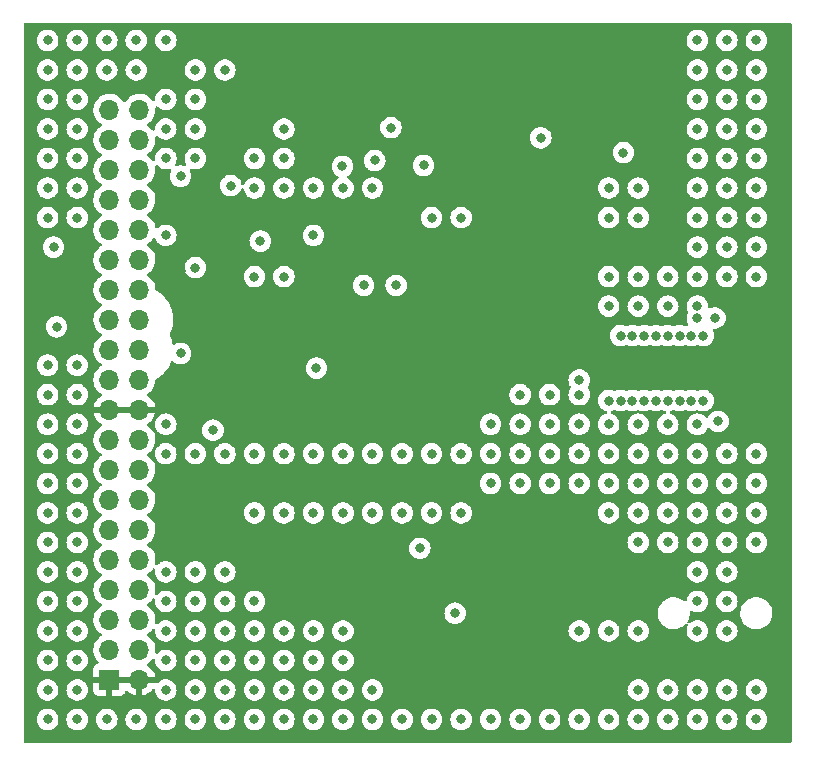
<source format=gbr>
%TF.GenerationSoftware,KiCad,Pcbnew,6.0.2+dfsg-1*%
%TF.CreationDate,2024-07-06T12:30:45+10:00*%
%TF.ProjectId,ulx3s_mixer,756c7833-735f-46d6-9978-65722e6b6963,rev?*%
%TF.SameCoordinates,Original*%
%TF.FileFunction,Copper,L3,Inr*%
%TF.FilePolarity,Positive*%
%FSLAX46Y46*%
G04 Gerber Fmt 4.6, Leading zero omitted, Abs format (unit mm)*
G04 Created by KiCad (PCBNEW 6.0.2+dfsg-1) date 2024-07-06 12:30:45*
%MOMM*%
%LPD*%
G01*
G04 APERTURE LIST*
%TA.AperFunction,ComponentPad*%
%ADD10R,1.700000X1.700000*%
%TD*%
%TA.AperFunction,ComponentPad*%
%ADD11O,1.700000X1.700000*%
%TD*%
%TA.AperFunction,ViaPad*%
%ADD12C,0.800000*%
%TD*%
G04 APERTURE END LIST*
D10*
%TO.N,+3V3*%
%TO.C,J1*%
X97725000Y-104125000D03*
D11*
X100265000Y-104125000D03*
%TO.N,GND*%
X97725000Y-101585000D03*
X100265000Y-101585000D03*
%TO.N,unconnected-(J1-Pad5)*%
X97725000Y-99045000D03*
%TO.N,unconnected-(J1-Pad6)*%
X100265000Y-99045000D03*
%TO.N,unconnected-(J1-Pad7)*%
X97725000Y-96505000D03*
%TO.N,unconnected-(J1-Pad8)*%
X100265000Y-96505000D03*
%TO.N,unconnected-(J1-Pad9)*%
X97725000Y-93965000D03*
%TO.N,unconnected-(J1-Pad10)*%
X100265000Y-93965000D03*
%TO.N,unconnected-(J1-Pad11)*%
X97725000Y-91425000D03*
%TO.N,/MCLK*%
X100265000Y-91425000D03*
%TO.N,unconnected-(J1-Pad13)*%
X97725000Y-88885000D03*
%TO.N,/LRCLK*%
X100265000Y-88885000D03*
%TO.N,unconnected-(J1-Pad15)*%
X97725000Y-86345000D03*
%TO.N,/SCLK*%
X100265000Y-86345000D03*
%TO.N,unconnected-(J1-Pad17)*%
X97725000Y-83805000D03*
%TO.N,/SDIN*%
X100265000Y-83805000D03*
%TO.N,+3V3*%
X97725000Y-81265000D03*
X100265000Y-81265000D03*
%TO.N,GND*%
X97725000Y-78725000D03*
X100265000Y-78725000D03*
%TO.N,GN21*%
X97725000Y-76185000D03*
%TO.N,GP21*%
X100265000Y-76185000D03*
%TO.N,GN22*%
X97725000Y-73645000D03*
%TO.N,GP22*%
X100265000Y-73645000D03*
%TO.N,GN23*%
X97725000Y-71105000D03*
%TO.N,GP23*%
X100265000Y-71105000D03*
%TO.N,GN24*%
X97725000Y-68565000D03*
%TO.N,GP24*%
X100265000Y-68565000D03*
%TO.N,GN25*%
X97725000Y-66025000D03*
%TO.N,GP25*%
X100265000Y-66025000D03*
%TO.N,GN26*%
X97725000Y-63485000D03*
%TO.N,GP26*%
X100265000Y-63485000D03*
%TO.N,GN27*%
X97725000Y-60945000D03*
%TO.N,GP27*%
X100265000Y-60945000D03*
%TO.N,GND*%
X97725000Y-58405000D03*
X100265000Y-58405000D03*
%TO.N,unconnected-(J1-Pad39)*%
X97725000Y-55865000D03*
%TO.N,+5V*%
X100265000Y-55865000D03*
%TD*%
D12*
%TO.N,GND*%
X132500000Y-85000000D03*
X140000000Y-90000000D03*
X130000000Y-87500000D03*
X132500000Y-87500000D03*
X135000000Y-87500000D03*
X137500000Y-87500000D03*
X140000000Y-87500000D03*
X142500000Y-87500000D03*
X145000000Y-87500000D03*
X147500000Y-87500000D03*
X150000000Y-87500000D03*
X152500000Y-87500000D03*
X150000000Y-90000000D03*
X152500000Y-90000000D03*
X147500000Y-90000000D03*
X145000000Y-90000000D03*
X142500000Y-90000000D03*
X142500000Y-92500000D03*
X145000000Y-92500000D03*
X152500000Y-92500000D03*
X147500000Y-92500000D03*
X150000000Y-92500000D03*
X147500000Y-95000000D03*
X150000000Y-95000000D03*
X147500000Y-97500000D03*
X150000000Y-97500000D03*
X147500000Y-100000000D03*
X150000000Y-100000000D03*
X137500000Y-100000000D03*
X140000000Y-100000000D03*
X142500000Y-100000000D03*
X142500000Y-105000000D03*
X145000000Y-105000000D03*
X147500000Y-105000000D03*
X150000000Y-105000000D03*
X152500000Y-105000000D03*
X152500000Y-107500000D03*
X150000000Y-107500000D03*
X147500000Y-107500000D03*
X145000000Y-107500000D03*
X140000000Y-107500000D03*
X142500000Y-107500000D03*
X137500000Y-107500000D03*
X135000000Y-107500000D03*
X132500000Y-107500000D03*
X130000000Y-107500000D03*
X127500000Y-107500000D03*
X125000000Y-107500000D03*
X122500000Y-107500000D03*
X120000000Y-105000000D03*
X120000000Y-107500000D03*
X117500000Y-107500000D03*
X117500000Y-105000000D03*
X117500000Y-102500000D03*
X117500000Y-100000000D03*
X115000000Y-100000000D03*
X115000000Y-102500000D03*
X115000000Y-105000000D03*
X115000000Y-107500000D03*
X112500000Y-107500000D03*
X112500000Y-105000000D03*
X112500000Y-102500000D03*
X112500000Y-100000000D03*
X110000000Y-97500000D03*
X110000000Y-100000000D03*
X110000000Y-102500000D03*
X110000000Y-105000000D03*
X110000000Y-107500000D03*
X107500000Y-107500000D03*
X107500000Y-105000000D03*
X107500000Y-102500000D03*
X107500000Y-100000000D03*
X107500000Y-95000000D03*
X107500000Y-97500000D03*
X127500000Y-90000000D03*
X125000000Y-90000000D03*
X122500000Y-90000000D03*
X120000000Y-90000000D03*
X117500000Y-90000000D03*
X115000000Y-90000000D03*
X112500000Y-90000000D03*
X110000000Y-90000000D03*
X105000000Y-95000000D03*
X102500000Y-95000000D03*
X105000000Y-97500000D03*
X102500000Y-97500000D03*
X105000000Y-100000000D03*
X102500000Y-100000000D03*
X105000000Y-102500000D03*
X102500000Y-102500000D03*
X105000000Y-105000000D03*
X102500000Y-105000000D03*
X105000000Y-107500000D03*
X102500000Y-107500000D03*
X100000000Y-107500000D03*
X97500000Y-107500000D03*
X95000000Y-107500000D03*
X92500000Y-107500000D03*
X95000000Y-105000000D03*
X92500000Y-105000000D03*
X95000000Y-102500000D03*
X92500000Y-102500000D03*
X95000000Y-100000000D03*
X92500000Y-100000000D03*
X92500000Y-97500000D03*
X95000000Y-97500000D03*
X95000000Y-95000000D03*
X92500000Y-95000000D03*
X92500000Y-92500000D03*
X95000000Y-92500000D03*
X95000000Y-90000000D03*
X92500000Y-90000000D03*
X95000000Y-87500000D03*
X92500000Y-87500000D03*
X127000000Y-98500000D03*
X124000000Y-93000000D03*
X140000000Y-72500000D03*
X150000000Y-55000000D03*
X147500000Y-72500000D03*
X142500000Y-72500000D03*
X92500000Y-85000000D03*
X152500000Y-50000000D03*
X148000000Y-75000000D03*
X142000000Y-75000000D03*
X93000000Y-67500000D03*
X110000000Y-62500000D03*
X137500000Y-80000000D03*
X102500000Y-85000000D03*
X147500000Y-85000000D03*
X147500000Y-60000000D03*
X105000000Y-69250000D03*
X145000000Y-72500000D03*
X147500000Y-62500000D03*
X105000000Y-55000000D03*
X95000000Y-85000000D03*
X147500000Y-73500000D03*
X150000000Y-70000000D03*
X95000000Y-80000000D03*
X149250000Y-82250000D03*
X149000000Y-73500000D03*
X106500000Y-83000000D03*
X102500000Y-57500000D03*
X115000000Y-62500000D03*
X102500000Y-55000000D03*
X142500000Y-70000000D03*
X105000000Y-60000000D03*
X150000000Y-65000000D03*
X102500000Y-50000000D03*
X152500000Y-52500000D03*
X152500000Y-62500000D03*
X95000000Y-62500000D03*
X141000000Y-80500000D03*
X92500000Y-57500000D03*
X95000000Y-57500000D03*
X142500000Y-65000000D03*
X121560000Y-57390000D03*
X125000000Y-85000000D03*
X107500000Y-52500000D03*
X147500000Y-57500000D03*
X92500000Y-55000000D03*
X137500000Y-82500000D03*
X127500000Y-85000000D03*
X130000000Y-82500000D03*
X127500000Y-65000000D03*
X145000000Y-80500000D03*
X117500000Y-62500000D03*
X134250000Y-58250000D03*
X95000000Y-55000000D03*
X92500000Y-65000000D03*
X110500000Y-67000000D03*
X92500000Y-60000000D03*
X135000000Y-85000000D03*
X95000000Y-82500000D03*
X92500000Y-52500000D03*
X141250000Y-59500000D03*
X142500000Y-85000000D03*
X102500000Y-82500000D03*
X150000000Y-85000000D03*
X95000000Y-77500000D03*
X144000000Y-75000000D03*
X95000000Y-60000000D03*
X137500000Y-78750000D03*
X152500000Y-60000000D03*
X124330000Y-60590000D03*
X103750000Y-76500000D03*
X143000000Y-80500000D03*
X146000000Y-80500000D03*
X152500000Y-65000000D03*
X152500000Y-70000000D03*
X117500000Y-85000000D03*
X105000000Y-57500000D03*
X120190000Y-60170000D03*
X117460000Y-60660000D03*
X110000000Y-60000000D03*
X147500000Y-70000000D03*
X135000000Y-82500000D03*
X147000000Y-80500000D03*
X105000000Y-52500000D03*
X120000000Y-85000000D03*
X92500000Y-82500000D03*
X140000000Y-85000000D03*
X132500000Y-80000000D03*
X100000000Y-50000000D03*
X147500000Y-55000000D03*
X140000000Y-62500000D03*
X147000000Y-75000000D03*
X112500000Y-62500000D03*
X107500000Y-85000000D03*
X145000000Y-82500000D03*
X152500000Y-67500000D03*
X112500000Y-60000000D03*
X140000000Y-65000000D03*
X112500000Y-85000000D03*
X150000000Y-60000000D03*
X145000000Y-70000000D03*
X95000000Y-65000000D03*
X143000000Y-75000000D03*
X145000000Y-85000000D03*
X105000000Y-85000000D03*
X147500000Y-50000000D03*
X152500000Y-55000000D03*
X146000000Y-75000000D03*
X112500000Y-57500000D03*
X92500000Y-80000000D03*
X108000000Y-62305000D03*
X130000000Y-85000000D03*
X152500000Y-57500000D03*
X100000000Y-52500000D03*
X92500000Y-50000000D03*
X142000000Y-80500000D03*
X140000000Y-82500000D03*
X145000000Y-75000000D03*
X103750000Y-61500000D03*
X132500000Y-82500000D03*
X97500000Y-50000000D03*
X147500000Y-67500000D03*
X115000000Y-66500000D03*
X112500000Y-70000000D03*
X122000000Y-70750000D03*
X150000000Y-52500000D03*
X137500000Y-85000000D03*
X144000000Y-80500000D03*
X150000000Y-57500000D03*
X150000000Y-67500000D03*
X115250000Y-77750000D03*
X142500000Y-62500000D03*
X110000000Y-85000000D03*
X110000000Y-70000000D03*
X141000000Y-75000000D03*
X122500000Y-85000000D03*
X95000000Y-50000000D03*
X120000000Y-62500000D03*
X142500000Y-82500000D03*
X148000000Y-80500000D03*
X150000000Y-62500000D03*
X92500000Y-77500000D03*
X115000000Y-85000000D03*
X140000000Y-70000000D03*
X125000000Y-65000000D03*
X140000000Y-80500000D03*
X102500000Y-66500000D03*
X150000000Y-50000000D03*
X119250000Y-70750000D03*
X93250000Y-74250000D03*
X95000000Y-52500000D03*
X147500000Y-65000000D03*
X102500000Y-60000000D03*
X152500000Y-85000000D03*
X135000000Y-80000000D03*
X147500000Y-82500000D03*
X97500000Y-52500000D03*
X147500000Y-52500000D03*
X92500000Y-62500000D03*
%TO.N,+3V3*%
X103750000Y-69500000D03*
X105094266Y-63855734D03*
X141242500Y-54000000D03*
X110500000Y-64045000D03*
X106500000Y-76000000D03*
X106970000Y-64180000D03*
%TD*%
%TA.AperFunction,Conductor*%
%TO.N,+3V3*%
G36*
X155434121Y-48528002D02*
G01*
X155480614Y-48581658D01*
X155492000Y-48634000D01*
X155492000Y-109366000D01*
X155471998Y-109434121D01*
X155418342Y-109480614D01*
X155366000Y-109492000D01*
X90634000Y-109492000D01*
X90565879Y-109471998D01*
X90519386Y-109418342D01*
X90508000Y-109366000D01*
X90508000Y-107500000D01*
X91586496Y-107500000D01*
X91606458Y-107689928D01*
X91665473Y-107871556D01*
X91760960Y-108036944D01*
X91888747Y-108178866D01*
X92043248Y-108291118D01*
X92049276Y-108293802D01*
X92049278Y-108293803D01*
X92211681Y-108366109D01*
X92217712Y-108368794D01*
X92311113Y-108388647D01*
X92398056Y-108407128D01*
X92398061Y-108407128D01*
X92404513Y-108408500D01*
X92595487Y-108408500D01*
X92601939Y-108407128D01*
X92601944Y-108407128D01*
X92688887Y-108388647D01*
X92782288Y-108368794D01*
X92788319Y-108366109D01*
X92950722Y-108293803D01*
X92950724Y-108293802D01*
X92956752Y-108291118D01*
X93111253Y-108178866D01*
X93239040Y-108036944D01*
X93334527Y-107871556D01*
X93393542Y-107689928D01*
X93413504Y-107500000D01*
X94086496Y-107500000D01*
X94106458Y-107689928D01*
X94165473Y-107871556D01*
X94260960Y-108036944D01*
X94388747Y-108178866D01*
X94543248Y-108291118D01*
X94549276Y-108293802D01*
X94549278Y-108293803D01*
X94711681Y-108366109D01*
X94717712Y-108368794D01*
X94811113Y-108388647D01*
X94898056Y-108407128D01*
X94898061Y-108407128D01*
X94904513Y-108408500D01*
X95095487Y-108408500D01*
X95101939Y-108407128D01*
X95101944Y-108407128D01*
X95188887Y-108388647D01*
X95282288Y-108368794D01*
X95288319Y-108366109D01*
X95450722Y-108293803D01*
X95450724Y-108293802D01*
X95456752Y-108291118D01*
X95611253Y-108178866D01*
X95739040Y-108036944D01*
X95834527Y-107871556D01*
X95893542Y-107689928D01*
X95913504Y-107500000D01*
X96586496Y-107500000D01*
X96606458Y-107689928D01*
X96665473Y-107871556D01*
X96760960Y-108036944D01*
X96888747Y-108178866D01*
X97043248Y-108291118D01*
X97049276Y-108293802D01*
X97049278Y-108293803D01*
X97211681Y-108366109D01*
X97217712Y-108368794D01*
X97311113Y-108388647D01*
X97398056Y-108407128D01*
X97398061Y-108407128D01*
X97404513Y-108408500D01*
X97595487Y-108408500D01*
X97601939Y-108407128D01*
X97601944Y-108407128D01*
X97688887Y-108388647D01*
X97782288Y-108368794D01*
X97788319Y-108366109D01*
X97950722Y-108293803D01*
X97950724Y-108293802D01*
X97956752Y-108291118D01*
X98111253Y-108178866D01*
X98239040Y-108036944D01*
X98334527Y-107871556D01*
X98393542Y-107689928D01*
X98413504Y-107500000D01*
X99086496Y-107500000D01*
X99106458Y-107689928D01*
X99165473Y-107871556D01*
X99260960Y-108036944D01*
X99388747Y-108178866D01*
X99543248Y-108291118D01*
X99549276Y-108293802D01*
X99549278Y-108293803D01*
X99711681Y-108366109D01*
X99717712Y-108368794D01*
X99811113Y-108388647D01*
X99898056Y-108407128D01*
X99898061Y-108407128D01*
X99904513Y-108408500D01*
X100095487Y-108408500D01*
X100101939Y-108407128D01*
X100101944Y-108407128D01*
X100188887Y-108388647D01*
X100282288Y-108368794D01*
X100288319Y-108366109D01*
X100450722Y-108293803D01*
X100450724Y-108293802D01*
X100456752Y-108291118D01*
X100611253Y-108178866D01*
X100739040Y-108036944D01*
X100834527Y-107871556D01*
X100893542Y-107689928D01*
X100913504Y-107500000D01*
X101586496Y-107500000D01*
X101606458Y-107689928D01*
X101665473Y-107871556D01*
X101760960Y-108036944D01*
X101888747Y-108178866D01*
X102043248Y-108291118D01*
X102049276Y-108293802D01*
X102049278Y-108293803D01*
X102211681Y-108366109D01*
X102217712Y-108368794D01*
X102311113Y-108388647D01*
X102398056Y-108407128D01*
X102398061Y-108407128D01*
X102404513Y-108408500D01*
X102595487Y-108408500D01*
X102601939Y-108407128D01*
X102601944Y-108407128D01*
X102688887Y-108388647D01*
X102782288Y-108368794D01*
X102788319Y-108366109D01*
X102950722Y-108293803D01*
X102950724Y-108293802D01*
X102956752Y-108291118D01*
X103111253Y-108178866D01*
X103239040Y-108036944D01*
X103334527Y-107871556D01*
X103393542Y-107689928D01*
X103413504Y-107500000D01*
X104086496Y-107500000D01*
X104106458Y-107689928D01*
X104165473Y-107871556D01*
X104260960Y-108036944D01*
X104388747Y-108178866D01*
X104543248Y-108291118D01*
X104549276Y-108293802D01*
X104549278Y-108293803D01*
X104711681Y-108366109D01*
X104717712Y-108368794D01*
X104811113Y-108388647D01*
X104898056Y-108407128D01*
X104898061Y-108407128D01*
X104904513Y-108408500D01*
X105095487Y-108408500D01*
X105101939Y-108407128D01*
X105101944Y-108407128D01*
X105188887Y-108388647D01*
X105282288Y-108368794D01*
X105288319Y-108366109D01*
X105450722Y-108293803D01*
X105450724Y-108293802D01*
X105456752Y-108291118D01*
X105611253Y-108178866D01*
X105739040Y-108036944D01*
X105834527Y-107871556D01*
X105893542Y-107689928D01*
X105913504Y-107500000D01*
X106586496Y-107500000D01*
X106606458Y-107689928D01*
X106665473Y-107871556D01*
X106760960Y-108036944D01*
X106888747Y-108178866D01*
X107043248Y-108291118D01*
X107049276Y-108293802D01*
X107049278Y-108293803D01*
X107211681Y-108366109D01*
X107217712Y-108368794D01*
X107311113Y-108388647D01*
X107398056Y-108407128D01*
X107398061Y-108407128D01*
X107404513Y-108408500D01*
X107595487Y-108408500D01*
X107601939Y-108407128D01*
X107601944Y-108407128D01*
X107688887Y-108388647D01*
X107782288Y-108368794D01*
X107788319Y-108366109D01*
X107950722Y-108293803D01*
X107950724Y-108293802D01*
X107956752Y-108291118D01*
X108111253Y-108178866D01*
X108239040Y-108036944D01*
X108334527Y-107871556D01*
X108393542Y-107689928D01*
X108413504Y-107500000D01*
X109086496Y-107500000D01*
X109106458Y-107689928D01*
X109165473Y-107871556D01*
X109260960Y-108036944D01*
X109388747Y-108178866D01*
X109543248Y-108291118D01*
X109549276Y-108293802D01*
X109549278Y-108293803D01*
X109711681Y-108366109D01*
X109717712Y-108368794D01*
X109811113Y-108388647D01*
X109898056Y-108407128D01*
X109898061Y-108407128D01*
X109904513Y-108408500D01*
X110095487Y-108408500D01*
X110101939Y-108407128D01*
X110101944Y-108407128D01*
X110188887Y-108388647D01*
X110282288Y-108368794D01*
X110288319Y-108366109D01*
X110450722Y-108293803D01*
X110450724Y-108293802D01*
X110456752Y-108291118D01*
X110611253Y-108178866D01*
X110739040Y-108036944D01*
X110834527Y-107871556D01*
X110893542Y-107689928D01*
X110913504Y-107500000D01*
X111586496Y-107500000D01*
X111606458Y-107689928D01*
X111665473Y-107871556D01*
X111760960Y-108036944D01*
X111888747Y-108178866D01*
X112043248Y-108291118D01*
X112049276Y-108293802D01*
X112049278Y-108293803D01*
X112211681Y-108366109D01*
X112217712Y-108368794D01*
X112311113Y-108388647D01*
X112398056Y-108407128D01*
X112398061Y-108407128D01*
X112404513Y-108408500D01*
X112595487Y-108408500D01*
X112601939Y-108407128D01*
X112601944Y-108407128D01*
X112688887Y-108388647D01*
X112782288Y-108368794D01*
X112788319Y-108366109D01*
X112950722Y-108293803D01*
X112950724Y-108293802D01*
X112956752Y-108291118D01*
X113111253Y-108178866D01*
X113239040Y-108036944D01*
X113334527Y-107871556D01*
X113393542Y-107689928D01*
X113413504Y-107500000D01*
X114086496Y-107500000D01*
X114106458Y-107689928D01*
X114165473Y-107871556D01*
X114260960Y-108036944D01*
X114388747Y-108178866D01*
X114543248Y-108291118D01*
X114549276Y-108293802D01*
X114549278Y-108293803D01*
X114711681Y-108366109D01*
X114717712Y-108368794D01*
X114811113Y-108388647D01*
X114898056Y-108407128D01*
X114898061Y-108407128D01*
X114904513Y-108408500D01*
X115095487Y-108408500D01*
X115101939Y-108407128D01*
X115101944Y-108407128D01*
X115188887Y-108388647D01*
X115282288Y-108368794D01*
X115288319Y-108366109D01*
X115450722Y-108293803D01*
X115450724Y-108293802D01*
X115456752Y-108291118D01*
X115611253Y-108178866D01*
X115739040Y-108036944D01*
X115834527Y-107871556D01*
X115893542Y-107689928D01*
X115913504Y-107500000D01*
X116586496Y-107500000D01*
X116606458Y-107689928D01*
X116665473Y-107871556D01*
X116760960Y-108036944D01*
X116888747Y-108178866D01*
X117043248Y-108291118D01*
X117049276Y-108293802D01*
X117049278Y-108293803D01*
X117211681Y-108366109D01*
X117217712Y-108368794D01*
X117311113Y-108388647D01*
X117398056Y-108407128D01*
X117398061Y-108407128D01*
X117404513Y-108408500D01*
X117595487Y-108408500D01*
X117601939Y-108407128D01*
X117601944Y-108407128D01*
X117688887Y-108388647D01*
X117782288Y-108368794D01*
X117788319Y-108366109D01*
X117950722Y-108293803D01*
X117950724Y-108293802D01*
X117956752Y-108291118D01*
X118111253Y-108178866D01*
X118239040Y-108036944D01*
X118334527Y-107871556D01*
X118393542Y-107689928D01*
X118413504Y-107500000D01*
X119086496Y-107500000D01*
X119106458Y-107689928D01*
X119165473Y-107871556D01*
X119260960Y-108036944D01*
X119388747Y-108178866D01*
X119543248Y-108291118D01*
X119549276Y-108293802D01*
X119549278Y-108293803D01*
X119711681Y-108366109D01*
X119717712Y-108368794D01*
X119811113Y-108388647D01*
X119898056Y-108407128D01*
X119898061Y-108407128D01*
X119904513Y-108408500D01*
X120095487Y-108408500D01*
X120101939Y-108407128D01*
X120101944Y-108407128D01*
X120188887Y-108388647D01*
X120282288Y-108368794D01*
X120288319Y-108366109D01*
X120450722Y-108293803D01*
X120450724Y-108293802D01*
X120456752Y-108291118D01*
X120611253Y-108178866D01*
X120739040Y-108036944D01*
X120834527Y-107871556D01*
X120893542Y-107689928D01*
X120913504Y-107500000D01*
X121586496Y-107500000D01*
X121606458Y-107689928D01*
X121665473Y-107871556D01*
X121760960Y-108036944D01*
X121888747Y-108178866D01*
X122043248Y-108291118D01*
X122049276Y-108293802D01*
X122049278Y-108293803D01*
X122211681Y-108366109D01*
X122217712Y-108368794D01*
X122311113Y-108388647D01*
X122398056Y-108407128D01*
X122398061Y-108407128D01*
X122404513Y-108408500D01*
X122595487Y-108408500D01*
X122601939Y-108407128D01*
X122601944Y-108407128D01*
X122688887Y-108388647D01*
X122782288Y-108368794D01*
X122788319Y-108366109D01*
X122950722Y-108293803D01*
X122950724Y-108293802D01*
X122956752Y-108291118D01*
X123111253Y-108178866D01*
X123239040Y-108036944D01*
X123334527Y-107871556D01*
X123393542Y-107689928D01*
X123413504Y-107500000D01*
X124086496Y-107500000D01*
X124106458Y-107689928D01*
X124165473Y-107871556D01*
X124260960Y-108036944D01*
X124388747Y-108178866D01*
X124543248Y-108291118D01*
X124549276Y-108293802D01*
X124549278Y-108293803D01*
X124711681Y-108366109D01*
X124717712Y-108368794D01*
X124811113Y-108388647D01*
X124898056Y-108407128D01*
X124898061Y-108407128D01*
X124904513Y-108408500D01*
X125095487Y-108408500D01*
X125101939Y-108407128D01*
X125101944Y-108407128D01*
X125188887Y-108388647D01*
X125282288Y-108368794D01*
X125288319Y-108366109D01*
X125450722Y-108293803D01*
X125450724Y-108293802D01*
X125456752Y-108291118D01*
X125611253Y-108178866D01*
X125739040Y-108036944D01*
X125834527Y-107871556D01*
X125893542Y-107689928D01*
X125913504Y-107500000D01*
X126586496Y-107500000D01*
X126606458Y-107689928D01*
X126665473Y-107871556D01*
X126760960Y-108036944D01*
X126888747Y-108178866D01*
X127043248Y-108291118D01*
X127049276Y-108293802D01*
X127049278Y-108293803D01*
X127211681Y-108366109D01*
X127217712Y-108368794D01*
X127311113Y-108388647D01*
X127398056Y-108407128D01*
X127398061Y-108407128D01*
X127404513Y-108408500D01*
X127595487Y-108408500D01*
X127601939Y-108407128D01*
X127601944Y-108407128D01*
X127688887Y-108388647D01*
X127782288Y-108368794D01*
X127788319Y-108366109D01*
X127950722Y-108293803D01*
X127950724Y-108293802D01*
X127956752Y-108291118D01*
X128111253Y-108178866D01*
X128239040Y-108036944D01*
X128334527Y-107871556D01*
X128393542Y-107689928D01*
X128413504Y-107500000D01*
X129086496Y-107500000D01*
X129106458Y-107689928D01*
X129165473Y-107871556D01*
X129260960Y-108036944D01*
X129388747Y-108178866D01*
X129543248Y-108291118D01*
X129549276Y-108293802D01*
X129549278Y-108293803D01*
X129711681Y-108366109D01*
X129717712Y-108368794D01*
X129811113Y-108388647D01*
X129898056Y-108407128D01*
X129898061Y-108407128D01*
X129904513Y-108408500D01*
X130095487Y-108408500D01*
X130101939Y-108407128D01*
X130101944Y-108407128D01*
X130188887Y-108388647D01*
X130282288Y-108368794D01*
X130288319Y-108366109D01*
X130450722Y-108293803D01*
X130450724Y-108293802D01*
X130456752Y-108291118D01*
X130611253Y-108178866D01*
X130739040Y-108036944D01*
X130834527Y-107871556D01*
X130893542Y-107689928D01*
X130913504Y-107500000D01*
X131586496Y-107500000D01*
X131606458Y-107689928D01*
X131665473Y-107871556D01*
X131760960Y-108036944D01*
X131888747Y-108178866D01*
X132043248Y-108291118D01*
X132049276Y-108293802D01*
X132049278Y-108293803D01*
X132211681Y-108366109D01*
X132217712Y-108368794D01*
X132311113Y-108388647D01*
X132398056Y-108407128D01*
X132398061Y-108407128D01*
X132404513Y-108408500D01*
X132595487Y-108408500D01*
X132601939Y-108407128D01*
X132601944Y-108407128D01*
X132688887Y-108388647D01*
X132782288Y-108368794D01*
X132788319Y-108366109D01*
X132950722Y-108293803D01*
X132950724Y-108293802D01*
X132956752Y-108291118D01*
X133111253Y-108178866D01*
X133239040Y-108036944D01*
X133334527Y-107871556D01*
X133393542Y-107689928D01*
X133413504Y-107500000D01*
X134086496Y-107500000D01*
X134106458Y-107689928D01*
X134165473Y-107871556D01*
X134260960Y-108036944D01*
X134388747Y-108178866D01*
X134543248Y-108291118D01*
X134549276Y-108293802D01*
X134549278Y-108293803D01*
X134711681Y-108366109D01*
X134717712Y-108368794D01*
X134811113Y-108388647D01*
X134898056Y-108407128D01*
X134898061Y-108407128D01*
X134904513Y-108408500D01*
X135095487Y-108408500D01*
X135101939Y-108407128D01*
X135101944Y-108407128D01*
X135188887Y-108388647D01*
X135282288Y-108368794D01*
X135288319Y-108366109D01*
X135450722Y-108293803D01*
X135450724Y-108293802D01*
X135456752Y-108291118D01*
X135611253Y-108178866D01*
X135739040Y-108036944D01*
X135834527Y-107871556D01*
X135893542Y-107689928D01*
X135913504Y-107500000D01*
X136586496Y-107500000D01*
X136606458Y-107689928D01*
X136665473Y-107871556D01*
X136760960Y-108036944D01*
X136888747Y-108178866D01*
X137043248Y-108291118D01*
X137049276Y-108293802D01*
X137049278Y-108293803D01*
X137211681Y-108366109D01*
X137217712Y-108368794D01*
X137311113Y-108388647D01*
X137398056Y-108407128D01*
X137398061Y-108407128D01*
X137404513Y-108408500D01*
X137595487Y-108408500D01*
X137601939Y-108407128D01*
X137601944Y-108407128D01*
X137688887Y-108388647D01*
X137782288Y-108368794D01*
X137788319Y-108366109D01*
X137950722Y-108293803D01*
X137950724Y-108293802D01*
X137956752Y-108291118D01*
X138111253Y-108178866D01*
X138239040Y-108036944D01*
X138334527Y-107871556D01*
X138393542Y-107689928D01*
X138413504Y-107500000D01*
X139086496Y-107500000D01*
X139106458Y-107689928D01*
X139165473Y-107871556D01*
X139260960Y-108036944D01*
X139388747Y-108178866D01*
X139543248Y-108291118D01*
X139549276Y-108293802D01*
X139549278Y-108293803D01*
X139711681Y-108366109D01*
X139717712Y-108368794D01*
X139811113Y-108388647D01*
X139898056Y-108407128D01*
X139898061Y-108407128D01*
X139904513Y-108408500D01*
X140095487Y-108408500D01*
X140101939Y-108407128D01*
X140101944Y-108407128D01*
X140188887Y-108388647D01*
X140282288Y-108368794D01*
X140288319Y-108366109D01*
X140450722Y-108293803D01*
X140450724Y-108293802D01*
X140456752Y-108291118D01*
X140611253Y-108178866D01*
X140739040Y-108036944D01*
X140834527Y-107871556D01*
X140893542Y-107689928D01*
X140913504Y-107500000D01*
X141586496Y-107500000D01*
X141606458Y-107689928D01*
X141665473Y-107871556D01*
X141760960Y-108036944D01*
X141888747Y-108178866D01*
X142043248Y-108291118D01*
X142049276Y-108293802D01*
X142049278Y-108293803D01*
X142211681Y-108366109D01*
X142217712Y-108368794D01*
X142311113Y-108388647D01*
X142398056Y-108407128D01*
X142398061Y-108407128D01*
X142404513Y-108408500D01*
X142595487Y-108408500D01*
X142601939Y-108407128D01*
X142601944Y-108407128D01*
X142688887Y-108388647D01*
X142782288Y-108368794D01*
X142788319Y-108366109D01*
X142950722Y-108293803D01*
X142950724Y-108293802D01*
X142956752Y-108291118D01*
X143111253Y-108178866D01*
X143239040Y-108036944D01*
X143334527Y-107871556D01*
X143393542Y-107689928D01*
X143413504Y-107500000D01*
X144086496Y-107500000D01*
X144106458Y-107689928D01*
X144165473Y-107871556D01*
X144260960Y-108036944D01*
X144388747Y-108178866D01*
X144543248Y-108291118D01*
X144549276Y-108293802D01*
X144549278Y-108293803D01*
X144711681Y-108366109D01*
X144717712Y-108368794D01*
X144811113Y-108388647D01*
X144898056Y-108407128D01*
X144898061Y-108407128D01*
X144904513Y-108408500D01*
X145095487Y-108408500D01*
X145101939Y-108407128D01*
X145101944Y-108407128D01*
X145188887Y-108388647D01*
X145282288Y-108368794D01*
X145288319Y-108366109D01*
X145450722Y-108293803D01*
X145450724Y-108293802D01*
X145456752Y-108291118D01*
X145611253Y-108178866D01*
X145739040Y-108036944D01*
X145834527Y-107871556D01*
X145893542Y-107689928D01*
X145913504Y-107500000D01*
X146586496Y-107500000D01*
X146606458Y-107689928D01*
X146665473Y-107871556D01*
X146760960Y-108036944D01*
X146888747Y-108178866D01*
X147043248Y-108291118D01*
X147049276Y-108293802D01*
X147049278Y-108293803D01*
X147211681Y-108366109D01*
X147217712Y-108368794D01*
X147311113Y-108388647D01*
X147398056Y-108407128D01*
X147398061Y-108407128D01*
X147404513Y-108408500D01*
X147595487Y-108408500D01*
X147601939Y-108407128D01*
X147601944Y-108407128D01*
X147688887Y-108388647D01*
X147782288Y-108368794D01*
X147788319Y-108366109D01*
X147950722Y-108293803D01*
X147950724Y-108293802D01*
X147956752Y-108291118D01*
X148111253Y-108178866D01*
X148239040Y-108036944D01*
X148334527Y-107871556D01*
X148393542Y-107689928D01*
X148413504Y-107500000D01*
X149086496Y-107500000D01*
X149106458Y-107689928D01*
X149165473Y-107871556D01*
X149260960Y-108036944D01*
X149388747Y-108178866D01*
X149543248Y-108291118D01*
X149549276Y-108293802D01*
X149549278Y-108293803D01*
X149711681Y-108366109D01*
X149717712Y-108368794D01*
X149811113Y-108388647D01*
X149898056Y-108407128D01*
X149898061Y-108407128D01*
X149904513Y-108408500D01*
X150095487Y-108408500D01*
X150101939Y-108407128D01*
X150101944Y-108407128D01*
X150188887Y-108388647D01*
X150282288Y-108368794D01*
X150288319Y-108366109D01*
X150450722Y-108293803D01*
X150450724Y-108293802D01*
X150456752Y-108291118D01*
X150611253Y-108178866D01*
X150739040Y-108036944D01*
X150834527Y-107871556D01*
X150893542Y-107689928D01*
X150913504Y-107500000D01*
X151586496Y-107500000D01*
X151606458Y-107689928D01*
X151665473Y-107871556D01*
X151760960Y-108036944D01*
X151888747Y-108178866D01*
X152043248Y-108291118D01*
X152049276Y-108293802D01*
X152049278Y-108293803D01*
X152211681Y-108366109D01*
X152217712Y-108368794D01*
X152311113Y-108388647D01*
X152398056Y-108407128D01*
X152398061Y-108407128D01*
X152404513Y-108408500D01*
X152595487Y-108408500D01*
X152601939Y-108407128D01*
X152601944Y-108407128D01*
X152688887Y-108388647D01*
X152782288Y-108368794D01*
X152788319Y-108366109D01*
X152950722Y-108293803D01*
X152950724Y-108293802D01*
X152956752Y-108291118D01*
X153111253Y-108178866D01*
X153239040Y-108036944D01*
X153334527Y-107871556D01*
X153393542Y-107689928D01*
X153413504Y-107500000D01*
X153393542Y-107310072D01*
X153334527Y-107128444D01*
X153239040Y-106963056D01*
X153111253Y-106821134D01*
X152956752Y-106708882D01*
X152950724Y-106706198D01*
X152950722Y-106706197D01*
X152788319Y-106633891D01*
X152788318Y-106633891D01*
X152782288Y-106631206D01*
X152688887Y-106611353D01*
X152601944Y-106592872D01*
X152601939Y-106592872D01*
X152595487Y-106591500D01*
X152404513Y-106591500D01*
X152398061Y-106592872D01*
X152398056Y-106592872D01*
X152311112Y-106611353D01*
X152217712Y-106631206D01*
X152211682Y-106633891D01*
X152211681Y-106633891D01*
X152049278Y-106706197D01*
X152049276Y-106706198D01*
X152043248Y-106708882D01*
X151888747Y-106821134D01*
X151760960Y-106963056D01*
X151665473Y-107128444D01*
X151606458Y-107310072D01*
X151586496Y-107500000D01*
X150913504Y-107500000D01*
X150893542Y-107310072D01*
X150834527Y-107128444D01*
X150739040Y-106963056D01*
X150611253Y-106821134D01*
X150456752Y-106708882D01*
X150450724Y-106706198D01*
X150450722Y-106706197D01*
X150288319Y-106633891D01*
X150288318Y-106633891D01*
X150282288Y-106631206D01*
X150188887Y-106611353D01*
X150101944Y-106592872D01*
X150101939Y-106592872D01*
X150095487Y-106591500D01*
X149904513Y-106591500D01*
X149898061Y-106592872D01*
X149898056Y-106592872D01*
X149811112Y-106611353D01*
X149717712Y-106631206D01*
X149711682Y-106633891D01*
X149711681Y-106633891D01*
X149549278Y-106706197D01*
X149549276Y-106706198D01*
X149543248Y-106708882D01*
X149388747Y-106821134D01*
X149260960Y-106963056D01*
X149165473Y-107128444D01*
X149106458Y-107310072D01*
X149086496Y-107500000D01*
X148413504Y-107500000D01*
X148393542Y-107310072D01*
X148334527Y-107128444D01*
X148239040Y-106963056D01*
X148111253Y-106821134D01*
X147956752Y-106708882D01*
X147950724Y-106706198D01*
X147950722Y-106706197D01*
X147788319Y-106633891D01*
X147788318Y-106633891D01*
X147782288Y-106631206D01*
X147688887Y-106611353D01*
X147601944Y-106592872D01*
X147601939Y-106592872D01*
X147595487Y-106591500D01*
X147404513Y-106591500D01*
X147398061Y-106592872D01*
X147398056Y-106592872D01*
X147311112Y-106611353D01*
X147217712Y-106631206D01*
X147211682Y-106633891D01*
X147211681Y-106633891D01*
X147049278Y-106706197D01*
X147049276Y-106706198D01*
X147043248Y-106708882D01*
X146888747Y-106821134D01*
X146760960Y-106963056D01*
X146665473Y-107128444D01*
X146606458Y-107310072D01*
X146586496Y-107500000D01*
X145913504Y-107500000D01*
X145893542Y-107310072D01*
X145834527Y-107128444D01*
X145739040Y-106963056D01*
X145611253Y-106821134D01*
X145456752Y-106708882D01*
X145450724Y-106706198D01*
X145450722Y-106706197D01*
X145288319Y-106633891D01*
X145288318Y-106633891D01*
X145282288Y-106631206D01*
X145188887Y-106611353D01*
X145101944Y-106592872D01*
X145101939Y-106592872D01*
X145095487Y-106591500D01*
X144904513Y-106591500D01*
X144898061Y-106592872D01*
X144898056Y-106592872D01*
X144811112Y-106611353D01*
X144717712Y-106631206D01*
X144711682Y-106633891D01*
X144711681Y-106633891D01*
X144549278Y-106706197D01*
X144549276Y-106706198D01*
X144543248Y-106708882D01*
X144388747Y-106821134D01*
X144260960Y-106963056D01*
X144165473Y-107128444D01*
X144106458Y-107310072D01*
X144086496Y-107500000D01*
X143413504Y-107500000D01*
X143393542Y-107310072D01*
X143334527Y-107128444D01*
X143239040Y-106963056D01*
X143111253Y-106821134D01*
X142956752Y-106708882D01*
X142950724Y-106706198D01*
X142950722Y-106706197D01*
X142788319Y-106633891D01*
X142788318Y-106633891D01*
X142782288Y-106631206D01*
X142688887Y-106611353D01*
X142601944Y-106592872D01*
X142601939Y-106592872D01*
X142595487Y-106591500D01*
X142404513Y-106591500D01*
X142398061Y-106592872D01*
X142398056Y-106592872D01*
X142311112Y-106611353D01*
X142217712Y-106631206D01*
X142211682Y-106633891D01*
X142211681Y-106633891D01*
X142049278Y-106706197D01*
X142049276Y-106706198D01*
X142043248Y-106708882D01*
X141888747Y-106821134D01*
X141760960Y-106963056D01*
X141665473Y-107128444D01*
X141606458Y-107310072D01*
X141586496Y-107500000D01*
X140913504Y-107500000D01*
X140893542Y-107310072D01*
X140834527Y-107128444D01*
X140739040Y-106963056D01*
X140611253Y-106821134D01*
X140456752Y-106708882D01*
X140450724Y-106706198D01*
X140450722Y-106706197D01*
X140288319Y-106633891D01*
X140288318Y-106633891D01*
X140282288Y-106631206D01*
X140188887Y-106611353D01*
X140101944Y-106592872D01*
X140101939Y-106592872D01*
X140095487Y-106591500D01*
X139904513Y-106591500D01*
X139898061Y-106592872D01*
X139898056Y-106592872D01*
X139811112Y-106611353D01*
X139717712Y-106631206D01*
X139711682Y-106633891D01*
X139711681Y-106633891D01*
X139549278Y-106706197D01*
X139549276Y-106706198D01*
X139543248Y-106708882D01*
X139388747Y-106821134D01*
X139260960Y-106963056D01*
X139165473Y-107128444D01*
X139106458Y-107310072D01*
X139086496Y-107500000D01*
X138413504Y-107500000D01*
X138393542Y-107310072D01*
X138334527Y-107128444D01*
X138239040Y-106963056D01*
X138111253Y-106821134D01*
X137956752Y-106708882D01*
X137950724Y-106706198D01*
X137950722Y-106706197D01*
X137788319Y-106633891D01*
X137788318Y-106633891D01*
X137782288Y-106631206D01*
X137688887Y-106611353D01*
X137601944Y-106592872D01*
X137601939Y-106592872D01*
X137595487Y-106591500D01*
X137404513Y-106591500D01*
X137398061Y-106592872D01*
X137398056Y-106592872D01*
X137311112Y-106611353D01*
X137217712Y-106631206D01*
X137211682Y-106633891D01*
X137211681Y-106633891D01*
X137049278Y-106706197D01*
X137049276Y-106706198D01*
X137043248Y-106708882D01*
X136888747Y-106821134D01*
X136760960Y-106963056D01*
X136665473Y-107128444D01*
X136606458Y-107310072D01*
X136586496Y-107500000D01*
X135913504Y-107500000D01*
X135893542Y-107310072D01*
X135834527Y-107128444D01*
X135739040Y-106963056D01*
X135611253Y-106821134D01*
X135456752Y-106708882D01*
X135450724Y-106706198D01*
X135450722Y-106706197D01*
X135288319Y-106633891D01*
X135288318Y-106633891D01*
X135282288Y-106631206D01*
X135188887Y-106611353D01*
X135101944Y-106592872D01*
X135101939Y-106592872D01*
X135095487Y-106591500D01*
X134904513Y-106591500D01*
X134898061Y-106592872D01*
X134898056Y-106592872D01*
X134811112Y-106611353D01*
X134717712Y-106631206D01*
X134711682Y-106633891D01*
X134711681Y-106633891D01*
X134549278Y-106706197D01*
X134549276Y-106706198D01*
X134543248Y-106708882D01*
X134388747Y-106821134D01*
X134260960Y-106963056D01*
X134165473Y-107128444D01*
X134106458Y-107310072D01*
X134086496Y-107500000D01*
X133413504Y-107500000D01*
X133393542Y-107310072D01*
X133334527Y-107128444D01*
X133239040Y-106963056D01*
X133111253Y-106821134D01*
X132956752Y-106708882D01*
X132950724Y-106706198D01*
X132950722Y-106706197D01*
X132788319Y-106633891D01*
X132788318Y-106633891D01*
X132782288Y-106631206D01*
X132688887Y-106611353D01*
X132601944Y-106592872D01*
X132601939Y-106592872D01*
X132595487Y-106591500D01*
X132404513Y-106591500D01*
X132398061Y-106592872D01*
X132398056Y-106592872D01*
X132311112Y-106611353D01*
X132217712Y-106631206D01*
X132211682Y-106633891D01*
X132211681Y-106633891D01*
X132049278Y-106706197D01*
X132049276Y-106706198D01*
X132043248Y-106708882D01*
X131888747Y-106821134D01*
X131760960Y-106963056D01*
X131665473Y-107128444D01*
X131606458Y-107310072D01*
X131586496Y-107500000D01*
X130913504Y-107500000D01*
X130893542Y-107310072D01*
X130834527Y-107128444D01*
X130739040Y-106963056D01*
X130611253Y-106821134D01*
X130456752Y-106708882D01*
X130450724Y-106706198D01*
X130450722Y-106706197D01*
X130288319Y-106633891D01*
X130288318Y-106633891D01*
X130282288Y-106631206D01*
X130188887Y-106611353D01*
X130101944Y-106592872D01*
X130101939Y-106592872D01*
X130095487Y-106591500D01*
X129904513Y-106591500D01*
X129898061Y-106592872D01*
X129898056Y-106592872D01*
X129811112Y-106611353D01*
X129717712Y-106631206D01*
X129711682Y-106633891D01*
X129711681Y-106633891D01*
X129549278Y-106706197D01*
X129549276Y-106706198D01*
X129543248Y-106708882D01*
X129388747Y-106821134D01*
X129260960Y-106963056D01*
X129165473Y-107128444D01*
X129106458Y-107310072D01*
X129086496Y-107500000D01*
X128413504Y-107500000D01*
X128393542Y-107310072D01*
X128334527Y-107128444D01*
X128239040Y-106963056D01*
X128111253Y-106821134D01*
X127956752Y-106708882D01*
X127950724Y-106706198D01*
X127950722Y-106706197D01*
X127788319Y-106633891D01*
X127788318Y-106633891D01*
X127782288Y-106631206D01*
X127688887Y-106611353D01*
X127601944Y-106592872D01*
X127601939Y-106592872D01*
X127595487Y-106591500D01*
X127404513Y-106591500D01*
X127398061Y-106592872D01*
X127398056Y-106592872D01*
X127311112Y-106611353D01*
X127217712Y-106631206D01*
X127211682Y-106633891D01*
X127211681Y-106633891D01*
X127049278Y-106706197D01*
X127049276Y-106706198D01*
X127043248Y-106708882D01*
X126888747Y-106821134D01*
X126760960Y-106963056D01*
X126665473Y-107128444D01*
X126606458Y-107310072D01*
X126586496Y-107500000D01*
X125913504Y-107500000D01*
X125893542Y-107310072D01*
X125834527Y-107128444D01*
X125739040Y-106963056D01*
X125611253Y-106821134D01*
X125456752Y-106708882D01*
X125450724Y-106706198D01*
X125450722Y-106706197D01*
X125288319Y-106633891D01*
X125288318Y-106633891D01*
X125282288Y-106631206D01*
X125188887Y-106611353D01*
X125101944Y-106592872D01*
X125101939Y-106592872D01*
X125095487Y-106591500D01*
X124904513Y-106591500D01*
X124898061Y-106592872D01*
X124898056Y-106592872D01*
X124811112Y-106611353D01*
X124717712Y-106631206D01*
X124711682Y-106633891D01*
X124711681Y-106633891D01*
X124549278Y-106706197D01*
X124549276Y-106706198D01*
X124543248Y-106708882D01*
X124388747Y-106821134D01*
X124260960Y-106963056D01*
X124165473Y-107128444D01*
X124106458Y-107310072D01*
X124086496Y-107500000D01*
X123413504Y-107500000D01*
X123393542Y-107310072D01*
X123334527Y-107128444D01*
X123239040Y-106963056D01*
X123111253Y-106821134D01*
X122956752Y-106708882D01*
X122950724Y-106706198D01*
X122950722Y-106706197D01*
X122788319Y-106633891D01*
X122788318Y-106633891D01*
X122782288Y-106631206D01*
X122688887Y-106611353D01*
X122601944Y-106592872D01*
X122601939Y-106592872D01*
X122595487Y-106591500D01*
X122404513Y-106591500D01*
X122398061Y-106592872D01*
X122398056Y-106592872D01*
X122311112Y-106611353D01*
X122217712Y-106631206D01*
X122211682Y-106633891D01*
X122211681Y-106633891D01*
X122049278Y-106706197D01*
X122049276Y-106706198D01*
X122043248Y-106708882D01*
X121888747Y-106821134D01*
X121760960Y-106963056D01*
X121665473Y-107128444D01*
X121606458Y-107310072D01*
X121586496Y-107500000D01*
X120913504Y-107500000D01*
X120893542Y-107310072D01*
X120834527Y-107128444D01*
X120739040Y-106963056D01*
X120611253Y-106821134D01*
X120456752Y-106708882D01*
X120450724Y-106706198D01*
X120450722Y-106706197D01*
X120288319Y-106633891D01*
X120288318Y-106633891D01*
X120282288Y-106631206D01*
X120188887Y-106611353D01*
X120101944Y-106592872D01*
X120101939Y-106592872D01*
X120095487Y-106591500D01*
X119904513Y-106591500D01*
X119898061Y-106592872D01*
X119898056Y-106592872D01*
X119811112Y-106611353D01*
X119717712Y-106631206D01*
X119711682Y-106633891D01*
X119711681Y-106633891D01*
X119549278Y-106706197D01*
X119549276Y-106706198D01*
X119543248Y-106708882D01*
X119388747Y-106821134D01*
X119260960Y-106963056D01*
X119165473Y-107128444D01*
X119106458Y-107310072D01*
X119086496Y-107500000D01*
X118413504Y-107500000D01*
X118393542Y-107310072D01*
X118334527Y-107128444D01*
X118239040Y-106963056D01*
X118111253Y-106821134D01*
X117956752Y-106708882D01*
X117950724Y-106706198D01*
X117950722Y-106706197D01*
X117788319Y-106633891D01*
X117788318Y-106633891D01*
X117782288Y-106631206D01*
X117688887Y-106611353D01*
X117601944Y-106592872D01*
X117601939Y-106592872D01*
X117595487Y-106591500D01*
X117404513Y-106591500D01*
X117398061Y-106592872D01*
X117398056Y-106592872D01*
X117311112Y-106611353D01*
X117217712Y-106631206D01*
X117211682Y-106633891D01*
X117211681Y-106633891D01*
X117049278Y-106706197D01*
X117049276Y-106706198D01*
X117043248Y-106708882D01*
X116888747Y-106821134D01*
X116760960Y-106963056D01*
X116665473Y-107128444D01*
X116606458Y-107310072D01*
X116586496Y-107500000D01*
X115913504Y-107500000D01*
X115893542Y-107310072D01*
X115834527Y-107128444D01*
X115739040Y-106963056D01*
X115611253Y-106821134D01*
X115456752Y-106708882D01*
X115450724Y-106706198D01*
X115450722Y-106706197D01*
X115288319Y-106633891D01*
X115288318Y-106633891D01*
X115282288Y-106631206D01*
X115188887Y-106611353D01*
X115101944Y-106592872D01*
X115101939Y-106592872D01*
X115095487Y-106591500D01*
X114904513Y-106591500D01*
X114898061Y-106592872D01*
X114898056Y-106592872D01*
X114811112Y-106611353D01*
X114717712Y-106631206D01*
X114711682Y-106633891D01*
X114711681Y-106633891D01*
X114549278Y-106706197D01*
X114549276Y-106706198D01*
X114543248Y-106708882D01*
X114388747Y-106821134D01*
X114260960Y-106963056D01*
X114165473Y-107128444D01*
X114106458Y-107310072D01*
X114086496Y-107500000D01*
X113413504Y-107500000D01*
X113393542Y-107310072D01*
X113334527Y-107128444D01*
X113239040Y-106963056D01*
X113111253Y-106821134D01*
X112956752Y-106708882D01*
X112950724Y-106706198D01*
X112950722Y-106706197D01*
X112788319Y-106633891D01*
X112788318Y-106633891D01*
X112782288Y-106631206D01*
X112688887Y-106611353D01*
X112601944Y-106592872D01*
X112601939Y-106592872D01*
X112595487Y-106591500D01*
X112404513Y-106591500D01*
X112398061Y-106592872D01*
X112398056Y-106592872D01*
X112311112Y-106611353D01*
X112217712Y-106631206D01*
X112211682Y-106633891D01*
X112211681Y-106633891D01*
X112049278Y-106706197D01*
X112049276Y-106706198D01*
X112043248Y-106708882D01*
X111888747Y-106821134D01*
X111760960Y-106963056D01*
X111665473Y-107128444D01*
X111606458Y-107310072D01*
X111586496Y-107500000D01*
X110913504Y-107500000D01*
X110893542Y-107310072D01*
X110834527Y-107128444D01*
X110739040Y-106963056D01*
X110611253Y-106821134D01*
X110456752Y-106708882D01*
X110450724Y-106706198D01*
X110450722Y-106706197D01*
X110288319Y-106633891D01*
X110288318Y-106633891D01*
X110282288Y-106631206D01*
X110188887Y-106611353D01*
X110101944Y-106592872D01*
X110101939Y-106592872D01*
X110095487Y-106591500D01*
X109904513Y-106591500D01*
X109898061Y-106592872D01*
X109898056Y-106592872D01*
X109811112Y-106611353D01*
X109717712Y-106631206D01*
X109711682Y-106633891D01*
X109711681Y-106633891D01*
X109549278Y-106706197D01*
X109549276Y-106706198D01*
X109543248Y-106708882D01*
X109388747Y-106821134D01*
X109260960Y-106963056D01*
X109165473Y-107128444D01*
X109106458Y-107310072D01*
X109086496Y-107500000D01*
X108413504Y-107500000D01*
X108393542Y-107310072D01*
X108334527Y-107128444D01*
X108239040Y-106963056D01*
X108111253Y-106821134D01*
X107956752Y-106708882D01*
X107950724Y-106706198D01*
X107950722Y-106706197D01*
X107788319Y-106633891D01*
X107788318Y-106633891D01*
X107782288Y-106631206D01*
X107688887Y-106611353D01*
X107601944Y-106592872D01*
X107601939Y-106592872D01*
X107595487Y-106591500D01*
X107404513Y-106591500D01*
X107398061Y-106592872D01*
X107398056Y-106592872D01*
X107311112Y-106611353D01*
X107217712Y-106631206D01*
X107211682Y-106633891D01*
X107211681Y-106633891D01*
X107049278Y-106706197D01*
X107049276Y-106706198D01*
X107043248Y-106708882D01*
X106888747Y-106821134D01*
X106760960Y-106963056D01*
X106665473Y-107128444D01*
X106606458Y-107310072D01*
X106586496Y-107500000D01*
X105913504Y-107500000D01*
X105893542Y-107310072D01*
X105834527Y-107128444D01*
X105739040Y-106963056D01*
X105611253Y-106821134D01*
X105456752Y-106708882D01*
X105450724Y-106706198D01*
X105450722Y-106706197D01*
X105288319Y-106633891D01*
X105288318Y-106633891D01*
X105282288Y-106631206D01*
X105188887Y-106611353D01*
X105101944Y-106592872D01*
X105101939Y-106592872D01*
X105095487Y-106591500D01*
X104904513Y-106591500D01*
X104898061Y-106592872D01*
X104898056Y-106592872D01*
X104811112Y-106611353D01*
X104717712Y-106631206D01*
X104711682Y-106633891D01*
X104711681Y-106633891D01*
X104549278Y-106706197D01*
X104549276Y-106706198D01*
X104543248Y-106708882D01*
X104388747Y-106821134D01*
X104260960Y-106963056D01*
X104165473Y-107128444D01*
X104106458Y-107310072D01*
X104086496Y-107500000D01*
X103413504Y-107500000D01*
X103393542Y-107310072D01*
X103334527Y-107128444D01*
X103239040Y-106963056D01*
X103111253Y-106821134D01*
X102956752Y-106708882D01*
X102950724Y-106706198D01*
X102950722Y-106706197D01*
X102788319Y-106633891D01*
X102788318Y-106633891D01*
X102782288Y-106631206D01*
X102688887Y-106611353D01*
X102601944Y-106592872D01*
X102601939Y-106592872D01*
X102595487Y-106591500D01*
X102404513Y-106591500D01*
X102398061Y-106592872D01*
X102398056Y-106592872D01*
X102311112Y-106611353D01*
X102217712Y-106631206D01*
X102211682Y-106633891D01*
X102211681Y-106633891D01*
X102049278Y-106706197D01*
X102049276Y-106706198D01*
X102043248Y-106708882D01*
X101888747Y-106821134D01*
X101760960Y-106963056D01*
X101665473Y-107128444D01*
X101606458Y-107310072D01*
X101586496Y-107500000D01*
X100913504Y-107500000D01*
X100893542Y-107310072D01*
X100834527Y-107128444D01*
X100739040Y-106963056D01*
X100611253Y-106821134D01*
X100456752Y-106708882D01*
X100450724Y-106706198D01*
X100450722Y-106706197D01*
X100288319Y-106633891D01*
X100288318Y-106633891D01*
X100282288Y-106631206D01*
X100188887Y-106611353D01*
X100101944Y-106592872D01*
X100101939Y-106592872D01*
X100095487Y-106591500D01*
X99904513Y-106591500D01*
X99898061Y-106592872D01*
X99898056Y-106592872D01*
X99811112Y-106611353D01*
X99717712Y-106631206D01*
X99711682Y-106633891D01*
X99711681Y-106633891D01*
X99549278Y-106706197D01*
X99549276Y-106706198D01*
X99543248Y-106708882D01*
X99388747Y-106821134D01*
X99260960Y-106963056D01*
X99165473Y-107128444D01*
X99106458Y-107310072D01*
X99086496Y-107500000D01*
X98413504Y-107500000D01*
X98393542Y-107310072D01*
X98334527Y-107128444D01*
X98239040Y-106963056D01*
X98111253Y-106821134D01*
X97956752Y-106708882D01*
X97950724Y-106706198D01*
X97950722Y-106706197D01*
X97788319Y-106633891D01*
X97788318Y-106633891D01*
X97782288Y-106631206D01*
X97688887Y-106611353D01*
X97601944Y-106592872D01*
X97601939Y-106592872D01*
X97595487Y-106591500D01*
X97404513Y-106591500D01*
X97398061Y-106592872D01*
X97398056Y-106592872D01*
X97311112Y-106611353D01*
X97217712Y-106631206D01*
X97211682Y-106633891D01*
X97211681Y-106633891D01*
X97049278Y-106706197D01*
X97049276Y-106706198D01*
X97043248Y-106708882D01*
X96888747Y-106821134D01*
X96760960Y-106963056D01*
X96665473Y-107128444D01*
X96606458Y-107310072D01*
X96586496Y-107500000D01*
X95913504Y-107500000D01*
X95893542Y-107310072D01*
X95834527Y-107128444D01*
X95739040Y-106963056D01*
X95611253Y-106821134D01*
X95456752Y-106708882D01*
X95450724Y-106706198D01*
X95450722Y-106706197D01*
X95288319Y-106633891D01*
X95288318Y-106633891D01*
X95282288Y-106631206D01*
X95188887Y-106611353D01*
X95101944Y-106592872D01*
X95101939Y-106592872D01*
X95095487Y-106591500D01*
X94904513Y-106591500D01*
X94898061Y-106592872D01*
X94898056Y-106592872D01*
X94811112Y-106611353D01*
X94717712Y-106631206D01*
X94711682Y-106633891D01*
X94711681Y-106633891D01*
X94549278Y-106706197D01*
X94549276Y-106706198D01*
X94543248Y-106708882D01*
X94388747Y-106821134D01*
X94260960Y-106963056D01*
X94165473Y-107128444D01*
X94106458Y-107310072D01*
X94086496Y-107500000D01*
X93413504Y-107500000D01*
X93393542Y-107310072D01*
X93334527Y-107128444D01*
X93239040Y-106963056D01*
X93111253Y-106821134D01*
X92956752Y-106708882D01*
X92950724Y-106706198D01*
X92950722Y-106706197D01*
X92788319Y-106633891D01*
X92788318Y-106633891D01*
X92782288Y-106631206D01*
X92688887Y-106611353D01*
X92601944Y-106592872D01*
X92601939Y-106592872D01*
X92595487Y-106591500D01*
X92404513Y-106591500D01*
X92398061Y-106592872D01*
X92398056Y-106592872D01*
X92311112Y-106611353D01*
X92217712Y-106631206D01*
X92211682Y-106633891D01*
X92211681Y-106633891D01*
X92049278Y-106706197D01*
X92049276Y-106706198D01*
X92043248Y-106708882D01*
X91888747Y-106821134D01*
X91760960Y-106963056D01*
X91665473Y-107128444D01*
X91606458Y-107310072D01*
X91586496Y-107500000D01*
X90508000Y-107500000D01*
X90508000Y-105000000D01*
X91586496Y-105000000D01*
X91587186Y-105006565D01*
X91604237Y-105168792D01*
X91606458Y-105189928D01*
X91665473Y-105371556D01*
X91760960Y-105536944D01*
X91888747Y-105678866D01*
X92043248Y-105791118D01*
X92049276Y-105793802D01*
X92049278Y-105793803D01*
X92211681Y-105866109D01*
X92217712Y-105868794D01*
X92311112Y-105888647D01*
X92398056Y-105907128D01*
X92398061Y-105907128D01*
X92404513Y-105908500D01*
X92595487Y-105908500D01*
X92601939Y-105907128D01*
X92601944Y-105907128D01*
X92688888Y-105888647D01*
X92782288Y-105868794D01*
X92788319Y-105866109D01*
X92950722Y-105793803D01*
X92950724Y-105793802D01*
X92956752Y-105791118D01*
X93111253Y-105678866D01*
X93239040Y-105536944D01*
X93334527Y-105371556D01*
X93393542Y-105189928D01*
X93395764Y-105168792D01*
X93412814Y-105006565D01*
X93413504Y-105000000D01*
X94086496Y-105000000D01*
X94087186Y-105006565D01*
X94104237Y-105168792D01*
X94106458Y-105189928D01*
X94165473Y-105371556D01*
X94260960Y-105536944D01*
X94388747Y-105678866D01*
X94543248Y-105791118D01*
X94549276Y-105793802D01*
X94549278Y-105793803D01*
X94711681Y-105866109D01*
X94717712Y-105868794D01*
X94811112Y-105888647D01*
X94898056Y-105907128D01*
X94898061Y-105907128D01*
X94904513Y-105908500D01*
X95095487Y-105908500D01*
X95101939Y-105907128D01*
X95101944Y-105907128D01*
X95188888Y-105888647D01*
X95282288Y-105868794D01*
X95288319Y-105866109D01*
X95450722Y-105793803D01*
X95450724Y-105793802D01*
X95456752Y-105791118D01*
X95611253Y-105678866D01*
X95739040Y-105536944D01*
X95834527Y-105371556D01*
X95893542Y-105189928D01*
X95895764Y-105168792D01*
X95911437Y-105019669D01*
X96367001Y-105019669D01*
X96367371Y-105026490D01*
X96372895Y-105077352D01*
X96376521Y-105092604D01*
X96421676Y-105213054D01*
X96430214Y-105228649D01*
X96506715Y-105330724D01*
X96519276Y-105343285D01*
X96621351Y-105419786D01*
X96636946Y-105428324D01*
X96757394Y-105473478D01*
X96772649Y-105477105D01*
X96823514Y-105482631D01*
X96830328Y-105483000D01*
X97452885Y-105483000D01*
X97468124Y-105478525D01*
X97469329Y-105477135D01*
X97471000Y-105469452D01*
X97471000Y-105464884D01*
X97979000Y-105464884D01*
X97983475Y-105480123D01*
X97984865Y-105481328D01*
X97992548Y-105482999D01*
X98619669Y-105482999D01*
X98626490Y-105482629D01*
X98677352Y-105477105D01*
X98692604Y-105473479D01*
X98813054Y-105428324D01*
X98828649Y-105419786D01*
X98930724Y-105343285D01*
X98943285Y-105330724D01*
X99019786Y-105228649D01*
X99028325Y-105213052D01*
X99069425Y-105103418D01*
X99112066Y-105046653D01*
X99178628Y-105021953D01*
X99247977Y-105037160D01*
X99282645Y-105065150D01*
X99308219Y-105094674D01*
X99315580Y-105101883D01*
X99479434Y-105237916D01*
X99487881Y-105243831D01*
X99671756Y-105351279D01*
X99681042Y-105355729D01*
X99880001Y-105431703D01*
X99889899Y-105434579D01*
X99993250Y-105455606D01*
X100007299Y-105454410D01*
X100011000Y-105444065D01*
X100011000Y-105443517D01*
X100519000Y-105443517D01*
X100523064Y-105457359D01*
X100536478Y-105459393D01*
X100543184Y-105458534D01*
X100553262Y-105456392D01*
X100757255Y-105395191D01*
X100766842Y-105391433D01*
X100958095Y-105297739D01*
X100966945Y-105292464D01*
X101140328Y-105168792D01*
X101148200Y-105162139D01*
X101299052Y-105011812D01*
X101305730Y-105003965D01*
X101358864Y-104930021D01*
X101414858Y-104886373D01*
X101485562Y-104879927D01*
X101548526Y-104912730D01*
X101583760Y-104974366D01*
X101586625Y-104998771D01*
X101586496Y-105000000D01*
X101587186Y-105006565D01*
X101604237Y-105168792D01*
X101606458Y-105189928D01*
X101665473Y-105371556D01*
X101760960Y-105536944D01*
X101888747Y-105678866D01*
X102043248Y-105791118D01*
X102049276Y-105793802D01*
X102049278Y-105793803D01*
X102211681Y-105866109D01*
X102217712Y-105868794D01*
X102311112Y-105888647D01*
X102398056Y-105907128D01*
X102398061Y-105907128D01*
X102404513Y-105908500D01*
X102595487Y-105908500D01*
X102601939Y-105907128D01*
X102601944Y-105907128D01*
X102688888Y-105888647D01*
X102782288Y-105868794D01*
X102788319Y-105866109D01*
X102950722Y-105793803D01*
X102950724Y-105793802D01*
X102956752Y-105791118D01*
X103111253Y-105678866D01*
X103239040Y-105536944D01*
X103334527Y-105371556D01*
X103393542Y-105189928D01*
X103395764Y-105168792D01*
X103412814Y-105006565D01*
X103413504Y-105000000D01*
X104086496Y-105000000D01*
X104087186Y-105006565D01*
X104104237Y-105168792D01*
X104106458Y-105189928D01*
X104165473Y-105371556D01*
X104260960Y-105536944D01*
X104388747Y-105678866D01*
X104543248Y-105791118D01*
X104549276Y-105793802D01*
X104549278Y-105793803D01*
X104711681Y-105866109D01*
X104717712Y-105868794D01*
X104811112Y-105888647D01*
X104898056Y-105907128D01*
X104898061Y-105907128D01*
X104904513Y-105908500D01*
X105095487Y-105908500D01*
X105101939Y-105907128D01*
X105101944Y-105907128D01*
X105188888Y-105888647D01*
X105282288Y-105868794D01*
X105288319Y-105866109D01*
X105450722Y-105793803D01*
X105450724Y-105793802D01*
X105456752Y-105791118D01*
X105611253Y-105678866D01*
X105739040Y-105536944D01*
X105834527Y-105371556D01*
X105893542Y-105189928D01*
X105895764Y-105168792D01*
X105912814Y-105006565D01*
X105913504Y-105000000D01*
X106586496Y-105000000D01*
X106587186Y-105006565D01*
X106604237Y-105168792D01*
X106606458Y-105189928D01*
X106665473Y-105371556D01*
X106760960Y-105536944D01*
X106888747Y-105678866D01*
X107043248Y-105791118D01*
X107049276Y-105793802D01*
X107049278Y-105793803D01*
X107211681Y-105866109D01*
X107217712Y-105868794D01*
X107311112Y-105888647D01*
X107398056Y-105907128D01*
X107398061Y-105907128D01*
X107404513Y-105908500D01*
X107595487Y-105908500D01*
X107601939Y-105907128D01*
X107601944Y-105907128D01*
X107688888Y-105888647D01*
X107782288Y-105868794D01*
X107788319Y-105866109D01*
X107950722Y-105793803D01*
X107950724Y-105793802D01*
X107956752Y-105791118D01*
X108111253Y-105678866D01*
X108239040Y-105536944D01*
X108334527Y-105371556D01*
X108393542Y-105189928D01*
X108395764Y-105168792D01*
X108412814Y-105006565D01*
X108413504Y-105000000D01*
X109086496Y-105000000D01*
X109087186Y-105006565D01*
X109104237Y-105168792D01*
X109106458Y-105189928D01*
X109165473Y-105371556D01*
X109260960Y-105536944D01*
X109388747Y-105678866D01*
X109543248Y-105791118D01*
X109549276Y-105793802D01*
X109549278Y-105793803D01*
X109711681Y-105866109D01*
X109717712Y-105868794D01*
X109811112Y-105888647D01*
X109898056Y-105907128D01*
X109898061Y-105907128D01*
X109904513Y-105908500D01*
X110095487Y-105908500D01*
X110101939Y-105907128D01*
X110101944Y-105907128D01*
X110188888Y-105888647D01*
X110282288Y-105868794D01*
X110288319Y-105866109D01*
X110450722Y-105793803D01*
X110450724Y-105793802D01*
X110456752Y-105791118D01*
X110611253Y-105678866D01*
X110739040Y-105536944D01*
X110834527Y-105371556D01*
X110893542Y-105189928D01*
X110895764Y-105168792D01*
X110912814Y-105006565D01*
X110913504Y-105000000D01*
X111586496Y-105000000D01*
X111587186Y-105006565D01*
X111604237Y-105168792D01*
X111606458Y-105189928D01*
X111665473Y-105371556D01*
X111760960Y-105536944D01*
X111888747Y-105678866D01*
X112043248Y-105791118D01*
X112049276Y-105793802D01*
X112049278Y-105793803D01*
X112211681Y-105866109D01*
X112217712Y-105868794D01*
X112311112Y-105888647D01*
X112398056Y-105907128D01*
X112398061Y-105907128D01*
X112404513Y-105908500D01*
X112595487Y-105908500D01*
X112601939Y-105907128D01*
X112601944Y-105907128D01*
X112688888Y-105888647D01*
X112782288Y-105868794D01*
X112788319Y-105866109D01*
X112950722Y-105793803D01*
X112950724Y-105793802D01*
X112956752Y-105791118D01*
X113111253Y-105678866D01*
X113239040Y-105536944D01*
X113334527Y-105371556D01*
X113393542Y-105189928D01*
X113395764Y-105168792D01*
X113412814Y-105006565D01*
X113413504Y-105000000D01*
X114086496Y-105000000D01*
X114087186Y-105006565D01*
X114104237Y-105168792D01*
X114106458Y-105189928D01*
X114165473Y-105371556D01*
X114260960Y-105536944D01*
X114388747Y-105678866D01*
X114543248Y-105791118D01*
X114549276Y-105793802D01*
X114549278Y-105793803D01*
X114711681Y-105866109D01*
X114717712Y-105868794D01*
X114811112Y-105888647D01*
X114898056Y-105907128D01*
X114898061Y-105907128D01*
X114904513Y-105908500D01*
X115095487Y-105908500D01*
X115101939Y-105907128D01*
X115101944Y-105907128D01*
X115188888Y-105888647D01*
X115282288Y-105868794D01*
X115288319Y-105866109D01*
X115450722Y-105793803D01*
X115450724Y-105793802D01*
X115456752Y-105791118D01*
X115611253Y-105678866D01*
X115739040Y-105536944D01*
X115834527Y-105371556D01*
X115893542Y-105189928D01*
X115895764Y-105168792D01*
X115912814Y-105006565D01*
X115913504Y-105000000D01*
X116586496Y-105000000D01*
X116587186Y-105006565D01*
X116604237Y-105168792D01*
X116606458Y-105189928D01*
X116665473Y-105371556D01*
X116760960Y-105536944D01*
X116888747Y-105678866D01*
X117043248Y-105791118D01*
X117049276Y-105793802D01*
X117049278Y-105793803D01*
X117211681Y-105866109D01*
X117217712Y-105868794D01*
X117311112Y-105888647D01*
X117398056Y-105907128D01*
X117398061Y-105907128D01*
X117404513Y-105908500D01*
X117595487Y-105908500D01*
X117601939Y-105907128D01*
X117601944Y-105907128D01*
X117688888Y-105888647D01*
X117782288Y-105868794D01*
X117788319Y-105866109D01*
X117950722Y-105793803D01*
X117950724Y-105793802D01*
X117956752Y-105791118D01*
X118111253Y-105678866D01*
X118239040Y-105536944D01*
X118334527Y-105371556D01*
X118393542Y-105189928D01*
X118395764Y-105168792D01*
X118412814Y-105006565D01*
X118413504Y-105000000D01*
X119086496Y-105000000D01*
X119087186Y-105006565D01*
X119104237Y-105168792D01*
X119106458Y-105189928D01*
X119165473Y-105371556D01*
X119260960Y-105536944D01*
X119388747Y-105678866D01*
X119543248Y-105791118D01*
X119549276Y-105793802D01*
X119549278Y-105793803D01*
X119711681Y-105866109D01*
X119717712Y-105868794D01*
X119811112Y-105888647D01*
X119898056Y-105907128D01*
X119898061Y-105907128D01*
X119904513Y-105908500D01*
X120095487Y-105908500D01*
X120101939Y-105907128D01*
X120101944Y-105907128D01*
X120188888Y-105888647D01*
X120282288Y-105868794D01*
X120288319Y-105866109D01*
X120450722Y-105793803D01*
X120450724Y-105793802D01*
X120456752Y-105791118D01*
X120611253Y-105678866D01*
X120739040Y-105536944D01*
X120834527Y-105371556D01*
X120893542Y-105189928D01*
X120895764Y-105168792D01*
X120912814Y-105006565D01*
X120913504Y-105000000D01*
X141586496Y-105000000D01*
X141587186Y-105006565D01*
X141604237Y-105168792D01*
X141606458Y-105189928D01*
X141665473Y-105371556D01*
X141760960Y-105536944D01*
X141888747Y-105678866D01*
X142043248Y-105791118D01*
X142049276Y-105793802D01*
X142049278Y-105793803D01*
X142211681Y-105866109D01*
X142217712Y-105868794D01*
X142311112Y-105888647D01*
X142398056Y-105907128D01*
X142398061Y-105907128D01*
X142404513Y-105908500D01*
X142595487Y-105908500D01*
X142601939Y-105907128D01*
X142601944Y-105907128D01*
X142688888Y-105888647D01*
X142782288Y-105868794D01*
X142788319Y-105866109D01*
X142950722Y-105793803D01*
X142950724Y-105793802D01*
X142956752Y-105791118D01*
X143111253Y-105678866D01*
X143239040Y-105536944D01*
X143334527Y-105371556D01*
X143393542Y-105189928D01*
X143395764Y-105168792D01*
X143412814Y-105006565D01*
X143413504Y-105000000D01*
X144086496Y-105000000D01*
X144087186Y-105006565D01*
X144104237Y-105168792D01*
X144106458Y-105189928D01*
X144165473Y-105371556D01*
X144260960Y-105536944D01*
X144388747Y-105678866D01*
X144543248Y-105791118D01*
X144549276Y-105793802D01*
X144549278Y-105793803D01*
X144711681Y-105866109D01*
X144717712Y-105868794D01*
X144811112Y-105888647D01*
X144898056Y-105907128D01*
X144898061Y-105907128D01*
X144904513Y-105908500D01*
X145095487Y-105908500D01*
X145101939Y-105907128D01*
X145101944Y-105907128D01*
X145188888Y-105888647D01*
X145282288Y-105868794D01*
X145288319Y-105866109D01*
X145450722Y-105793803D01*
X145450724Y-105793802D01*
X145456752Y-105791118D01*
X145611253Y-105678866D01*
X145739040Y-105536944D01*
X145834527Y-105371556D01*
X145893542Y-105189928D01*
X145895764Y-105168792D01*
X145912814Y-105006565D01*
X145913504Y-105000000D01*
X146586496Y-105000000D01*
X146587186Y-105006565D01*
X146604237Y-105168792D01*
X146606458Y-105189928D01*
X146665473Y-105371556D01*
X146760960Y-105536944D01*
X146888747Y-105678866D01*
X147043248Y-105791118D01*
X147049276Y-105793802D01*
X147049278Y-105793803D01*
X147211681Y-105866109D01*
X147217712Y-105868794D01*
X147311112Y-105888647D01*
X147398056Y-105907128D01*
X147398061Y-105907128D01*
X147404513Y-105908500D01*
X147595487Y-105908500D01*
X147601939Y-105907128D01*
X147601944Y-105907128D01*
X147688888Y-105888647D01*
X147782288Y-105868794D01*
X147788319Y-105866109D01*
X147950722Y-105793803D01*
X147950724Y-105793802D01*
X147956752Y-105791118D01*
X148111253Y-105678866D01*
X148239040Y-105536944D01*
X148334527Y-105371556D01*
X148393542Y-105189928D01*
X148395764Y-105168792D01*
X148412814Y-105006565D01*
X148413504Y-105000000D01*
X149086496Y-105000000D01*
X149087186Y-105006565D01*
X149104237Y-105168792D01*
X149106458Y-105189928D01*
X149165473Y-105371556D01*
X149260960Y-105536944D01*
X149388747Y-105678866D01*
X149543248Y-105791118D01*
X149549276Y-105793802D01*
X149549278Y-105793803D01*
X149711681Y-105866109D01*
X149717712Y-105868794D01*
X149811112Y-105888647D01*
X149898056Y-105907128D01*
X149898061Y-105907128D01*
X149904513Y-105908500D01*
X150095487Y-105908500D01*
X150101939Y-105907128D01*
X150101944Y-105907128D01*
X150188888Y-105888647D01*
X150282288Y-105868794D01*
X150288319Y-105866109D01*
X150450722Y-105793803D01*
X150450724Y-105793802D01*
X150456752Y-105791118D01*
X150611253Y-105678866D01*
X150739040Y-105536944D01*
X150834527Y-105371556D01*
X150893542Y-105189928D01*
X150895764Y-105168792D01*
X150912814Y-105006565D01*
X150913504Y-105000000D01*
X151586496Y-105000000D01*
X151587186Y-105006565D01*
X151604237Y-105168792D01*
X151606458Y-105189928D01*
X151665473Y-105371556D01*
X151760960Y-105536944D01*
X151888747Y-105678866D01*
X152043248Y-105791118D01*
X152049276Y-105793802D01*
X152049278Y-105793803D01*
X152211681Y-105866109D01*
X152217712Y-105868794D01*
X152311112Y-105888647D01*
X152398056Y-105907128D01*
X152398061Y-105907128D01*
X152404513Y-105908500D01*
X152595487Y-105908500D01*
X152601939Y-105907128D01*
X152601944Y-105907128D01*
X152688888Y-105888647D01*
X152782288Y-105868794D01*
X152788319Y-105866109D01*
X152950722Y-105793803D01*
X152950724Y-105793802D01*
X152956752Y-105791118D01*
X153111253Y-105678866D01*
X153239040Y-105536944D01*
X153334527Y-105371556D01*
X153393542Y-105189928D01*
X153395764Y-105168792D01*
X153412814Y-105006565D01*
X153413504Y-105000000D01*
X153404332Y-104912730D01*
X153394232Y-104816635D01*
X153394232Y-104816633D01*
X153393542Y-104810072D01*
X153334527Y-104628444D01*
X153239040Y-104463056D01*
X153224545Y-104446957D01*
X153115675Y-104326045D01*
X153115671Y-104326041D01*
X153111253Y-104321134D01*
X152956752Y-104208882D01*
X152950724Y-104206198D01*
X152950722Y-104206197D01*
X152788319Y-104133891D01*
X152788318Y-104133891D01*
X152782288Y-104131206D01*
X152688887Y-104111353D01*
X152601944Y-104092872D01*
X152601939Y-104092872D01*
X152595487Y-104091500D01*
X152404513Y-104091500D01*
X152398061Y-104092872D01*
X152398056Y-104092872D01*
X152311113Y-104111353D01*
X152217712Y-104131206D01*
X152211682Y-104133891D01*
X152211681Y-104133891D01*
X152049278Y-104206197D01*
X152049276Y-104206198D01*
X152043248Y-104208882D01*
X151888747Y-104321134D01*
X151884329Y-104326041D01*
X151884325Y-104326045D01*
X151775456Y-104446957D01*
X151760960Y-104463056D01*
X151665473Y-104628444D01*
X151606458Y-104810072D01*
X151605768Y-104816633D01*
X151605768Y-104816635D01*
X151595668Y-104912730D01*
X151586496Y-105000000D01*
X150913504Y-105000000D01*
X150904332Y-104912730D01*
X150894232Y-104816635D01*
X150894232Y-104816633D01*
X150893542Y-104810072D01*
X150834527Y-104628444D01*
X150739040Y-104463056D01*
X150724545Y-104446957D01*
X150615675Y-104326045D01*
X150615671Y-104326041D01*
X150611253Y-104321134D01*
X150456752Y-104208882D01*
X150450724Y-104206198D01*
X150450722Y-104206197D01*
X150288319Y-104133891D01*
X150288318Y-104133891D01*
X150282288Y-104131206D01*
X150188887Y-104111353D01*
X150101944Y-104092872D01*
X150101939Y-104092872D01*
X150095487Y-104091500D01*
X149904513Y-104091500D01*
X149898061Y-104092872D01*
X149898056Y-104092872D01*
X149811113Y-104111353D01*
X149717712Y-104131206D01*
X149711682Y-104133891D01*
X149711681Y-104133891D01*
X149549278Y-104206197D01*
X149549276Y-104206198D01*
X149543248Y-104208882D01*
X149388747Y-104321134D01*
X149384329Y-104326041D01*
X149384325Y-104326045D01*
X149275456Y-104446957D01*
X149260960Y-104463056D01*
X149165473Y-104628444D01*
X149106458Y-104810072D01*
X149105768Y-104816633D01*
X149105768Y-104816635D01*
X149095668Y-104912730D01*
X149086496Y-105000000D01*
X148413504Y-105000000D01*
X148404332Y-104912730D01*
X148394232Y-104816635D01*
X148394232Y-104816633D01*
X148393542Y-104810072D01*
X148334527Y-104628444D01*
X148239040Y-104463056D01*
X148224545Y-104446957D01*
X148115675Y-104326045D01*
X148115671Y-104326041D01*
X148111253Y-104321134D01*
X147956752Y-104208882D01*
X147950724Y-104206198D01*
X147950722Y-104206197D01*
X147788319Y-104133891D01*
X147788318Y-104133891D01*
X147782288Y-104131206D01*
X147688887Y-104111353D01*
X147601944Y-104092872D01*
X147601939Y-104092872D01*
X147595487Y-104091500D01*
X147404513Y-104091500D01*
X147398061Y-104092872D01*
X147398056Y-104092872D01*
X147311113Y-104111353D01*
X147217712Y-104131206D01*
X147211682Y-104133891D01*
X147211681Y-104133891D01*
X147049278Y-104206197D01*
X147049276Y-104206198D01*
X147043248Y-104208882D01*
X146888747Y-104321134D01*
X146884329Y-104326041D01*
X146884325Y-104326045D01*
X146775456Y-104446957D01*
X146760960Y-104463056D01*
X146665473Y-104628444D01*
X146606458Y-104810072D01*
X146605768Y-104816633D01*
X146605768Y-104816635D01*
X146595668Y-104912730D01*
X146586496Y-105000000D01*
X145913504Y-105000000D01*
X145904332Y-104912730D01*
X145894232Y-104816635D01*
X145894232Y-104816633D01*
X145893542Y-104810072D01*
X145834527Y-104628444D01*
X145739040Y-104463056D01*
X145724545Y-104446957D01*
X145615675Y-104326045D01*
X145615671Y-104326041D01*
X145611253Y-104321134D01*
X145456752Y-104208882D01*
X145450724Y-104206198D01*
X145450722Y-104206197D01*
X145288319Y-104133891D01*
X145288318Y-104133891D01*
X145282288Y-104131206D01*
X145188887Y-104111353D01*
X145101944Y-104092872D01*
X145101939Y-104092872D01*
X145095487Y-104091500D01*
X144904513Y-104091500D01*
X144898061Y-104092872D01*
X144898056Y-104092872D01*
X144811113Y-104111353D01*
X144717712Y-104131206D01*
X144711682Y-104133891D01*
X144711681Y-104133891D01*
X144549278Y-104206197D01*
X144549276Y-104206198D01*
X144543248Y-104208882D01*
X144388747Y-104321134D01*
X144384329Y-104326041D01*
X144384325Y-104326045D01*
X144275456Y-104446957D01*
X144260960Y-104463056D01*
X144165473Y-104628444D01*
X144106458Y-104810072D01*
X144105768Y-104816633D01*
X144105768Y-104816635D01*
X144095668Y-104912730D01*
X144086496Y-105000000D01*
X143413504Y-105000000D01*
X143404332Y-104912730D01*
X143394232Y-104816635D01*
X143394232Y-104816633D01*
X143393542Y-104810072D01*
X143334527Y-104628444D01*
X143239040Y-104463056D01*
X143224545Y-104446957D01*
X143115675Y-104326045D01*
X143115671Y-104326041D01*
X143111253Y-104321134D01*
X142956752Y-104208882D01*
X142950724Y-104206198D01*
X142950722Y-104206197D01*
X142788319Y-104133891D01*
X142788318Y-104133891D01*
X142782288Y-104131206D01*
X142688887Y-104111353D01*
X142601944Y-104092872D01*
X142601939Y-104092872D01*
X142595487Y-104091500D01*
X142404513Y-104091500D01*
X142398061Y-104092872D01*
X142398056Y-104092872D01*
X142311113Y-104111353D01*
X142217712Y-104131206D01*
X142211682Y-104133891D01*
X142211681Y-104133891D01*
X142049278Y-104206197D01*
X142049276Y-104206198D01*
X142043248Y-104208882D01*
X141888747Y-104321134D01*
X141884329Y-104326041D01*
X141884325Y-104326045D01*
X141775456Y-104446957D01*
X141760960Y-104463056D01*
X141665473Y-104628444D01*
X141606458Y-104810072D01*
X141605768Y-104816633D01*
X141605768Y-104816635D01*
X141595668Y-104912730D01*
X141586496Y-105000000D01*
X120913504Y-105000000D01*
X120904332Y-104912730D01*
X120894232Y-104816635D01*
X120894232Y-104816633D01*
X120893542Y-104810072D01*
X120834527Y-104628444D01*
X120739040Y-104463056D01*
X120724545Y-104446957D01*
X120615675Y-104326045D01*
X120615671Y-104326041D01*
X120611253Y-104321134D01*
X120456752Y-104208882D01*
X120450724Y-104206198D01*
X120450722Y-104206197D01*
X120288319Y-104133891D01*
X120288318Y-104133891D01*
X120282288Y-104131206D01*
X120188887Y-104111353D01*
X120101944Y-104092872D01*
X120101939Y-104092872D01*
X120095487Y-104091500D01*
X119904513Y-104091500D01*
X119898061Y-104092872D01*
X119898056Y-104092872D01*
X119811113Y-104111353D01*
X119717712Y-104131206D01*
X119711682Y-104133891D01*
X119711681Y-104133891D01*
X119549278Y-104206197D01*
X119549276Y-104206198D01*
X119543248Y-104208882D01*
X119388747Y-104321134D01*
X119384329Y-104326041D01*
X119384325Y-104326045D01*
X119275456Y-104446957D01*
X119260960Y-104463056D01*
X119165473Y-104628444D01*
X119106458Y-104810072D01*
X119105768Y-104816633D01*
X119105768Y-104816635D01*
X119095668Y-104912730D01*
X119086496Y-105000000D01*
X118413504Y-105000000D01*
X118404332Y-104912730D01*
X118394232Y-104816635D01*
X118394232Y-104816633D01*
X118393542Y-104810072D01*
X118334527Y-104628444D01*
X118239040Y-104463056D01*
X118224545Y-104446957D01*
X118115675Y-104326045D01*
X118115671Y-104326041D01*
X118111253Y-104321134D01*
X117956752Y-104208882D01*
X117950724Y-104206198D01*
X117950722Y-104206197D01*
X117788319Y-104133891D01*
X117788318Y-104133891D01*
X117782288Y-104131206D01*
X117688887Y-104111353D01*
X117601944Y-104092872D01*
X117601939Y-104092872D01*
X117595487Y-104091500D01*
X117404513Y-104091500D01*
X117398061Y-104092872D01*
X117398056Y-104092872D01*
X117311113Y-104111353D01*
X117217712Y-104131206D01*
X117211682Y-104133891D01*
X117211681Y-104133891D01*
X117049278Y-104206197D01*
X117049276Y-104206198D01*
X117043248Y-104208882D01*
X116888747Y-104321134D01*
X116884329Y-104326041D01*
X116884325Y-104326045D01*
X116775456Y-104446957D01*
X116760960Y-104463056D01*
X116665473Y-104628444D01*
X116606458Y-104810072D01*
X116605768Y-104816633D01*
X116605768Y-104816635D01*
X116595668Y-104912730D01*
X116586496Y-105000000D01*
X115913504Y-105000000D01*
X115904332Y-104912730D01*
X115894232Y-104816635D01*
X115894232Y-104816633D01*
X115893542Y-104810072D01*
X115834527Y-104628444D01*
X115739040Y-104463056D01*
X115724545Y-104446957D01*
X115615675Y-104326045D01*
X115615671Y-104326041D01*
X115611253Y-104321134D01*
X115456752Y-104208882D01*
X115450724Y-104206198D01*
X115450722Y-104206197D01*
X115288319Y-104133891D01*
X115288318Y-104133891D01*
X115282288Y-104131206D01*
X115188887Y-104111353D01*
X115101944Y-104092872D01*
X115101939Y-104092872D01*
X115095487Y-104091500D01*
X114904513Y-104091500D01*
X114898061Y-104092872D01*
X114898056Y-104092872D01*
X114811113Y-104111353D01*
X114717712Y-104131206D01*
X114711682Y-104133891D01*
X114711681Y-104133891D01*
X114549278Y-104206197D01*
X114549276Y-104206198D01*
X114543248Y-104208882D01*
X114388747Y-104321134D01*
X114384329Y-104326041D01*
X114384325Y-104326045D01*
X114275456Y-104446957D01*
X114260960Y-104463056D01*
X114165473Y-104628444D01*
X114106458Y-104810072D01*
X114105768Y-104816633D01*
X114105768Y-104816635D01*
X114095668Y-104912730D01*
X114086496Y-105000000D01*
X113413504Y-105000000D01*
X113404332Y-104912730D01*
X113394232Y-104816635D01*
X113394232Y-104816633D01*
X113393542Y-104810072D01*
X113334527Y-104628444D01*
X113239040Y-104463056D01*
X113224545Y-104446957D01*
X113115675Y-104326045D01*
X113115671Y-104326041D01*
X113111253Y-104321134D01*
X112956752Y-104208882D01*
X112950724Y-104206198D01*
X112950722Y-104206197D01*
X112788319Y-104133891D01*
X112788318Y-104133891D01*
X112782288Y-104131206D01*
X112688887Y-104111353D01*
X112601944Y-104092872D01*
X112601939Y-104092872D01*
X112595487Y-104091500D01*
X112404513Y-104091500D01*
X112398061Y-104092872D01*
X112398056Y-104092872D01*
X112311113Y-104111353D01*
X112217712Y-104131206D01*
X112211682Y-104133891D01*
X112211681Y-104133891D01*
X112049278Y-104206197D01*
X112049276Y-104206198D01*
X112043248Y-104208882D01*
X111888747Y-104321134D01*
X111884329Y-104326041D01*
X111884325Y-104326045D01*
X111775456Y-104446957D01*
X111760960Y-104463056D01*
X111665473Y-104628444D01*
X111606458Y-104810072D01*
X111605768Y-104816633D01*
X111605768Y-104816635D01*
X111595668Y-104912730D01*
X111586496Y-105000000D01*
X110913504Y-105000000D01*
X110904332Y-104912730D01*
X110894232Y-104816635D01*
X110894232Y-104816633D01*
X110893542Y-104810072D01*
X110834527Y-104628444D01*
X110739040Y-104463056D01*
X110724545Y-104446957D01*
X110615675Y-104326045D01*
X110615671Y-104326041D01*
X110611253Y-104321134D01*
X110456752Y-104208882D01*
X110450724Y-104206198D01*
X110450722Y-104206197D01*
X110288319Y-104133891D01*
X110288318Y-104133891D01*
X110282288Y-104131206D01*
X110188887Y-104111353D01*
X110101944Y-104092872D01*
X110101939Y-104092872D01*
X110095487Y-104091500D01*
X109904513Y-104091500D01*
X109898061Y-104092872D01*
X109898056Y-104092872D01*
X109811113Y-104111353D01*
X109717712Y-104131206D01*
X109711682Y-104133891D01*
X109711681Y-104133891D01*
X109549278Y-104206197D01*
X109549276Y-104206198D01*
X109543248Y-104208882D01*
X109388747Y-104321134D01*
X109384329Y-104326041D01*
X109384325Y-104326045D01*
X109275456Y-104446957D01*
X109260960Y-104463056D01*
X109165473Y-104628444D01*
X109106458Y-104810072D01*
X109105768Y-104816633D01*
X109105768Y-104816635D01*
X109095668Y-104912730D01*
X109086496Y-105000000D01*
X108413504Y-105000000D01*
X108404332Y-104912730D01*
X108394232Y-104816635D01*
X108394232Y-104816633D01*
X108393542Y-104810072D01*
X108334527Y-104628444D01*
X108239040Y-104463056D01*
X108224545Y-104446957D01*
X108115675Y-104326045D01*
X108115671Y-104326041D01*
X108111253Y-104321134D01*
X107956752Y-104208882D01*
X107950724Y-104206198D01*
X107950722Y-104206197D01*
X107788319Y-104133891D01*
X107788318Y-104133891D01*
X107782288Y-104131206D01*
X107688887Y-104111353D01*
X107601944Y-104092872D01*
X107601939Y-104092872D01*
X107595487Y-104091500D01*
X107404513Y-104091500D01*
X107398061Y-104092872D01*
X107398056Y-104092872D01*
X107311113Y-104111353D01*
X107217712Y-104131206D01*
X107211682Y-104133891D01*
X107211681Y-104133891D01*
X107049278Y-104206197D01*
X107049276Y-104206198D01*
X107043248Y-104208882D01*
X106888747Y-104321134D01*
X106884329Y-104326041D01*
X106884325Y-104326045D01*
X106775456Y-104446957D01*
X106760960Y-104463056D01*
X106665473Y-104628444D01*
X106606458Y-104810072D01*
X106605768Y-104816633D01*
X106605768Y-104816635D01*
X106595668Y-104912730D01*
X106586496Y-105000000D01*
X105913504Y-105000000D01*
X105904332Y-104912730D01*
X105894232Y-104816635D01*
X105894232Y-104816633D01*
X105893542Y-104810072D01*
X105834527Y-104628444D01*
X105739040Y-104463056D01*
X105724545Y-104446957D01*
X105615675Y-104326045D01*
X105615671Y-104326041D01*
X105611253Y-104321134D01*
X105456752Y-104208882D01*
X105450724Y-104206198D01*
X105450722Y-104206197D01*
X105288319Y-104133891D01*
X105288318Y-104133891D01*
X105282288Y-104131206D01*
X105188887Y-104111353D01*
X105101944Y-104092872D01*
X105101939Y-104092872D01*
X105095487Y-104091500D01*
X104904513Y-104091500D01*
X104898061Y-104092872D01*
X104898056Y-104092872D01*
X104811113Y-104111353D01*
X104717712Y-104131206D01*
X104711682Y-104133891D01*
X104711681Y-104133891D01*
X104549278Y-104206197D01*
X104549276Y-104206198D01*
X104543248Y-104208882D01*
X104388747Y-104321134D01*
X104384329Y-104326041D01*
X104384325Y-104326045D01*
X104275456Y-104446957D01*
X104260960Y-104463056D01*
X104165473Y-104628444D01*
X104106458Y-104810072D01*
X104105768Y-104816633D01*
X104105768Y-104816635D01*
X104095668Y-104912730D01*
X104086496Y-105000000D01*
X103413504Y-105000000D01*
X103404332Y-104912730D01*
X103394232Y-104816635D01*
X103394232Y-104816633D01*
X103393542Y-104810072D01*
X103334527Y-104628444D01*
X103239040Y-104463056D01*
X103224545Y-104446957D01*
X103115675Y-104326045D01*
X103115671Y-104326041D01*
X103111253Y-104321134D01*
X102956752Y-104208882D01*
X102950724Y-104206198D01*
X102950722Y-104206197D01*
X102788319Y-104133891D01*
X102788318Y-104133891D01*
X102782288Y-104131206D01*
X102688887Y-104111353D01*
X102601944Y-104092872D01*
X102601939Y-104092872D01*
X102595487Y-104091500D01*
X102404513Y-104091500D01*
X102398061Y-104092872D01*
X102398056Y-104092872D01*
X102311113Y-104111353D01*
X102217712Y-104131206D01*
X102211682Y-104133891D01*
X102211681Y-104133891D01*
X102049278Y-104206197D01*
X102049276Y-104206198D01*
X102043248Y-104208882D01*
X101888747Y-104321134D01*
X101809690Y-104408936D01*
X101808986Y-104409718D01*
X101748540Y-104446957D01*
X101677556Y-104445605D01*
X101621838Y-104408279D01*
X101621097Y-104408936D01*
X101598259Y-104383205D01*
X101583617Y-104379000D01*
X100537115Y-104379000D01*
X100521876Y-104383475D01*
X100520671Y-104384865D01*
X100519000Y-104392548D01*
X100519000Y-105443517D01*
X100011000Y-105443517D01*
X100011000Y-104397115D01*
X100006525Y-104381876D01*
X100005135Y-104380671D01*
X99997452Y-104379000D01*
X97997115Y-104379000D01*
X97981876Y-104383475D01*
X97980671Y-104384865D01*
X97979000Y-104392548D01*
X97979000Y-105464884D01*
X97471000Y-105464884D01*
X97471000Y-104397115D01*
X97466525Y-104381876D01*
X97465135Y-104380671D01*
X97457452Y-104379000D01*
X96385116Y-104379000D01*
X96369877Y-104383475D01*
X96368672Y-104384865D01*
X96367001Y-104392548D01*
X96367001Y-105019669D01*
X95911437Y-105019669D01*
X95912814Y-105006565D01*
X95913504Y-105000000D01*
X95904332Y-104912730D01*
X95894232Y-104816635D01*
X95894232Y-104816633D01*
X95893542Y-104810072D01*
X95834527Y-104628444D01*
X95739040Y-104463056D01*
X95724545Y-104446957D01*
X95615675Y-104326045D01*
X95615671Y-104326041D01*
X95611253Y-104321134D01*
X95456752Y-104208882D01*
X95450724Y-104206198D01*
X95450722Y-104206197D01*
X95288319Y-104133891D01*
X95288318Y-104133891D01*
X95282288Y-104131206D01*
X95188887Y-104111353D01*
X95101944Y-104092872D01*
X95101939Y-104092872D01*
X95095487Y-104091500D01*
X94904513Y-104091500D01*
X94898061Y-104092872D01*
X94898056Y-104092872D01*
X94811113Y-104111353D01*
X94717712Y-104131206D01*
X94711682Y-104133891D01*
X94711681Y-104133891D01*
X94549278Y-104206197D01*
X94549276Y-104206198D01*
X94543248Y-104208882D01*
X94388747Y-104321134D01*
X94384329Y-104326041D01*
X94384325Y-104326045D01*
X94275456Y-104446957D01*
X94260960Y-104463056D01*
X94165473Y-104628444D01*
X94106458Y-104810072D01*
X94105768Y-104816633D01*
X94105768Y-104816635D01*
X94095668Y-104912730D01*
X94086496Y-105000000D01*
X93413504Y-105000000D01*
X93404332Y-104912730D01*
X93394232Y-104816635D01*
X93394232Y-104816633D01*
X93393542Y-104810072D01*
X93334527Y-104628444D01*
X93239040Y-104463056D01*
X93224545Y-104446957D01*
X93115675Y-104326045D01*
X93115671Y-104326041D01*
X93111253Y-104321134D01*
X92956752Y-104208882D01*
X92950724Y-104206198D01*
X92950722Y-104206197D01*
X92788319Y-104133891D01*
X92788318Y-104133891D01*
X92782288Y-104131206D01*
X92688887Y-104111353D01*
X92601944Y-104092872D01*
X92601939Y-104092872D01*
X92595487Y-104091500D01*
X92404513Y-104091500D01*
X92398061Y-104092872D01*
X92398056Y-104092872D01*
X92311113Y-104111353D01*
X92217712Y-104131206D01*
X92211682Y-104133891D01*
X92211681Y-104133891D01*
X92049278Y-104206197D01*
X92049276Y-104206198D01*
X92043248Y-104208882D01*
X91888747Y-104321134D01*
X91884329Y-104326041D01*
X91884325Y-104326045D01*
X91775456Y-104446957D01*
X91760960Y-104463056D01*
X91665473Y-104628444D01*
X91606458Y-104810072D01*
X91605768Y-104816633D01*
X91605768Y-104816635D01*
X91595668Y-104912730D01*
X91586496Y-105000000D01*
X90508000Y-105000000D01*
X90508000Y-102500000D01*
X91586496Y-102500000D01*
X91587186Y-102506565D01*
X91592691Y-102558938D01*
X91606458Y-102689928D01*
X91665473Y-102871556D01*
X91760960Y-103036944D01*
X91765378Y-103041851D01*
X91765379Y-103041852D01*
X91883149Y-103172649D01*
X91888747Y-103178866D01*
X92043248Y-103291118D01*
X92049276Y-103293802D01*
X92049278Y-103293803D01*
X92211681Y-103366109D01*
X92217712Y-103368794D01*
X92311113Y-103388647D01*
X92398056Y-103407128D01*
X92398061Y-103407128D01*
X92404513Y-103408500D01*
X92595487Y-103408500D01*
X92601939Y-103407128D01*
X92601944Y-103407128D01*
X92688888Y-103388647D01*
X92782288Y-103368794D01*
X92788319Y-103366109D01*
X92950722Y-103293803D01*
X92950724Y-103293802D01*
X92956752Y-103291118D01*
X93111253Y-103178866D01*
X93116851Y-103172649D01*
X93234621Y-103041852D01*
X93234622Y-103041851D01*
X93239040Y-103036944D01*
X93334527Y-102871556D01*
X93393542Y-102689928D01*
X93407310Y-102558938D01*
X93412814Y-102506565D01*
X93413504Y-102500000D01*
X94086496Y-102500000D01*
X94087186Y-102506565D01*
X94092691Y-102558938D01*
X94106458Y-102689928D01*
X94165473Y-102871556D01*
X94260960Y-103036944D01*
X94265378Y-103041851D01*
X94265379Y-103041852D01*
X94383149Y-103172649D01*
X94388747Y-103178866D01*
X94543248Y-103291118D01*
X94549276Y-103293802D01*
X94549278Y-103293803D01*
X94711681Y-103366109D01*
X94717712Y-103368794D01*
X94811113Y-103388647D01*
X94898056Y-103407128D01*
X94898061Y-103407128D01*
X94904513Y-103408500D01*
X95095487Y-103408500D01*
X95101939Y-103407128D01*
X95101944Y-103407128D01*
X95188888Y-103388647D01*
X95282288Y-103368794D01*
X95288319Y-103366109D01*
X95450722Y-103293803D01*
X95450724Y-103293802D01*
X95456752Y-103291118D01*
X95611253Y-103178866D01*
X95616851Y-103172649D01*
X95734621Y-103041852D01*
X95734622Y-103041851D01*
X95739040Y-103036944D01*
X95834527Y-102871556D01*
X95893542Y-102689928D01*
X95907310Y-102558938D01*
X95912814Y-102506565D01*
X95913504Y-102500000D01*
X95901952Y-102390088D01*
X95894232Y-102316635D01*
X95894232Y-102316633D01*
X95893542Y-102310072D01*
X95834527Y-102128444D01*
X95739040Y-101963056D01*
X95658016Y-101873069D01*
X95615675Y-101826045D01*
X95615674Y-101826044D01*
X95611253Y-101821134D01*
X95456752Y-101708882D01*
X95450724Y-101706198D01*
X95450722Y-101706197D01*
X95288319Y-101633891D01*
X95288318Y-101633891D01*
X95282288Y-101631206D01*
X95188887Y-101611353D01*
X95101944Y-101592872D01*
X95101939Y-101592872D01*
X95095487Y-101591500D01*
X94904513Y-101591500D01*
X94898061Y-101592872D01*
X94898056Y-101592872D01*
X94811113Y-101611353D01*
X94717712Y-101631206D01*
X94711682Y-101633891D01*
X94711681Y-101633891D01*
X94549278Y-101706197D01*
X94549276Y-101706198D01*
X94543248Y-101708882D01*
X94388747Y-101821134D01*
X94384326Y-101826044D01*
X94384325Y-101826045D01*
X94341985Y-101873069D01*
X94260960Y-101963056D01*
X94165473Y-102128444D01*
X94106458Y-102310072D01*
X94105768Y-102316633D01*
X94105768Y-102316635D01*
X94098048Y-102390088D01*
X94086496Y-102500000D01*
X93413504Y-102500000D01*
X93401952Y-102390088D01*
X93394232Y-102316635D01*
X93394232Y-102316633D01*
X93393542Y-102310072D01*
X93334527Y-102128444D01*
X93239040Y-101963056D01*
X93158016Y-101873069D01*
X93115675Y-101826045D01*
X93115674Y-101826044D01*
X93111253Y-101821134D01*
X92956752Y-101708882D01*
X92950724Y-101706198D01*
X92950722Y-101706197D01*
X92788319Y-101633891D01*
X92788318Y-101633891D01*
X92782288Y-101631206D01*
X92688887Y-101611353D01*
X92601944Y-101592872D01*
X92601939Y-101592872D01*
X92595487Y-101591500D01*
X92404513Y-101591500D01*
X92398061Y-101592872D01*
X92398056Y-101592872D01*
X92311113Y-101611353D01*
X92217712Y-101631206D01*
X92211682Y-101633891D01*
X92211681Y-101633891D01*
X92049278Y-101706197D01*
X92049276Y-101706198D01*
X92043248Y-101708882D01*
X91888747Y-101821134D01*
X91884326Y-101826044D01*
X91884325Y-101826045D01*
X91841985Y-101873069D01*
X91760960Y-101963056D01*
X91665473Y-102128444D01*
X91606458Y-102310072D01*
X91605768Y-102316633D01*
X91605768Y-102316635D01*
X91598048Y-102390088D01*
X91586496Y-102500000D01*
X90508000Y-102500000D01*
X90508000Y-101551695D01*
X96362251Y-101551695D01*
X96362548Y-101556848D01*
X96362548Y-101556851D01*
X96368011Y-101651590D01*
X96375110Y-101774715D01*
X96376247Y-101779761D01*
X96376248Y-101779767D01*
X96378318Y-101788952D01*
X96424222Y-101992639D01*
X96508266Y-102199616D01*
X96559942Y-102283944D01*
X96622291Y-102385688D01*
X96624987Y-102390088D01*
X96771250Y-102558938D01*
X96775225Y-102562238D01*
X96775231Y-102562244D01*
X96780425Y-102566556D01*
X96820059Y-102625460D01*
X96821555Y-102696441D01*
X96784439Y-102756962D01*
X96744168Y-102781480D01*
X96636946Y-102821676D01*
X96621351Y-102830214D01*
X96519276Y-102906715D01*
X96506715Y-102919276D01*
X96430214Y-103021351D01*
X96421677Y-103036944D01*
X96376522Y-103157394D01*
X96372895Y-103172649D01*
X96367369Y-103223514D01*
X96367000Y-103230328D01*
X96367000Y-103852885D01*
X96371475Y-103868124D01*
X96372865Y-103869329D01*
X96380548Y-103871000D01*
X101583344Y-103871000D01*
X101596875Y-103867027D01*
X101598180Y-103857947D01*
X101556214Y-103690875D01*
X101552894Y-103681124D01*
X101467972Y-103485814D01*
X101463105Y-103476739D01*
X101347426Y-103297926D01*
X101341136Y-103289757D01*
X101197806Y-103132240D01*
X101190273Y-103125215D01*
X101023139Y-102993222D01*
X101014556Y-102987520D01*
X100977602Y-102967120D01*
X100927631Y-102916687D01*
X100912859Y-102847245D01*
X100937975Y-102780839D01*
X100965327Y-102754232D01*
X100988797Y-102737491D01*
X101144860Y-102626173D01*
X101169323Y-102601796D01*
X101271475Y-102500000D01*
X101303096Y-102468489D01*
X101306112Y-102464292D01*
X101306119Y-102464284D01*
X101361625Y-102387039D01*
X101417619Y-102343391D01*
X101488323Y-102336945D01*
X101551287Y-102369748D01*
X101586521Y-102431384D01*
X101589257Y-102473733D01*
X101586496Y-102500000D01*
X101587186Y-102506565D01*
X101592691Y-102558938D01*
X101606458Y-102689928D01*
X101665473Y-102871556D01*
X101760960Y-103036944D01*
X101765378Y-103041851D01*
X101765379Y-103041852D01*
X101883149Y-103172649D01*
X101888747Y-103178866D01*
X102043248Y-103291118D01*
X102049276Y-103293802D01*
X102049278Y-103293803D01*
X102211681Y-103366109D01*
X102217712Y-103368794D01*
X102311113Y-103388647D01*
X102398056Y-103407128D01*
X102398061Y-103407128D01*
X102404513Y-103408500D01*
X102595487Y-103408500D01*
X102601939Y-103407128D01*
X102601944Y-103407128D01*
X102688888Y-103388647D01*
X102782288Y-103368794D01*
X102788319Y-103366109D01*
X102950722Y-103293803D01*
X102950724Y-103293802D01*
X102956752Y-103291118D01*
X103111253Y-103178866D01*
X103116851Y-103172649D01*
X103234621Y-103041852D01*
X103234622Y-103041851D01*
X103239040Y-103036944D01*
X103334527Y-102871556D01*
X103393542Y-102689928D01*
X103407310Y-102558938D01*
X103412814Y-102506565D01*
X103413504Y-102500000D01*
X104086496Y-102500000D01*
X104087186Y-102506565D01*
X104092691Y-102558938D01*
X104106458Y-102689928D01*
X104165473Y-102871556D01*
X104260960Y-103036944D01*
X104265378Y-103041851D01*
X104265379Y-103041852D01*
X104383149Y-103172649D01*
X104388747Y-103178866D01*
X104543248Y-103291118D01*
X104549276Y-103293802D01*
X104549278Y-103293803D01*
X104711681Y-103366109D01*
X104717712Y-103368794D01*
X104811113Y-103388647D01*
X104898056Y-103407128D01*
X104898061Y-103407128D01*
X104904513Y-103408500D01*
X105095487Y-103408500D01*
X105101939Y-103407128D01*
X105101944Y-103407128D01*
X105188888Y-103388647D01*
X105282288Y-103368794D01*
X105288319Y-103366109D01*
X105450722Y-103293803D01*
X105450724Y-103293802D01*
X105456752Y-103291118D01*
X105611253Y-103178866D01*
X105616851Y-103172649D01*
X105734621Y-103041852D01*
X105734622Y-103041851D01*
X105739040Y-103036944D01*
X105834527Y-102871556D01*
X105893542Y-102689928D01*
X105907310Y-102558938D01*
X105912814Y-102506565D01*
X105913504Y-102500000D01*
X106586496Y-102500000D01*
X106587186Y-102506565D01*
X106592691Y-102558938D01*
X106606458Y-102689928D01*
X106665473Y-102871556D01*
X106760960Y-103036944D01*
X106765378Y-103041851D01*
X106765379Y-103041852D01*
X106883149Y-103172649D01*
X106888747Y-103178866D01*
X107043248Y-103291118D01*
X107049276Y-103293802D01*
X107049278Y-103293803D01*
X107211681Y-103366109D01*
X107217712Y-103368794D01*
X107311113Y-103388647D01*
X107398056Y-103407128D01*
X107398061Y-103407128D01*
X107404513Y-103408500D01*
X107595487Y-103408500D01*
X107601939Y-103407128D01*
X107601944Y-103407128D01*
X107688888Y-103388647D01*
X107782288Y-103368794D01*
X107788319Y-103366109D01*
X107950722Y-103293803D01*
X107950724Y-103293802D01*
X107956752Y-103291118D01*
X108111253Y-103178866D01*
X108116851Y-103172649D01*
X108234621Y-103041852D01*
X108234622Y-103041851D01*
X108239040Y-103036944D01*
X108334527Y-102871556D01*
X108393542Y-102689928D01*
X108407310Y-102558938D01*
X108412814Y-102506565D01*
X108413504Y-102500000D01*
X109086496Y-102500000D01*
X109087186Y-102506565D01*
X109092691Y-102558938D01*
X109106458Y-102689928D01*
X109165473Y-102871556D01*
X109260960Y-103036944D01*
X109265378Y-103041851D01*
X109265379Y-103041852D01*
X109383149Y-103172649D01*
X109388747Y-103178866D01*
X109543248Y-103291118D01*
X109549276Y-103293802D01*
X109549278Y-103293803D01*
X109711681Y-103366109D01*
X109717712Y-103368794D01*
X109811113Y-103388647D01*
X109898056Y-103407128D01*
X109898061Y-103407128D01*
X109904513Y-103408500D01*
X110095487Y-103408500D01*
X110101939Y-103407128D01*
X110101944Y-103407128D01*
X110188888Y-103388647D01*
X110282288Y-103368794D01*
X110288319Y-103366109D01*
X110450722Y-103293803D01*
X110450724Y-103293802D01*
X110456752Y-103291118D01*
X110611253Y-103178866D01*
X110616851Y-103172649D01*
X110734621Y-103041852D01*
X110734622Y-103041851D01*
X110739040Y-103036944D01*
X110834527Y-102871556D01*
X110893542Y-102689928D01*
X110907310Y-102558938D01*
X110912814Y-102506565D01*
X110913504Y-102500000D01*
X111586496Y-102500000D01*
X111587186Y-102506565D01*
X111592691Y-102558938D01*
X111606458Y-102689928D01*
X111665473Y-102871556D01*
X111760960Y-103036944D01*
X111765378Y-103041851D01*
X111765379Y-103041852D01*
X111883149Y-103172649D01*
X111888747Y-103178866D01*
X112043248Y-103291118D01*
X112049276Y-103293802D01*
X112049278Y-103293803D01*
X112211681Y-103366109D01*
X112217712Y-103368794D01*
X112311113Y-103388647D01*
X112398056Y-103407128D01*
X112398061Y-103407128D01*
X112404513Y-103408500D01*
X112595487Y-103408500D01*
X112601939Y-103407128D01*
X112601944Y-103407128D01*
X112688888Y-103388647D01*
X112782288Y-103368794D01*
X112788319Y-103366109D01*
X112950722Y-103293803D01*
X112950724Y-103293802D01*
X112956752Y-103291118D01*
X113111253Y-103178866D01*
X113116851Y-103172649D01*
X113234621Y-103041852D01*
X113234622Y-103041851D01*
X113239040Y-103036944D01*
X113334527Y-102871556D01*
X113393542Y-102689928D01*
X113407310Y-102558938D01*
X113412814Y-102506565D01*
X113413504Y-102500000D01*
X114086496Y-102500000D01*
X114087186Y-102506565D01*
X114092691Y-102558938D01*
X114106458Y-102689928D01*
X114165473Y-102871556D01*
X114260960Y-103036944D01*
X114265378Y-103041851D01*
X114265379Y-103041852D01*
X114383149Y-103172649D01*
X114388747Y-103178866D01*
X114543248Y-103291118D01*
X114549276Y-103293802D01*
X114549278Y-103293803D01*
X114711681Y-103366109D01*
X114717712Y-103368794D01*
X114811113Y-103388647D01*
X114898056Y-103407128D01*
X114898061Y-103407128D01*
X114904513Y-103408500D01*
X115095487Y-103408500D01*
X115101939Y-103407128D01*
X115101944Y-103407128D01*
X115188888Y-103388647D01*
X115282288Y-103368794D01*
X115288319Y-103366109D01*
X115450722Y-103293803D01*
X115450724Y-103293802D01*
X115456752Y-103291118D01*
X115611253Y-103178866D01*
X115616851Y-103172649D01*
X115734621Y-103041852D01*
X115734622Y-103041851D01*
X115739040Y-103036944D01*
X115834527Y-102871556D01*
X115893542Y-102689928D01*
X115907310Y-102558938D01*
X115912814Y-102506565D01*
X115913504Y-102500000D01*
X116586496Y-102500000D01*
X116587186Y-102506565D01*
X116592691Y-102558938D01*
X116606458Y-102689928D01*
X116665473Y-102871556D01*
X116760960Y-103036944D01*
X116765378Y-103041851D01*
X116765379Y-103041852D01*
X116883149Y-103172649D01*
X116888747Y-103178866D01*
X117043248Y-103291118D01*
X117049276Y-103293802D01*
X117049278Y-103293803D01*
X117211681Y-103366109D01*
X117217712Y-103368794D01*
X117311113Y-103388647D01*
X117398056Y-103407128D01*
X117398061Y-103407128D01*
X117404513Y-103408500D01*
X117595487Y-103408500D01*
X117601939Y-103407128D01*
X117601944Y-103407128D01*
X117688888Y-103388647D01*
X117782288Y-103368794D01*
X117788319Y-103366109D01*
X117950722Y-103293803D01*
X117950724Y-103293802D01*
X117956752Y-103291118D01*
X118111253Y-103178866D01*
X118116851Y-103172649D01*
X118234621Y-103041852D01*
X118234622Y-103041851D01*
X118239040Y-103036944D01*
X118334527Y-102871556D01*
X118393542Y-102689928D01*
X118407310Y-102558938D01*
X118412814Y-102506565D01*
X118413504Y-102500000D01*
X118401952Y-102390088D01*
X118394232Y-102316635D01*
X118394232Y-102316633D01*
X118393542Y-102310072D01*
X118334527Y-102128444D01*
X118239040Y-101963056D01*
X118158016Y-101873069D01*
X118115675Y-101826045D01*
X118115674Y-101826044D01*
X118111253Y-101821134D01*
X117956752Y-101708882D01*
X117950724Y-101706198D01*
X117950722Y-101706197D01*
X117788319Y-101633891D01*
X117788318Y-101633891D01*
X117782288Y-101631206D01*
X117688887Y-101611353D01*
X117601944Y-101592872D01*
X117601939Y-101592872D01*
X117595487Y-101591500D01*
X117404513Y-101591500D01*
X117398061Y-101592872D01*
X117398056Y-101592872D01*
X117311113Y-101611353D01*
X117217712Y-101631206D01*
X117211682Y-101633891D01*
X117211681Y-101633891D01*
X117049278Y-101706197D01*
X117049276Y-101706198D01*
X117043248Y-101708882D01*
X116888747Y-101821134D01*
X116884326Y-101826044D01*
X116884325Y-101826045D01*
X116841985Y-101873069D01*
X116760960Y-101963056D01*
X116665473Y-102128444D01*
X116606458Y-102310072D01*
X116605768Y-102316633D01*
X116605768Y-102316635D01*
X116598048Y-102390088D01*
X116586496Y-102500000D01*
X115913504Y-102500000D01*
X115901952Y-102390088D01*
X115894232Y-102316635D01*
X115894232Y-102316633D01*
X115893542Y-102310072D01*
X115834527Y-102128444D01*
X115739040Y-101963056D01*
X115658016Y-101873069D01*
X115615675Y-101826045D01*
X115615674Y-101826044D01*
X115611253Y-101821134D01*
X115456752Y-101708882D01*
X115450724Y-101706198D01*
X115450722Y-101706197D01*
X115288319Y-101633891D01*
X115288318Y-101633891D01*
X115282288Y-101631206D01*
X115188887Y-101611353D01*
X115101944Y-101592872D01*
X115101939Y-101592872D01*
X115095487Y-101591500D01*
X114904513Y-101591500D01*
X114898061Y-101592872D01*
X114898056Y-101592872D01*
X114811113Y-101611353D01*
X114717712Y-101631206D01*
X114711682Y-101633891D01*
X114711681Y-101633891D01*
X114549278Y-101706197D01*
X114549276Y-101706198D01*
X114543248Y-101708882D01*
X114388747Y-101821134D01*
X114384326Y-101826044D01*
X114384325Y-101826045D01*
X114341985Y-101873069D01*
X114260960Y-101963056D01*
X114165473Y-102128444D01*
X114106458Y-102310072D01*
X114105768Y-102316633D01*
X114105768Y-102316635D01*
X114098048Y-102390088D01*
X114086496Y-102500000D01*
X113413504Y-102500000D01*
X113401952Y-102390088D01*
X113394232Y-102316635D01*
X113394232Y-102316633D01*
X113393542Y-102310072D01*
X113334527Y-102128444D01*
X113239040Y-101963056D01*
X113158016Y-101873069D01*
X113115675Y-101826045D01*
X113115674Y-101826044D01*
X113111253Y-101821134D01*
X112956752Y-101708882D01*
X112950724Y-101706198D01*
X112950722Y-101706197D01*
X112788319Y-101633891D01*
X112788318Y-101633891D01*
X112782288Y-101631206D01*
X112688887Y-101611353D01*
X112601944Y-101592872D01*
X112601939Y-101592872D01*
X112595487Y-101591500D01*
X112404513Y-101591500D01*
X112398061Y-101592872D01*
X112398056Y-101592872D01*
X112311113Y-101611353D01*
X112217712Y-101631206D01*
X112211682Y-101633891D01*
X112211681Y-101633891D01*
X112049278Y-101706197D01*
X112049276Y-101706198D01*
X112043248Y-101708882D01*
X111888747Y-101821134D01*
X111884326Y-101826044D01*
X111884325Y-101826045D01*
X111841985Y-101873069D01*
X111760960Y-101963056D01*
X111665473Y-102128444D01*
X111606458Y-102310072D01*
X111605768Y-102316633D01*
X111605768Y-102316635D01*
X111598048Y-102390088D01*
X111586496Y-102500000D01*
X110913504Y-102500000D01*
X110901952Y-102390088D01*
X110894232Y-102316635D01*
X110894232Y-102316633D01*
X110893542Y-102310072D01*
X110834527Y-102128444D01*
X110739040Y-101963056D01*
X110658016Y-101873069D01*
X110615675Y-101826045D01*
X110615674Y-101826044D01*
X110611253Y-101821134D01*
X110456752Y-101708882D01*
X110450724Y-101706198D01*
X110450722Y-101706197D01*
X110288319Y-101633891D01*
X110288318Y-101633891D01*
X110282288Y-101631206D01*
X110188887Y-101611353D01*
X110101944Y-101592872D01*
X110101939Y-101592872D01*
X110095487Y-101591500D01*
X109904513Y-101591500D01*
X109898061Y-101592872D01*
X109898056Y-101592872D01*
X109811113Y-101611353D01*
X109717712Y-101631206D01*
X109711682Y-101633891D01*
X109711681Y-101633891D01*
X109549278Y-101706197D01*
X109549276Y-101706198D01*
X109543248Y-101708882D01*
X109388747Y-101821134D01*
X109384326Y-101826044D01*
X109384325Y-101826045D01*
X109341985Y-101873069D01*
X109260960Y-101963056D01*
X109165473Y-102128444D01*
X109106458Y-102310072D01*
X109105768Y-102316633D01*
X109105768Y-102316635D01*
X109098048Y-102390088D01*
X109086496Y-102500000D01*
X108413504Y-102500000D01*
X108401952Y-102390088D01*
X108394232Y-102316635D01*
X108394232Y-102316633D01*
X108393542Y-102310072D01*
X108334527Y-102128444D01*
X108239040Y-101963056D01*
X108158016Y-101873069D01*
X108115675Y-101826045D01*
X108115674Y-101826044D01*
X108111253Y-101821134D01*
X107956752Y-101708882D01*
X107950724Y-101706198D01*
X107950722Y-101706197D01*
X107788319Y-101633891D01*
X107788318Y-101633891D01*
X107782288Y-101631206D01*
X107688887Y-101611353D01*
X107601944Y-101592872D01*
X107601939Y-101592872D01*
X107595487Y-101591500D01*
X107404513Y-101591500D01*
X107398061Y-101592872D01*
X107398056Y-101592872D01*
X107311113Y-101611353D01*
X107217712Y-101631206D01*
X107211682Y-101633891D01*
X107211681Y-101633891D01*
X107049278Y-101706197D01*
X107049276Y-101706198D01*
X107043248Y-101708882D01*
X106888747Y-101821134D01*
X106884326Y-101826044D01*
X106884325Y-101826045D01*
X106841985Y-101873069D01*
X106760960Y-101963056D01*
X106665473Y-102128444D01*
X106606458Y-102310072D01*
X106605768Y-102316633D01*
X106605768Y-102316635D01*
X106598048Y-102390088D01*
X106586496Y-102500000D01*
X105913504Y-102500000D01*
X105901952Y-102390088D01*
X105894232Y-102316635D01*
X105894232Y-102316633D01*
X105893542Y-102310072D01*
X105834527Y-102128444D01*
X105739040Y-101963056D01*
X105658016Y-101873069D01*
X105615675Y-101826045D01*
X105615674Y-101826044D01*
X105611253Y-101821134D01*
X105456752Y-101708882D01*
X105450724Y-101706198D01*
X105450722Y-101706197D01*
X105288319Y-101633891D01*
X105288318Y-101633891D01*
X105282288Y-101631206D01*
X105188887Y-101611353D01*
X105101944Y-101592872D01*
X105101939Y-101592872D01*
X105095487Y-101591500D01*
X104904513Y-101591500D01*
X104898061Y-101592872D01*
X104898056Y-101592872D01*
X104811113Y-101611353D01*
X104717712Y-101631206D01*
X104711682Y-101633891D01*
X104711681Y-101633891D01*
X104549278Y-101706197D01*
X104549276Y-101706198D01*
X104543248Y-101708882D01*
X104388747Y-101821134D01*
X104384326Y-101826044D01*
X104384325Y-101826045D01*
X104341985Y-101873069D01*
X104260960Y-101963056D01*
X104165473Y-102128444D01*
X104106458Y-102310072D01*
X104105768Y-102316633D01*
X104105768Y-102316635D01*
X104098048Y-102390088D01*
X104086496Y-102500000D01*
X103413504Y-102500000D01*
X103401952Y-102390088D01*
X103394232Y-102316635D01*
X103394232Y-102316633D01*
X103393542Y-102310072D01*
X103334527Y-102128444D01*
X103239040Y-101963056D01*
X103158016Y-101873069D01*
X103115675Y-101826045D01*
X103115674Y-101826044D01*
X103111253Y-101821134D01*
X102956752Y-101708882D01*
X102950724Y-101706198D01*
X102950722Y-101706197D01*
X102788319Y-101633891D01*
X102788318Y-101633891D01*
X102782288Y-101631206D01*
X102688887Y-101611353D01*
X102601944Y-101592872D01*
X102601939Y-101592872D01*
X102595487Y-101591500D01*
X102404513Y-101591500D01*
X102398061Y-101592872D01*
X102398056Y-101592872D01*
X102311113Y-101611353D01*
X102217712Y-101631206D01*
X102211682Y-101633891D01*
X102211681Y-101633891D01*
X102049278Y-101706197D01*
X102049276Y-101706198D01*
X102043248Y-101708882D01*
X101888747Y-101821134D01*
X101884326Y-101826044D01*
X101884325Y-101826045D01*
X101827003Y-101889708D01*
X101766557Y-101926948D01*
X101695574Y-101925596D01*
X101636589Y-101886083D01*
X101608331Y-101820952D01*
X101608445Y-101788952D01*
X101626092Y-101654911D01*
X101626092Y-101654907D01*
X101626529Y-101651590D01*
X101626611Y-101648240D01*
X101628074Y-101588365D01*
X101628074Y-101588361D01*
X101628156Y-101585000D01*
X101609852Y-101362361D01*
X101555431Y-101145702D01*
X101466354Y-100940840D01*
X101418008Y-100866109D01*
X101347822Y-100757617D01*
X101347820Y-100757614D01*
X101345014Y-100753277D01*
X101194670Y-100588051D01*
X101190619Y-100584852D01*
X101190615Y-100584848D01*
X101023414Y-100452800D01*
X101023410Y-100452798D01*
X101019359Y-100449598D01*
X100978053Y-100426796D01*
X100928084Y-100376364D01*
X100913312Y-100306921D01*
X100938428Y-100240516D01*
X100965780Y-100213909D01*
X101009603Y-100182650D01*
X101144860Y-100086173D01*
X101303096Y-99928489D01*
X101354066Y-99857556D01*
X101366548Y-99840186D01*
X101422543Y-99796538D01*
X101493246Y-99790092D01*
X101556211Y-99822895D01*
X101591445Y-99884531D01*
X101594181Y-99926882D01*
X101586496Y-100000000D01*
X101587186Y-100006565D01*
X101603137Y-100158327D01*
X101606458Y-100189928D01*
X101665473Y-100371556D01*
X101668776Y-100377278D01*
X101668777Y-100377279D01*
X101700086Y-100431507D01*
X101760960Y-100536944D01*
X101765378Y-100541851D01*
X101765379Y-100541852D01*
X101884325Y-100673955D01*
X101888747Y-100678866D01*
X102043248Y-100791118D01*
X102049276Y-100793802D01*
X102049278Y-100793803D01*
X102211681Y-100866109D01*
X102217712Y-100868794D01*
X102292158Y-100884618D01*
X102398056Y-100907128D01*
X102398061Y-100907128D01*
X102404513Y-100908500D01*
X102595487Y-100908500D01*
X102601939Y-100907128D01*
X102601944Y-100907128D01*
X102707842Y-100884618D01*
X102782288Y-100868794D01*
X102788319Y-100866109D01*
X102950722Y-100793803D01*
X102950724Y-100793802D01*
X102956752Y-100791118D01*
X103111253Y-100678866D01*
X103115675Y-100673955D01*
X103234621Y-100541852D01*
X103234622Y-100541851D01*
X103239040Y-100536944D01*
X103299914Y-100431507D01*
X103331223Y-100377279D01*
X103331224Y-100377278D01*
X103334527Y-100371556D01*
X103393542Y-100189928D01*
X103396864Y-100158327D01*
X103412814Y-100006565D01*
X103413504Y-100000000D01*
X104086496Y-100000000D01*
X104087186Y-100006565D01*
X104103137Y-100158327D01*
X104106458Y-100189928D01*
X104165473Y-100371556D01*
X104168776Y-100377278D01*
X104168777Y-100377279D01*
X104200086Y-100431507D01*
X104260960Y-100536944D01*
X104265378Y-100541851D01*
X104265379Y-100541852D01*
X104384325Y-100673955D01*
X104388747Y-100678866D01*
X104543248Y-100791118D01*
X104549276Y-100793802D01*
X104549278Y-100793803D01*
X104711681Y-100866109D01*
X104717712Y-100868794D01*
X104792158Y-100884618D01*
X104898056Y-100907128D01*
X104898061Y-100907128D01*
X104904513Y-100908500D01*
X105095487Y-100908500D01*
X105101939Y-100907128D01*
X105101944Y-100907128D01*
X105207842Y-100884618D01*
X105282288Y-100868794D01*
X105288319Y-100866109D01*
X105450722Y-100793803D01*
X105450724Y-100793802D01*
X105456752Y-100791118D01*
X105611253Y-100678866D01*
X105615675Y-100673955D01*
X105734621Y-100541852D01*
X105734622Y-100541851D01*
X105739040Y-100536944D01*
X105799914Y-100431507D01*
X105831223Y-100377279D01*
X105831224Y-100377278D01*
X105834527Y-100371556D01*
X105893542Y-100189928D01*
X105896864Y-100158327D01*
X105912814Y-100006565D01*
X105913504Y-100000000D01*
X106586496Y-100000000D01*
X106587186Y-100006565D01*
X106603137Y-100158327D01*
X106606458Y-100189928D01*
X106665473Y-100371556D01*
X106668776Y-100377278D01*
X106668777Y-100377279D01*
X106700086Y-100431507D01*
X106760960Y-100536944D01*
X106765378Y-100541851D01*
X106765379Y-100541852D01*
X106884325Y-100673955D01*
X106888747Y-100678866D01*
X107043248Y-100791118D01*
X107049276Y-100793802D01*
X107049278Y-100793803D01*
X107211681Y-100866109D01*
X107217712Y-100868794D01*
X107292158Y-100884618D01*
X107398056Y-100907128D01*
X107398061Y-100907128D01*
X107404513Y-100908500D01*
X107595487Y-100908500D01*
X107601939Y-100907128D01*
X107601944Y-100907128D01*
X107707842Y-100884618D01*
X107782288Y-100868794D01*
X107788319Y-100866109D01*
X107950722Y-100793803D01*
X107950724Y-100793802D01*
X107956752Y-100791118D01*
X108111253Y-100678866D01*
X108115675Y-100673955D01*
X108234621Y-100541852D01*
X108234622Y-100541851D01*
X108239040Y-100536944D01*
X108299914Y-100431507D01*
X108331223Y-100377279D01*
X108331224Y-100377278D01*
X108334527Y-100371556D01*
X108393542Y-100189928D01*
X108396864Y-100158327D01*
X108412814Y-100006565D01*
X108413504Y-100000000D01*
X109086496Y-100000000D01*
X109087186Y-100006565D01*
X109103137Y-100158327D01*
X109106458Y-100189928D01*
X109165473Y-100371556D01*
X109168776Y-100377278D01*
X109168777Y-100377279D01*
X109200086Y-100431507D01*
X109260960Y-100536944D01*
X109265378Y-100541851D01*
X109265379Y-100541852D01*
X109384325Y-100673955D01*
X109388747Y-100678866D01*
X109543248Y-100791118D01*
X109549276Y-100793802D01*
X109549278Y-100793803D01*
X109711681Y-100866109D01*
X109717712Y-100868794D01*
X109792158Y-100884618D01*
X109898056Y-100907128D01*
X109898061Y-100907128D01*
X109904513Y-100908500D01*
X110095487Y-100908500D01*
X110101939Y-100907128D01*
X110101944Y-100907128D01*
X110207842Y-100884618D01*
X110282288Y-100868794D01*
X110288319Y-100866109D01*
X110450722Y-100793803D01*
X110450724Y-100793802D01*
X110456752Y-100791118D01*
X110611253Y-100678866D01*
X110615675Y-100673955D01*
X110734621Y-100541852D01*
X110734622Y-100541851D01*
X110739040Y-100536944D01*
X110799914Y-100431507D01*
X110831223Y-100377279D01*
X110831224Y-100377278D01*
X110834527Y-100371556D01*
X110893542Y-100189928D01*
X110896864Y-100158327D01*
X110912814Y-100006565D01*
X110913504Y-100000000D01*
X111586496Y-100000000D01*
X111587186Y-100006565D01*
X111603137Y-100158327D01*
X111606458Y-100189928D01*
X111665473Y-100371556D01*
X111668776Y-100377278D01*
X111668777Y-100377279D01*
X111700086Y-100431507D01*
X111760960Y-100536944D01*
X111765378Y-100541851D01*
X111765379Y-100541852D01*
X111884325Y-100673955D01*
X111888747Y-100678866D01*
X112043248Y-100791118D01*
X112049276Y-100793802D01*
X112049278Y-100793803D01*
X112211681Y-100866109D01*
X112217712Y-100868794D01*
X112292158Y-100884618D01*
X112398056Y-100907128D01*
X112398061Y-100907128D01*
X112404513Y-100908500D01*
X112595487Y-100908500D01*
X112601939Y-100907128D01*
X112601944Y-100907128D01*
X112707842Y-100884618D01*
X112782288Y-100868794D01*
X112788319Y-100866109D01*
X112950722Y-100793803D01*
X112950724Y-100793802D01*
X112956752Y-100791118D01*
X113111253Y-100678866D01*
X113115675Y-100673955D01*
X113234621Y-100541852D01*
X113234622Y-100541851D01*
X113239040Y-100536944D01*
X113299914Y-100431507D01*
X113331223Y-100377279D01*
X113331224Y-100377278D01*
X113334527Y-100371556D01*
X113393542Y-100189928D01*
X113396864Y-100158327D01*
X113412814Y-100006565D01*
X113413504Y-100000000D01*
X114086496Y-100000000D01*
X114087186Y-100006565D01*
X114103137Y-100158327D01*
X114106458Y-100189928D01*
X114165473Y-100371556D01*
X114168776Y-100377278D01*
X114168777Y-100377279D01*
X114200086Y-100431507D01*
X114260960Y-100536944D01*
X114265378Y-100541851D01*
X114265379Y-100541852D01*
X114384325Y-100673955D01*
X114388747Y-100678866D01*
X114543248Y-100791118D01*
X114549276Y-100793802D01*
X114549278Y-100793803D01*
X114711681Y-100866109D01*
X114717712Y-100868794D01*
X114792158Y-100884618D01*
X114898056Y-100907128D01*
X114898061Y-100907128D01*
X114904513Y-100908500D01*
X115095487Y-100908500D01*
X115101939Y-100907128D01*
X115101944Y-100907128D01*
X115207842Y-100884618D01*
X115282288Y-100868794D01*
X115288319Y-100866109D01*
X115450722Y-100793803D01*
X115450724Y-100793802D01*
X115456752Y-100791118D01*
X115611253Y-100678866D01*
X115615675Y-100673955D01*
X115734621Y-100541852D01*
X115734622Y-100541851D01*
X115739040Y-100536944D01*
X115799914Y-100431507D01*
X115831223Y-100377279D01*
X115831224Y-100377278D01*
X115834527Y-100371556D01*
X115893542Y-100189928D01*
X115896864Y-100158327D01*
X115912814Y-100006565D01*
X115913504Y-100000000D01*
X116586496Y-100000000D01*
X116587186Y-100006565D01*
X116603137Y-100158327D01*
X116606458Y-100189928D01*
X116665473Y-100371556D01*
X116668776Y-100377278D01*
X116668777Y-100377279D01*
X116700086Y-100431507D01*
X116760960Y-100536944D01*
X116765378Y-100541851D01*
X116765379Y-100541852D01*
X116884325Y-100673955D01*
X116888747Y-100678866D01*
X117043248Y-100791118D01*
X117049276Y-100793802D01*
X117049278Y-100793803D01*
X117211681Y-100866109D01*
X117217712Y-100868794D01*
X117292158Y-100884618D01*
X117398056Y-100907128D01*
X117398061Y-100907128D01*
X117404513Y-100908500D01*
X117595487Y-100908500D01*
X117601939Y-100907128D01*
X117601944Y-100907128D01*
X117707842Y-100884618D01*
X117782288Y-100868794D01*
X117788319Y-100866109D01*
X117950722Y-100793803D01*
X117950724Y-100793802D01*
X117956752Y-100791118D01*
X118111253Y-100678866D01*
X118115675Y-100673955D01*
X118234621Y-100541852D01*
X118234622Y-100541851D01*
X118239040Y-100536944D01*
X118299914Y-100431507D01*
X118331223Y-100377279D01*
X118331224Y-100377278D01*
X118334527Y-100371556D01*
X118393542Y-100189928D01*
X118396864Y-100158327D01*
X118412814Y-100006565D01*
X118413504Y-100000000D01*
X136586496Y-100000000D01*
X136587186Y-100006565D01*
X136603137Y-100158327D01*
X136606458Y-100189928D01*
X136665473Y-100371556D01*
X136668776Y-100377278D01*
X136668777Y-100377279D01*
X136700086Y-100431507D01*
X136760960Y-100536944D01*
X136765378Y-100541851D01*
X136765379Y-100541852D01*
X136884325Y-100673955D01*
X136888747Y-100678866D01*
X137043248Y-100791118D01*
X137049276Y-100793802D01*
X137049278Y-100793803D01*
X137211681Y-100866109D01*
X137217712Y-100868794D01*
X137292158Y-100884618D01*
X137398056Y-100907128D01*
X137398061Y-100907128D01*
X137404513Y-100908500D01*
X137595487Y-100908500D01*
X137601939Y-100907128D01*
X137601944Y-100907128D01*
X137707842Y-100884618D01*
X137782288Y-100868794D01*
X137788319Y-100866109D01*
X137950722Y-100793803D01*
X137950724Y-100793802D01*
X137956752Y-100791118D01*
X138111253Y-100678866D01*
X138115675Y-100673955D01*
X138234621Y-100541852D01*
X138234622Y-100541851D01*
X138239040Y-100536944D01*
X138299914Y-100431507D01*
X138331223Y-100377279D01*
X138331224Y-100377278D01*
X138334527Y-100371556D01*
X138393542Y-100189928D01*
X138396864Y-100158327D01*
X138412814Y-100006565D01*
X138413504Y-100000000D01*
X139086496Y-100000000D01*
X139087186Y-100006565D01*
X139103137Y-100158327D01*
X139106458Y-100189928D01*
X139165473Y-100371556D01*
X139168776Y-100377278D01*
X139168777Y-100377279D01*
X139200086Y-100431507D01*
X139260960Y-100536944D01*
X139265378Y-100541851D01*
X139265379Y-100541852D01*
X139384325Y-100673955D01*
X139388747Y-100678866D01*
X139543248Y-100791118D01*
X139549276Y-100793802D01*
X139549278Y-100793803D01*
X139711681Y-100866109D01*
X139717712Y-100868794D01*
X139792158Y-100884618D01*
X139898056Y-100907128D01*
X139898061Y-100907128D01*
X139904513Y-100908500D01*
X140095487Y-100908500D01*
X140101939Y-100907128D01*
X140101944Y-100907128D01*
X140207842Y-100884618D01*
X140282288Y-100868794D01*
X140288319Y-100866109D01*
X140450722Y-100793803D01*
X140450724Y-100793802D01*
X140456752Y-100791118D01*
X140611253Y-100678866D01*
X140615675Y-100673955D01*
X140734621Y-100541852D01*
X140734622Y-100541851D01*
X140739040Y-100536944D01*
X140799914Y-100431507D01*
X140831223Y-100377279D01*
X140831224Y-100377278D01*
X140834527Y-100371556D01*
X140893542Y-100189928D01*
X140896864Y-100158327D01*
X140912814Y-100006565D01*
X140913504Y-100000000D01*
X141586496Y-100000000D01*
X141587186Y-100006565D01*
X141603137Y-100158327D01*
X141606458Y-100189928D01*
X141665473Y-100371556D01*
X141668776Y-100377278D01*
X141668777Y-100377279D01*
X141700086Y-100431507D01*
X141760960Y-100536944D01*
X141765378Y-100541851D01*
X141765379Y-100541852D01*
X141884325Y-100673955D01*
X141888747Y-100678866D01*
X142043248Y-100791118D01*
X142049276Y-100793802D01*
X142049278Y-100793803D01*
X142211681Y-100866109D01*
X142217712Y-100868794D01*
X142292158Y-100884618D01*
X142398056Y-100907128D01*
X142398061Y-100907128D01*
X142404513Y-100908500D01*
X142595487Y-100908500D01*
X142601939Y-100907128D01*
X142601944Y-100907128D01*
X142707842Y-100884618D01*
X142782288Y-100868794D01*
X142788319Y-100866109D01*
X142950722Y-100793803D01*
X142950724Y-100793802D01*
X142956752Y-100791118D01*
X143111253Y-100678866D01*
X143115675Y-100673955D01*
X143234621Y-100541852D01*
X143234622Y-100541851D01*
X143239040Y-100536944D01*
X143299914Y-100431507D01*
X143331223Y-100377279D01*
X143331224Y-100377278D01*
X143334527Y-100371556D01*
X143393542Y-100189928D01*
X143396864Y-100158327D01*
X143412814Y-100006565D01*
X143413504Y-100000000D01*
X143397748Y-99850088D01*
X143394232Y-99816635D01*
X143394232Y-99816633D01*
X143393542Y-99810072D01*
X143334527Y-99628444D01*
X143329791Y-99620240D01*
X143287396Y-99546811D01*
X143239040Y-99463056D01*
X143222348Y-99444517D01*
X143115675Y-99326045D01*
X143115674Y-99326044D01*
X143111253Y-99321134D01*
X142956752Y-99208882D01*
X142950724Y-99206198D01*
X142950722Y-99206197D01*
X142788319Y-99133891D01*
X142788318Y-99133891D01*
X142782288Y-99131206D01*
X142674242Y-99108240D01*
X142601944Y-99092872D01*
X142601939Y-99092872D01*
X142595487Y-99091500D01*
X142404513Y-99091500D01*
X142398061Y-99092872D01*
X142398056Y-99092872D01*
X142325758Y-99108240D01*
X142217712Y-99131206D01*
X142211682Y-99133891D01*
X142211681Y-99133891D01*
X142049278Y-99206197D01*
X142049276Y-99206198D01*
X142043248Y-99208882D01*
X141888747Y-99321134D01*
X141884326Y-99326044D01*
X141884325Y-99326045D01*
X141777653Y-99444517D01*
X141760960Y-99463056D01*
X141712604Y-99546811D01*
X141670210Y-99620240D01*
X141665473Y-99628444D01*
X141606458Y-99810072D01*
X141605768Y-99816633D01*
X141605768Y-99816635D01*
X141602252Y-99850088D01*
X141586496Y-100000000D01*
X140913504Y-100000000D01*
X140897748Y-99850088D01*
X140894232Y-99816635D01*
X140894232Y-99816633D01*
X140893542Y-99810072D01*
X140834527Y-99628444D01*
X140829791Y-99620240D01*
X140787396Y-99546811D01*
X140739040Y-99463056D01*
X140722348Y-99444517D01*
X140615675Y-99326045D01*
X140615674Y-99326044D01*
X140611253Y-99321134D01*
X140456752Y-99208882D01*
X140450724Y-99206198D01*
X140450722Y-99206197D01*
X140288319Y-99133891D01*
X140288318Y-99133891D01*
X140282288Y-99131206D01*
X140174242Y-99108240D01*
X140101944Y-99092872D01*
X140101939Y-99092872D01*
X140095487Y-99091500D01*
X139904513Y-99091500D01*
X139898061Y-99092872D01*
X139898056Y-99092872D01*
X139825758Y-99108240D01*
X139717712Y-99131206D01*
X139711682Y-99133891D01*
X139711681Y-99133891D01*
X139549278Y-99206197D01*
X139549276Y-99206198D01*
X139543248Y-99208882D01*
X139388747Y-99321134D01*
X139384326Y-99326044D01*
X139384325Y-99326045D01*
X139277653Y-99444517D01*
X139260960Y-99463056D01*
X139212604Y-99546811D01*
X139170210Y-99620240D01*
X139165473Y-99628444D01*
X139106458Y-99810072D01*
X139105768Y-99816633D01*
X139105768Y-99816635D01*
X139102252Y-99850088D01*
X139086496Y-100000000D01*
X138413504Y-100000000D01*
X138397748Y-99850088D01*
X138394232Y-99816635D01*
X138394232Y-99816633D01*
X138393542Y-99810072D01*
X138334527Y-99628444D01*
X138329791Y-99620240D01*
X138287396Y-99546811D01*
X138239040Y-99463056D01*
X138222348Y-99444517D01*
X138115675Y-99326045D01*
X138115674Y-99326044D01*
X138111253Y-99321134D01*
X137956752Y-99208882D01*
X137950724Y-99206198D01*
X137950722Y-99206197D01*
X137788319Y-99133891D01*
X137788318Y-99133891D01*
X137782288Y-99131206D01*
X137674242Y-99108240D01*
X137601944Y-99092872D01*
X137601939Y-99092872D01*
X137595487Y-99091500D01*
X137404513Y-99091500D01*
X137398061Y-99092872D01*
X137398056Y-99092872D01*
X137325758Y-99108240D01*
X137217712Y-99131206D01*
X137211682Y-99133891D01*
X137211681Y-99133891D01*
X137049278Y-99206197D01*
X137049276Y-99206198D01*
X137043248Y-99208882D01*
X136888747Y-99321134D01*
X136884326Y-99326044D01*
X136884325Y-99326045D01*
X136777653Y-99444517D01*
X136760960Y-99463056D01*
X136712604Y-99546811D01*
X136670210Y-99620240D01*
X136665473Y-99628444D01*
X136606458Y-99810072D01*
X136605768Y-99816633D01*
X136605768Y-99816635D01*
X136602252Y-99850088D01*
X136586496Y-100000000D01*
X118413504Y-100000000D01*
X118397748Y-99850088D01*
X118394232Y-99816635D01*
X118394232Y-99816633D01*
X118393542Y-99810072D01*
X118334527Y-99628444D01*
X118329791Y-99620240D01*
X118287396Y-99546811D01*
X118239040Y-99463056D01*
X118222348Y-99444517D01*
X118115675Y-99326045D01*
X118115674Y-99326044D01*
X118111253Y-99321134D01*
X117956752Y-99208882D01*
X117950724Y-99206198D01*
X117950722Y-99206197D01*
X117788319Y-99133891D01*
X117788318Y-99133891D01*
X117782288Y-99131206D01*
X117674242Y-99108240D01*
X117601944Y-99092872D01*
X117601939Y-99092872D01*
X117595487Y-99091500D01*
X117404513Y-99091500D01*
X117398061Y-99092872D01*
X117398056Y-99092872D01*
X117325758Y-99108240D01*
X117217712Y-99131206D01*
X117211682Y-99133891D01*
X117211681Y-99133891D01*
X117049278Y-99206197D01*
X117049276Y-99206198D01*
X117043248Y-99208882D01*
X116888747Y-99321134D01*
X116884326Y-99326044D01*
X116884325Y-99326045D01*
X116777653Y-99444517D01*
X116760960Y-99463056D01*
X116712604Y-99546811D01*
X116670210Y-99620240D01*
X116665473Y-99628444D01*
X116606458Y-99810072D01*
X116605768Y-99816633D01*
X116605768Y-99816635D01*
X116602252Y-99850088D01*
X116586496Y-100000000D01*
X115913504Y-100000000D01*
X115897748Y-99850088D01*
X115894232Y-99816635D01*
X115894232Y-99816633D01*
X115893542Y-99810072D01*
X115834527Y-99628444D01*
X115829791Y-99620240D01*
X115787396Y-99546811D01*
X115739040Y-99463056D01*
X115722348Y-99444517D01*
X115615675Y-99326045D01*
X115615674Y-99326044D01*
X115611253Y-99321134D01*
X115456752Y-99208882D01*
X115450724Y-99206198D01*
X115450722Y-99206197D01*
X115288319Y-99133891D01*
X115288318Y-99133891D01*
X115282288Y-99131206D01*
X115174242Y-99108240D01*
X115101944Y-99092872D01*
X115101939Y-99092872D01*
X115095487Y-99091500D01*
X114904513Y-99091500D01*
X114898061Y-99092872D01*
X114898056Y-99092872D01*
X114825758Y-99108240D01*
X114717712Y-99131206D01*
X114711682Y-99133891D01*
X114711681Y-99133891D01*
X114549278Y-99206197D01*
X114549276Y-99206198D01*
X114543248Y-99208882D01*
X114388747Y-99321134D01*
X114384326Y-99326044D01*
X114384325Y-99326045D01*
X114277653Y-99444517D01*
X114260960Y-99463056D01*
X114212604Y-99546811D01*
X114170210Y-99620240D01*
X114165473Y-99628444D01*
X114106458Y-99810072D01*
X114105768Y-99816633D01*
X114105768Y-99816635D01*
X114102252Y-99850088D01*
X114086496Y-100000000D01*
X113413504Y-100000000D01*
X113397748Y-99850088D01*
X113394232Y-99816635D01*
X113394232Y-99816633D01*
X113393542Y-99810072D01*
X113334527Y-99628444D01*
X113329791Y-99620240D01*
X113287396Y-99546811D01*
X113239040Y-99463056D01*
X113222348Y-99444517D01*
X113115675Y-99326045D01*
X113115674Y-99326044D01*
X113111253Y-99321134D01*
X112956752Y-99208882D01*
X112950724Y-99206198D01*
X112950722Y-99206197D01*
X112788319Y-99133891D01*
X112788318Y-99133891D01*
X112782288Y-99131206D01*
X112674242Y-99108240D01*
X112601944Y-99092872D01*
X112601939Y-99092872D01*
X112595487Y-99091500D01*
X112404513Y-99091500D01*
X112398061Y-99092872D01*
X112398056Y-99092872D01*
X112325758Y-99108240D01*
X112217712Y-99131206D01*
X112211682Y-99133891D01*
X112211681Y-99133891D01*
X112049278Y-99206197D01*
X112049276Y-99206198D01*
X112043248Y-99208882D01*
X111888747Y-99321134D01*
X111884326Y-99326044D01*
X111884325Y-99326045D01*
X111777653Y-99444517D01*
X111760960Y-99463056D01*
X111712604Y-99546811D01*
X111670210Y-99620240D01*
X111665473Y-99628444D01*
X111606458Y-99810072D01*
X111605768Y-99816633D01*
X111605768Y-99816635D01*
X111602252Y-99850088D01*
X111586496Y-100000000D01*
X110913504Y-100000000D01*
X110897748Y-99850088D01*
X110894232Y-99816635D01*
X110894232Y-99816633D01*
X110893542Y-99810072D01*
X110834527Y-99628444D01*
X110829791Y-99620240D01*
X110787396Y-99546811D01*
X110739040Y-99463056D01*
X110722348Y-99444517D01*
X110615675Y-99326045D01*
X110615674Y-99326044D01*
X110611253Y-99321134D01*
X110456752Y-99208882D01*
X110450724Y-99206198D01*
X110450722Y-99206197D01*
X110288319Y-99133891D01*
X110288318Y-99133891D01*
X110282288Y-99131206D01*
X110174242Y-99108240D01*
X110101944Y-99092872D01*
X110101939Y-99092872D01*
X110095487Y-99091500D01*
X109904513Y-99091500D01*
X109898061Y-99092872D01*
X109898056Y-99092872D01*
X109825758Y-99108240D01*
X109717712Y-99131206D01*
X109711682Y-99133891D01*
X109711681Y-99133891D01*
X109549278Y-99206197D01*
X109549276Y-99206198D01*
X109543248Y-99208882D01*
X109388747Y-99321134D01*
X109384326Y-99326044D01*
X109384325Y-99326045D01*
X109277653Y-99444517D01*
X109260960Y-99463056D01*
X109212604Y-99546811D01*
X109170210Y-99620240D01*
X109165473Y-99628444D01*
X109106458Y-99810072D01*
X109105768Y-99816633D01*
X109105768Y-99816635D01*
X109102252Y-99850088D01*
X109086496Y-100000000D01*
X108413504Y-100000000D01*
X108397748Y-99850088D01*
X108394232Y-99816635D01*
X108394232Y-99816633D01*
X108393542Y-99810072D01*
X108334527Y-99628444D01*
X108329791Y-99620240D01*
X108287396Y-99546811D01*
X108239040Y-99463056D01*
X108222348Y-99444517D01*
X108115675Y-99326045D01*
X108115674Y-99326044D01*
X108111253Y-99321134D01*
X107956752Y-99208882D01*
X107950724Y-99206198D01*
X107950722Y-99206197D01*
X107788319Y-99133891D01*
X107788318Y-99133891D01*
X107782288Y-99131206D01*
X107674242Y-99108240D01*
X107601944Y-99092872D01*
X107601939Y-99092872D01*
X107595487Y-99091500D01*
X107404513Y-99091500D01*
X107398061Y-99092872D01*
X107398056Y-99092872D01*
X107325758Y-99108240D01*
X107217712Y-99131206D01*
X107211682Y-99133891D01*
X107211681Y-99133891D01*
X107049278Y-99206197D01*
X107049276Y-99206198D01*
X107043248Y-99208882D01*
X106888747Y-99321134D01*
X106884326Y-99326044D01*
X106884325Y-99326045D01*
X106777653Y-99444517D01*
X106760960Y-99463056D01*
X106712604Y-99546811D01*
X106670210Y-99620240D01*
X106665473Y-99628444D01*
X106606458Y-99810072D01*
X106605768Y-99816633D01*
X106605768Y-99816635D01*
X106602252Y-99850088D01*
X106586496Y-100000000D01*
X105913504Y-100000000D01*
X105897748Y-99850088D01*
X105894232Y-99816635D01*
X105894232Y-99816633D01*
X105893542Y-99810072D01*
X105834527Y-99628444D01*
X105829791Y-99620240D01*
X105787396Y-99546811D01*
X105739040Y-99463056D01*
X105722348Y-99444517D01*
X105615675Y-99326045D01*
X105615674Y-99326044D01*
X105611253Y-99321134D01*
X105456752Y-99208882D01*
X105450724Y-99206198D01*
X105450722Y-99206197D01*
X105288319Y-99133891D01*
X105288318Y-99133891D01*
X105282288Y-99131206D01*
X105174242Y-99108240D01*
X105101944Y-99092872D01*
X105101939Y-99092872D01*
X105095487Y-99091500D01*
X104904513Y-99091500D01*
X104898061Y-99092872D01*
X104898056Y-99092872D01*
X104825758Y-99108240D01*
X104717712Y-99131206D01*
X104711682Y-99133891D01*
X104711681Y-99133891D01*
X104549278Y-99206197D01*
X104549276Y-99206198D01*
X104543248Y-99208882D01*
X104388747Y-99321134D01*
X104384326Y-99326044D01*
X104384325Y-99326045D01*
X104277653Y-99444517D01*
X104260960Y-99463056D01*
X104212604Y-99546811D01*
X104170210Y-99620240D01*
X104165473Y-99628444D01*
X104106458Y-99810072D01*
X104105768Y-99816633D01*
X104105768Y-99816635D01*
X104102252Y-99850088D01*
X104086496Y-100000000D01*
X103413504Y-100000000D01*
X103397748Y-99850088D01*
X103394232Y-99816635D01*
X103394232Y-99816633D01*
X103393542Y-99810072D01*
X103334527Y-99628444D01*
X103329791Y-99620240D01*
X103287396Y-99546811D01*
X103239040Y-99463056D01*
X103222348Y-99444517D01*
X103115675Y-99326045D01*
X103115674Y-99326044D01*
X103111253Y-99321134D01*
X102956752Y-99208882D01*
X102950724Y-99206198D01*
X102950722Y-99206197D01*
X102788319Y-99133891D01*
X102788318Y-99133891D01*
X102782288Y-99131206D01*
X102674242Y-99108240D01*
X102601944Y-99092872D01*
X102601939Y-99092872D01*
X102595487Y-99091500D01*
X102404513Y-99091500D01*
X102398061Y-99092872D01*
X102398056Y-99092872D01*
X102325758Y-99108240D01*
X102217712Y-99131206D01*
X102211682Y-99133891D01*
X102211681Y-99133891D01*
X102049278Y-99206197D01*
X102049276Y-99206198D01*
X102043248Y-99208882D01*
X101888747Y-99321134D01*
X101884326Y-99326044D01*
X101884325Y-99326045D01*
X101820834Y-99396559D01*
X101760388Y-99433799D01*
X101689404Y-99432447D01*
X101630420Y-99392934D01*
X101602162Y-99327803D01*
X101602276Y-99295802D01*
X101602540Y-99293803D01*
X101626529Y-99111590D01*
X101626660Y-99106221D01*
X101628074Y-99048365D01*
X101628074Y-99048361D01*
X101628156Y-99045000D01*
X101609852Y-98822361D01*
X101555431Y-98605702D01*
X101509470Y-98500000D01*
X126086496Y-98500000D01*
X126087186Y-98506565D01*
X126097606Y-98605702D01*
X126106458Y-98689928D01*
X126165473Y-98871556D01*
X126168776Y-98877278D01*
X126168777Y-98877279D01*
X126177156Y-98891791D01*
X126260960Y-99036944D01*
X126265378Y-99041851D01*
X126265379Y-99041852D01*
X126310082Y-99091500D01*
X126388747Y-99178866D01*
X126543248Y-99291118D01*
X126549276Y-99293802D01*
X126549278Y-99293803D01*
X126711681Y-99366109D01*
X126717712Y-99368794D01*
X126811113Y-99388647D01*
X126898056Y-99407128D01*
X126898061Y-99407128D01*
X126904513Y-99408500D01*
X127095487Y-99408500D01*
X127101939Y-99407128D01*
X127101944Y-99407128D01*
X127188887Y-99388647D01*
X127282288Y-99368794D01*
X127288319Y-99366109D01*
X127450722Y-99293803D01*
X127450724Y-99293802D01*
X127456752Y-99291118D01*
X127611253Y-99178866D01*
X127689918Y-99091500D01*
X127734621Y-99041852D01*
X127734622Y-99041851D01*
X127739040Y-99036944D01*
X127822844Y-98891791D01*
X127831223Y-98877279D01*
X127831224Y-98877278D01*
X127834527Y-98871556D01*
X127893542Y-98689928D01*
X127902395Y-98605702D01*
X127912814Y-98506565D01*
X127913504Y-98500000D01*
X127906754Y-98435774D01*
X144138102Y-98435774D01*
X144146751Y-98666158D01*
X144194093Y-98891791D01*
X144196051Y-98896750D01*
X144196052Y-98896752D01*
X144254599Y-99045000D01*
X144278776Y-99106221D01*
X144281543Y-99110780D01*
X144281544Y-99110783D01*
X144319878Y-99173955D01*
X144398377Y-99303317D01*
X144401874Y-99307347D01*
X144541953Y-99468774D01*
X144549477Y-99477445D01*
X144553608Y-99480832D01*
X144723627Y-99620240D01*
X144723633Y-99620244D01*
X144727755Y-99623624D01*
X144732391Y-99626263D01*
X144732394Y-99626265D01*
X144841422Y-99688327D01*
X144928114Y-99737675D01*
X145144825Y-99816337D01*
X145150074Y-99817286D01*
X145150077Y-99817287D01*
X145367608Y-99856623D01*
X145367615Y-99856624D01*
X145371692Y-99857361D01*
X145389414Y-99858197D01*
X145394356Y-99858430D01*
X145394363Y-99858430D01*
X145395844Y-99858500D01*
X145557890Y-99858500D01*
X145624809Y-99852822D01*
X145724409Y-99844371D01*
X145724413Y-99844370D01*
X145729720Y-99843920D01*
X145734875Y-99842582D01*
X145734881Y-99842581D01*
X145947703Y-99787343D01*
X145947707Y-99787342D01*
X145952872Y-99786001D01*
X145957738Y-99783809D01*
X145957741Y-99783808D01*
X146158202Y-99693507D01*
X146163075Y-99691312D01*
X146354319Y-99562559D01*
X146496988Y-99426459D01*
X146560085Y-99393912D01*
X146630761Y-99400643D01*
X146686579Y-99444517D01*
X146709816Y-99511603D01*
X146693079Y-99580629D01*
X146670210Y-99620240D01*
X146665473Y-99628444D01*
X146606458Y-99810072D01*
X146605768Y-99816633D01*
X146605768Y-99816635D01*
X146602252Y-99850088D01*
X146586496Y-100000000D01*
X146587186Y-100006565D01*
X146603137Y-100158327D01*
X146606458Y-100189928D01*
X146665473Y-100371556D01*
X146668776Y-100377278D01*
X146668777Y-100377279D01*
X146700086Y-100431507D01*
X146760960Y-100536944D01*
X146765378Y-100541851D01*
X146765379Y-100541852D01*
X146884325Y-100673955D01*
X146888747Y-100678866D01*
X147043248Y-100791118D01*
X147049276Y-100793802D01*
X147049278Y-100793803D01*
X147211681Y-100866109D01*
X147217712Y-100868794D01*
X147292158Y-100884618D01*
X147398056Y-100907128D01*
X147398061Y-100907128D01*
X147404513Y-100908500D01*
X147595487Y-100908500D01*
X147601939Y-100907128D01*
X147601944Y-100907128D01*
X147707842Y-100884618D01*
X147782288Y-100868794D01*
X147788319Y-100866109D01*
X147950722Y-100793803D01*
X147950724Y-100793802D01*
X147956752Y-100791118D01*
X148111253Y-100678866D01*
X148115675Y-100673955D01*
X148234621Y-100541852D01*
X148234622Y-100541851D01*
X148239040Y-100536944D01*
X148299914Y-100431507D01*
X148331223Y-100377279D01*
X148331224Y-100377278D01*
X148334527Y-100371556D01*
X148393542Y-100189928D01*
X148396864Y-100158327D01*
X148412814Y-100006565D01*
X148413504Y-100000000D01*
X149086496Y-100000000D01*
X149087186Y-100006565D01*
X149103137Y-100158327D01*
X149106458Y-100189928D01*
X149165473Y-100371556D01*
X149168776Y-100377278D01*
X149168777Y-100377279D01*
X149200086Y-100431507D01*
X149260960Y-100536944D01*
X149265378Y-100541851D01*
X149265379Y-100541852D01*
X149384325Y-100673955D01*
X149388747Y-100678866D01*
X149543248Y-100791118D01*
X149549276Y-100793802D01*
X149549278Y-100793803D01*
X149711681Y-100866109D01*
X149717712Y-100868794D01*
X149792158Y-100884618D01*
X149898056Y-100907128D01*
X149898061Y-100907128D01*
X149904513Y-100908500D01*
X150095487Y-100908500D01*
X150101939Y-100907128D01*
X150101944Y-100907128D01*
X150207842Y-100884618D01*
X150282288Y-100868794D01*
X150288319Y-100866109D01*
X150450722Y-100793803D01*
X150450724Y-100793802D01*
X150456752Y-100791118D01*
X150611253Y-100678866D01*
X150615675Y-100673955D01*
X150734621Y-100541852D01*
X150734622Y-100541851D01*
X150739040Y-100536944D01*
X150799914Y-100431507D01*
X150831223Y-100377279D01*
X150831224Y-100377278D01*
X150834527Y-100371556D01*
X150893542Y-100189928D01*
X150896864Y-100158327D01*
X150912814Y-100006565D01*
X150913504Y-100000000D01*
X150897748Y-99850088D01*
X150894232Y-99816635D01*
X150894232Y-99816633D01*
X150893542Y-99810072D01*
X150834527Y-99628444D01*
X150829791Y-99620240D01*
X150787396Y-99546811D01*
X150739040Y-99463056D01*
X150722348Y-99444517D01*
X150615675Y-99326045D01*
X150615674Y-99326044D01*
X150611253Y-99321134D01*
X150456752Y-99208882D01*
X150450724Y-99206198D01*
X150450722Y-99206197D01*
X150288319Y-99133891D01*
X150288318Y-99133891D01*
X150282288Y-99131206D01*
X150174242Y-99108240D01*
X150101944Y-99092872D01*
X150101939Y-99092872D01*
X150095487Y-99091500D01*
X149904513Y-99091500D01*
X149898061Y-99092872D01*
X149898056Y-99092872D01*
X149825758Y-99108240D01*
X149717712Y-99131206D01*
X149711682Y-99133891D01*
X149711681Y-99133891D01*
X149549278Y-99206197D01*
X149549276Y-99206198D01*
X149543248Y-99208882D01*
X149388747Y-99321134D01*
X149384326Y-99326044D01*
X149384325Y-99326045D01*
X149277653Y-99444517D01*
X149260960Y-99463056D01*
X149212604Y-99546811D01*
X149170210Y-99620240D01*
X149165473Y-99628444D01*
X149106458Y-99810072D01*
X149105768Y-99816633D01*
X149105768Y-99816635D01*
X149102252Y-99850088D01*
X149086496Y-100000000D01*
X148413504Y-100000000D01*
X148397748Y-99850088D01*
X148394232Y-99816635D01*
X148394232Y-99816633D01*
X148393542Y-99810072D01*
X148334527Y-99628444D01*
X148329791Y-99620240D01*
X148287396Y-99546811D01*
X148239040Y-99463056D01*
X148222348Y-99444517D01*
X148115675Y-99326045D01*
X148115674Y-99326044D01*
X148111253Y-99321134D01*
X147956752Y-99208882D01*
X147950724Y-99206198D01*
X147950722Y-99206197D01*
X147788319Y-99133891D01*
X147788318Y-99133891D01*
X147782288Y-99131206D01*
X147674242Y-99108240D01*
X147601944Y-99092872D01*
X147601939Y-99092872D01*
X147595487Y-99091500D01*
X147404513Y-99091500D01*
X147398061Y-99092872D01*
X147398056Y-99092872D01*
X147325758Y-99108240D01*
X147217712Y-99131206D01*
X147211682Y-99133891D01*
X147211681Y-99133891D01*
X147049278Y-99206197D01*
X147049276Y-99206198D01*
X147043248Y-99208882D01*
X146888747Y-99321134D01*
X146878766Y-99332219D01*
X146818323Y-99369457D01*
X146747339Y-99368106D01*
X146688355Y-99328592D01*
X146660096Y-99263462D01*
X146672815Y-99190802D01*
X146713088Y-99111590D01*
X146763240Y-99012949D01*
X146765224Y-99006562D01*
X146830024Y-98797871D01*
X146831607Y-98792773D01*
X146846108Y-98683365D01*
X146861198Y-98569511D01*
X146861198Y-98569506D01*
X146861898Y-98564226D01*
X146861698Y-98558895D01*
X146857076Y-98435774D01*
X151138102Y-98435774D01*
X151146751Y-98666158D01*
X151194093Y-98891791D01*
X151196051Y-98896750D01*
X151196052Y-98896752D01*
X151254599Y-99045000D01*
X151278776Y-99106221D01*
X151281543Y-99110780D01*
X151281544Y-99110783D01*
X151319878Y-99173955D01*
X151398377Y-99303317D01*
X151401874Y-99307347D01*
X151541953Y-99468774D01*
X151549477Y-99477445D01*
X151553608Y-99480832D01*
X151723627Y-99620240D01*
X151723633Y-99620244D01*
X151727755Y-99623624D01*
X151732391Y-99626263D01*
X151732394Y-99626265D01*
X151841422Y-99688327D01*
X151928114Y-99737675D01*
X152144825Y-99816337D01*
X152150074Y-99817286D01*
X152150077Y-99817287D01*
X152367608Y-99856623D01*
X152367615Y-99856624D01*
X152371692Y-99857361D01*
X152389414Y-99858197D01*
X152394356Y-99858430D01*
X152394363Y-99858430D01*
X152395844Y-99858500D01*
X152557890Y-99858500D01*
X152624809Y-99852822D01*
X152724409Y-99844371D01*
X152724413Y-99844370D01*
X152729720Y-99843920D01*
X152734875Y-99842582D01*
X152734881Y-99842581D01*
X152947703Y-99787343D01*
X152947707Y-99787342D01*
X152952872Y-99786001D01*
X152957738Y-99783809D01*
X152957741Y-99783808D01*
X153158202Y-99693507D01*
X153163075Y-99691312D01*
X153354319Y-99562559D01*
X153521135Y-99403424D01*
X153658754Y-99218458D01*
X153661650Y-99212763D01*
X153723303Y-99091500D01*
X153763240Y-99012949D01*
X153765224Y-99006562D01*
X153830024Y-98797871D01*
X153831607Y-98792773D01*
X153846108Y-98683365D01*
X153861198Y-98569511D01*
X153861198Y-98569506D01*
X153861898Y-98564226D01*
X153861605Y-98556406D01*
X153856000Y-98407128D01*
X153853249Y-98333842D01*
X153805907Y-98108209D01*
X153783658Y-98051870D01*
X153723185Y-97898744D01*
X153723184Y-97898742D01*
X153721224Y-97893779D01*
X153716988Y-97886797D01*
X153611381Y-97712763D01*
X153601623Y-97696683D01*
X153536497Y-97621632D01*
X153454023Y-97526588D01*
X153454021Y-97526586D01*
X153450523Y-97522555D01*
X153397328Y-97478938D01*
X153276373Y-97379760D01*
X153276367Y-97379756D01*
X153272245Y-97376376D01*
X153267609Y-97373737D01*
X153267606Y-97373735D01*
X153076529Y-97264968D01*
X153071886Y-97262325D01*
X152855175Y-97183663D01*
X152849926Y-97182714D01*
X152849923Y-97182713D01*
X152632392Y-97143377D01*
X152632385Y-97143376D01*
X152628308Y-97142639D01*
X152610586Y-97141803D01*
X152605644Y-97141570D01*
X152605637Y-97141570D01*
X152604156Y-97141500D01*
X152442110Y-97141500D01*
X152375191Y-97147178D01*
X152275591Y-97155629D01*
X152275587Y-97155630D01*
X152270280Y-97156080D01*
X152265125Y-97157418D01*
X152265119Y-97157419D01*
X152052297Y-97212657D01*
X152052293Y-97212658D01*
X152047128Y-97213999D01*
X152042262Y-97216191D01*
X152042259Y-97216192D01*
X151933980Y-97264968D01*
X151836925Y-97308688D01*
X151645681Y-97437441D01*
X151641824Y-97441120D01*
X151641822Y-97441122D01*
X151606109Y-97475191D01*
X151478865Y-97596576D01*
X151341246Y-97781542D01*
X151338830Y-97786293D01*
X151338828Y-97786297D01*
X151313373Y-97836364D01*
X151236760Y-97987051D01*
X151235178Y-97992145D01*
X151235177Y-97992148D01*
X151194633Y-98122721D01*
X151168393Y-98207227D01*
X151167692Y-98212516D01*
X151141717Y-98408500D01*
X151138102Y-98435774D01*
X146857076Y-98435774D01*
X146855924Y-98405083D01*
X146873356Y-98336259D01*
X146925230Y-98287787D01*
X146995076Y-98275054D01*
X147042262Y-98290402D01*
X147043248Y-98291118D01*
X147049277Y-98293802D01*
X147049280Y-98293804D01*
X147211681Y-98366109D01*
X147217712Y-98368794D01*
X147311113Y-98388647D01*
X147398056Y-98407128D01*
X147398061Y-98407128D01*
X147404513Y-98408500D01*
X147595487Y-98408500D01*
X147601939Y-98407128D01*
X147601944Y-98407128D01*
X147688887Y-98388647D01*
X147782288Y-98368794D01*
X147788319Y-98366109D01*
X147950722Y-98293803D01*
X147950724Y-98293802D01*
X147956752Y-98291118D01*
X148111253Y-98178866D01*
X148239040Y-98036944D01*
X148323008Y-97891507D01*
X148331223Y-97877279D01*
X148331224Y-97877278D01*
X148334527Y-97871556D01*
X148393542Y-97689928D01*
X148401068Y-97618327D01*
X148412814Y-97506565D01*
X148413504Y-97500000D01*
X149086496Y-97500000D01*
X149087186Y-97506565D01*
X149098933Y-97618327D01*
X149106458Y-97689928D01*
X149165473Y-97871556D01*
X149168776Y-97877278D01*
X149168777Y-97877279D01*
X149176992Y-97891507D01*
X149260960Y-98036944D01*
X149388747Y-98178866D01*
X149543248Y-98291118D01*
X149549276Y-98293802D01*
X149549278Y-98293803D01*
X149711681Y-98366109D01*
X149717712Y-98368794D01*
X149811113Y-98388647D01*
X149898056Y-98407128D01*
X149898061Y-98407128D01*
X149904513Y-98408500D01*
X150095487Y-98408500D01*
X150101939Y-98407128D01*
X150101944Y-98407128D01*
X150188887Y-98388647D01*
X150282288Y-98368794D01*
X150288319Y-98366109D01*
X150450722Y-98293803D01*
X150450724Y-98293802D01*
X150456752Y-98291118D01*
X150611253Y-98178866D01*
X150739040Y-98036944D01*
X150823008Y-97891507D01*
X150831223Y-97877279D01*
X150831224Y-97877278D01*
X150834527Y-97871556D01*
X150893542Y-97689928D01*
X150901068Y-97618327D01*
X150912814Y-97506565D01*
X150913504Y-97500000D01*
X150900867Y-97379761D01*
X150894232Y-97316635D01*
X150894232Y-97316633D01*
X150893542Y-97310072D01*
X150834527Y-97128444D01*
X150826667Y-97114829D01*
X150742341Y-96968774D01*
X150739040Y-96963056D01*
X150693645Y-96912639D01*
X150615675Y-96826045D01*
X150615674Y-96826044D01*
X150611253Y-96821134D01*
X150456752Y-96708882D01*
X150450724Y-96706198D01*
X150450722Y-96706197D01*
X150288319Y-96633891D01*
X150288318Y-96633891D01*
X150282288Y-96631206D01*
X150188888Y-96611353D01*
X150101944Y-96592872D01*
X150101939Y-96592872D01*
X150095487Y-96591500D01*
X149904513Y-96591500D01*
X149898061Y-96592872D01*
X149898056Y-96592872D01*
X149811112Y-96611353D01*
X149717712Y-96631206D01*
X149711682Y-96633891D01*
X149711681Y-96633891D01*
X149549278Y-96706197D01*
X149549276Y-96706198D01*
X149543248Y-96708882D01*
X149388747Y-96821134D01*
X149384326Y-96826044D01*
X149384325Y-96826045D01*
X149306356Y-96912639D01*
X149260960Y-96963056D01*
X149257659Y-96968774D01*
X149173334Y-97114829D01*
X149165473Y-97128444D01*
X149106458Y-97310072D01*
X149105768Y-97316633D01*
X149105768Y-97316635D01*
X149099133Y-97379761D01*
X149086496Y-97500000D01*
X148413504Y-97500000D01*
X148400867Y-97379761D01*
X148394232Y-97316635D01*
X148394232Y-97316633D01*
X148393542Y-97310072D01*
X148334527Y-97128444D01*
X148326667Y-97114829D01*
X148242341Y-96968774D01*
X148239040Y-96963056D01*
X148193645Y-96912639D01*
X148115675Y-96826045D01*
X148115674Y-96826044D01*
X148111253Y-96821134D01*
X147956752Y-96708882D01*
X147950724Y-96706198D01*
X147950722Y-96706197D01*
X147788319Y-96633891D01*
X147788318Y-96633891D01*
X147782288Y-96631206D01*
X147688888Y-96611353D01*
X147601944Y-96592872D01*
X147601939Y-96592872D01*
X147595487Y-96591500D01*
X147404513Y-96591500D01*
X147398061Y-96592872D01*
X147398056Y-96592872D01*
X147311112Y-96611353D01*
X147217712Y-96631206D01*
X147211682Y-96633891D01*
X147211681Y-96633891D01*
X147049278Y-96706197D01*
X147049276Y-96706198D01*
X147043248Y-96708882D01*
X146888747Y-96821134D01*
X146884326Y-96826044D01*
X146884325Y-96826045D01*
X146806356Y-96912639D01*
X146760960Y-96963056D01*
X146757659Y-96968774D01*
X146673334Y-97114829D01*
X146665473Y-97128444D01*
X146606458Y-97310072D01*
X146605768Y-97316633D01*
X146605768Y-97316635D01*
X146600519Y-97366575D01*
X146599134Y-97379761D01*
X146597960Y-97390927D01*
X146570947Y-97456584D01*
X146512725Y-97497214D01*
X146441780Y-97499917D01*
X146392759Y-97475191D01*
X146276373Y-97379761D01*
X146276372Y-97379760D01*
X146272245Y-97376376D01*
X146267609Y-97373737D01*
X146267606Y-97373735D01*
X146076529Y-97264968D01*
X146071886Y-97262325D01*
X145855175Y-97183663D01*
X145849926Y-97182714D01*
X145849923Y-97182713D01*
X145632392Y-97143377D01*
X145632385Y-97143376D01*
X145628308Y-97142639D01*
X145610586Y-97141803D01*
X145605644Y-97141570D01*
X145605637Y-97141570D01*
X145604156Y-97141500D01*
X145442110Y-97141500D01*
X145375191Y-97147178D01*
X145275591Y-97155629D01*
X145275587Y-97155630D01*
X145270280Y-97156080D01*
X145265125Y-97157418D01*
X145265119Y-97157419D01*
X145052297Y-97212657D01*
X145052293Y-97212658D01*
X145047128Y-97213999D01*
X145042262Y-97216191D01*
X145042259Y-97216192D01*
X144933980Y-97264968D01*
X144836925Y-97308688D01*
X144645681Y-97437441D01*
X144641824Y-97441120D01*
X144641822Y-97441122D01*
X144606109Y-97475191D01*
X144478865Y-97596576D01*
X144341246Y-97781542D01*
X144338830Y-97786293D01*
X144338828Y-97786297D01*
X144313373Y-97836364D01*
X144236760Y-97987051D01*
X144235178Y-97992145D01*
X144235177Y-97992148D01*
X144194633Y-98122721D01*
X144168393Y-98207227D01*
X144167692Y-98212516D01*
X144141717Y-98408500D01*
X144138102Y-98435774D01*
X127906754Y-98435774D01*
X127899714Y-98368794D01*
X127894232Y-98316635D01*
X127894232Y-98316633D01*
X127893542Y-98310072D01*
X127834527Y-98128444D01*
X127825858Y-98113428D01*
X127755836Y-97992148D01*
X127739040Y-97963056D01*
X127693790Y-97912800D01*
X127615675Y-97826045D01*
X127615674Y-97826044D01*
X127611253Y-97821134D01*
X127456752Y-97708882D01*
X127450724Y-97706198D01*
X127450722Y-97706197D01*
X127288319Y-97633891D01*
X127288318Y-97633891D01*
X127282288Y-97631206D01*
X127188887Y-97611353D01*
X127101944Y-97592872D01*
X127101939Y-97592872D01*
X127095487Y-97591500D01*
X126904513Y-97591500D01*
X126898061Y-97592872D01*
X126898056Y-97592872D01*
X126811112Y-97611353D01*
X126717712Y-97631206D01*
X126711682Y-97633891D01*
X126711681Y-97633891D01*
X126549278Y-97706197D01*
X126549276Y-97706198D01*
X126543248Y-97708882D01*
X126388747Y-97821134D01*
X126384326Y-97826044D01*
X126384325Y-97826045D01*
X126306211Y-97912800D01*
X126260960Y-97963056D01*
X126244164Y-97992148D01*
X126174143Y-98113428D01*
X126165473Y-98128444D01*
X126106458Y-98310072D01*
X126105768Y-98316633D01*
X126105768Y-98316635D01*
X126100286Y-98368794D01*
X126086496Y-98500000D01*
X101509470Y-98500000D01*
X101466354Y-98400840D01*
X101392861Y-98287237D01*
X101347822Y-98217617D01*
X101347820Y-98217614D01*
X101345014Y-98213277D01*
X101194670Y-98048051D01*
X101190619Y-98044852D01*
X101190615Y-98044848D01*
X101023414Y-97912800D01*
X101023410Y-97912798D01*
X101019359Y-97909598D01*
X100978053Y-97886796D01*
X100928084Y-97836364D01*
X100913312Y-97766921D01*
X100938428Y-97700516D01*
X100965780Y-97673909D01*
X101027571Y-97629834D01*
X101144860Y-97546173D01*
X101216091Y-97475191D01*
X101299435Y-97392137D01*
X101303096Y-97388489D01*
X101309369Y-97379760D01*
X101358294Y-97311673D01*
X101371472Y-97293333D01*
X101427467Y-97249685D01*
X101498170Y-97243239D01*
X101561134Y-97276042D01*
X101596369Y-97337678D01*
X101599105Y-97380029D01*
X101593384Y-97434461D01*
X101586496Y-97500000D01*
X101587186Y-97506565D01*
X101598933Y-97618327D01*
X101606458Y-97689928D01*
X101665473Y-97871556D01*
X101668776Y-97877278D01*
X101668777Y-97877279D01*
X101676992Y-97891507D01*
X101760960Y-98036944D01*
X101888747Y-98178866D01*
X102043248Y-98291118D01*
X102049276Y-98293802D01*
X102049278Y-98293803D01*
X102211681Y-98366109D01*
X102217712Y-98368794D01*
X102311113Y-98388647D01*
X102398056Y-98407128D01*
X102398061Y-98407128D01*
X102404513Y-98408500D01*
X102595487Y-98408500D01*
X102601939Y-98407128D01*
X102601944Y-98407128D01*
X102688887Y-98388647D01*
X102782288Y-98368794D01*
X102788319Y-98366109D01*
X102950722Y-98293803D01*
X102950724Y-98293802D01*
X102956752Y-98291118D01*
X103111253Y-98178866D01*
X103239040Y-98036944D01*
X103323008Y-97891507D01*
X103331223Y-97877279D01*
X103331224Y-97877278D01*
X103334527Y-97871556D01*
X103393542Y-97689928D01*
X103401068Y-97618327D01*
X103412814Y-97506565D01*
X103413504Y-97500000D01*
X104086496Y-97500000D01*
X104087186Y-97506565D01*
X104098933Y-97618327D01*
X104106458Y-97689928D01*
X104165473Y-97871556D01*
X104168776Y-97877278D01*
X104168777Y-97877279D01*
X104176992Y-97891507D01*
X104260960Y-98036944D01*
X104388747Y-98178866D01*
X104543248Y-98291118D01*
X104549276Y-98293802D01*
X104549278Y-98293803D01*
X104711681Y-98366109D01*
X104717712Y-98368794D01*
X104811113Y-98388647D01*
X104898056Y-98407128D01*
X104898061Y-98407128D01*
X104904513Y-98408500D01*
X105095487Y-98408500D01*
X105101939Y-98407128D01*
X105101944Y-98407128D01*
X105188887Y-98388647D01*
X105282288Y-98368794D01*
X105288319Y-98366109D01*
X105450722Y-98293803D01*
X105450724Y-98293802D01*
X105456752Y-98291118D01*
X105611253Y-98178866D01*
X105739040Y-98036944D01*
X105823008Y-97891507D01*
X105831223Y-97877279D01*
X105831224Y-97877278D01*
X105834527Y-97871556D01*
X105893542Y-97689928D01*
X105901068Y-97618327D01*
X105912814Y-97506565D01*
X105913504Y-97500000D01*
X106586496Y-97500000D01*
X106587186Y-97506565D01*
X106598933Y-97618327D01*
X106606458Y-97689928D01*
X106665473Y-97871556D01*
X106668776Y-97877278D01*
X106668777Y-97877279D01*
X106676992Y-97891507D01*
X106760960Y-98036944D01*
X106888747Y-98178866D01*
X107043248Y-98291118D01*
X107049276Y-98293802D01*
X107049278Y-98293803D01*
X107211681Y-98366109D01*
X107217712Y-98368794D01*
X107311113Y-98388647D01*
X107398056Y-98407128D01*
X107398061Y-98407128D01*
X107404513Y-98408500D01*
X107595487Y-98408500D01*
X107601939Y-98407128D01*
X107601944Y-98407128D01*
X107688887Y-98388647D01*
X107782288Y-98368794D01*
X107788319Y-98366109D01*
X107950722Y-98293803D01*
X107950724Y-98293802D01*
X107956752Y-98291118D01*
X108111253Y-98178866D01*
X108239040Y-98036944D01*
X108323008Y-97891507D01*
X108331223Y-97877279D01*
X108331224Y-97877278D01*
X108334527Y-97871556D01*
X108393542Y-97689928D01*
X108401068Y-97618327D01*
X108412814Y-97506565D01*
X108413504Y-97500000D01*
X109086496Y-97500000D01*
X109087186Y-97506565D01*
X109098933Y-97618327D01*
X109106458Y-97689928D01*
X109165473Y-97871556D01*
X109168776Y-97877278D01*
X109168777Y-97877279D01*
X109176992Y-97891507D01*
X109260960Y-98036944D01*
X109388747Y-98178866D01*
X109543248Y-98291118D01*
X109549276Y-98293802D01*
X109549278Y-98293803D01*
X109711681Y-98366109D01*
X109717712Y-98368794D01*
X109811113Y-98388647D01*
X109898056Y-98407128D01*
X109898061Y-98407128D01*
X109904513Y-98408500D01*
X110095487Y-98408500D01*
X110101939Y-98407128D01*
X110101944Y-98407128D01*
X110188887Y-98388647D01*
X110282288Y-98368794D01*
X110288319Y-98366109D01*
X110450722Y-98293803D01*
X110450724Y-98293802D01*
X110456752Y-98291118D01*
X110611253Y-98178866D01*
X110739040Y-98036944D01*
X110823008Y-97891507D01*
X110831223Y-97877279D01*
X110831224Y-97877278D01*
X110834527Y-97871556D01*
X110893542Y-97689928D01*
X110901068Y-97618327D01*
X110912814Y-97506565D01*
X110913504Y-97500000D01*
X110900867Y-97379761D01*
X110894232Y-97316635D01*
X110894232Y-97316633D01*
X110893542Y-97310072D01*
X110834527Y-97128444D01*
X110826667Y-97114829D01*
X110742341Y-96968774D01*
X110739040Y-96963056D01*
X110693645Y-96912639D01*
X110615675Y-96826045D01*
X110615674Y-96826044D01*
X110611253Y-96821134D01*
X110456752Y-96708882D01*
X110450724Y-96706198D01*
X110450722Y-96706197D01*
X110288319Y-96633891D01*
X110288318Y-96633891D01*
X110282288Y-96631206D01*
X110188888Y-96611353D01*
X110101944Y-96592872D01*
X110101939Y-96592872D01*
X110095487Y-96591500D01*
X109904513Y-96591500D01*
X109898061Y-96592872D01*
X109898056Y-96592872D01*
X109811112Y-96611353D01*
X109717712Y-96631206D01*
X109711682Y-96633891D01*
X109711681Y-96633891D01*
X109549278Y-96706197D01*
X109549276Y-96706198D01*
X109543248Y-96708882D01*
X109388747Y-96821134D01*
X109384326Y-96826044D01*
X109384325Y-96826045D01*
X109306356Y-96912639D01*
X109260960Y-96963056D01*
X109257659Y-96968774D01*
X109173334Y-97114829D01*
X109165473Y-97128444D01*
X109106458Y-97310072D01*
X109105768Y-97316633D01*
X109105768Y-97316635D01*
X109099133Y-97379761D01*
X109086496Y-97500000D01*
X108413504Y-97500000D01*
X108400867Y-97379761D01*
X108394232Y-97316635D01*
X108394232Y-97316633D01*
X108393542Y-97310072D01*
X108334527Y-97128444D01*
X108326667Y-97114829D01*
X108242341Y-96968774D01*
X108239040Y-96963056D01*
X108193645Y-96912639D01*
X108115675Y-96826045D01*
X108115674Y-96826044D01*
X108111253Y-96821134D01*
X107956752Y-96708882D01*
X107950724Y-96706198D01*
X107950722Y-96706197D01*
X107788319Y-96633891D01*
X107788318Y-96633891D01*
X107782288Y-96631206D01*
X107688888Y-96611353D01*
X107601944Y-96592872D01*
X107601939Y-96592872D01*
X107595487Y-96591500D01*
X107404513Y-96591500D01*
X107398061Y-96592872D01*
X107398056Y-96592872D01*
X107311112Y-96611353D01*
X107217712Y-96631206D01*
X107211682Y-96633891D01*
X107211681Y-96633891D01*
X107049278Y-96706197D01*
X107049276Y-96706198D01*
X107043248Y-96708882D01*
X106888747Y-96821134D01*
X106884326Y-96826044D01*
X106884325Y-96826045D01*
X106806356Y-96912639D01*
X106760960Y-96963056D01*
X106757659Y-96968774D01*
X106673334Y-97114829D01*
X106665473Y-97128444D01*
X106606458Y-97310072D01*
X106605768Y-97316633D01*
X106605768Y-97316635D01*
X106599133Y-97379761D01*
X106586496Y-97500000D01*
X105913504Y-97500000D01*
X105900867Y-97379761D01*
X105894232Y-97316635D01*
X105894232Y-97316633D01*
X105893542Y-97310072D01*
X105834527Y-97128444D01*
X105826667Y-97114829D01*
X105742341Y-96968774D01*
X105739040Y-96963056D01*
X105693645Y-96912639D01*
X105615675Y-96826045D01*
X105615674Y-96826044D01*
X105611253Y-96821134D01*
X105456752Y-96708882D01*
X105450724Y-96706198D01*
X105450722Y-96706197D01*
X105288319Y-96633891D01*
X105288318Y-96633891D01*
X105282288Y-96631206D01*
X105188888Y-96611353D01*
X105101944Y-96592872D01*
X105101939Y-96592872D01*
X105095487Y-96591500D01*
X104904513Y-96591500D01*
X104898061Y-96592872D01*
X104898056Y-96592872D01*
X104811112Y-96611353D01*
X104717712Y-96631206D01*
X104711682Y-96633891D01*
X104711681Y-96633891D01*
X104549278Y-96706197D01*
X104549276Y-96706198D01*
X104543248Y-96708882D01*
X104388747Y-96821134D01*
X104384326Y-96826044D01*
X104384325Y-96826045D01*
X104306356Y-96912639D01*
X104260960Y-96963056D01*
X104257659Y-96968774D01*
X104173334Y-97114829D01*
X104165473Y-97128444D01*
X104106458Y-97310072D01*
X104105768Y-97316633D01*
X104105768Y-97316635D01*
X104099133Y-97379761D01*
X104086496Y-97500000D01*
X103413504Y-97500000D01*
X103400867Y-97379761D01*
X103394232Y-97316635D01*
X103394232Y-97316633D01*
X103393542Y-97310072D01*
X103334527Y-97128444D01*
X103326667Y-97114829D01*
X103242341Y-96968774D01*
X103239040Y-96963056D01*
X103193645Y-96912639D01*
X103115675Y-96826045D01*
X103115674Y-96826044D01*
X103111253Y-96821134D01*
X102956752Y-96708882D01*
X102950724Y-96706198D01*
X102950722Y-96706197D01*
X102788319Y-96633891D01*
X102788318Y-96633891D01*
X102782288Y-96631206D01*
X102688888Y-96611353D01*
X102601944Y-96592872D01*
X102601939Y-96592872D01*
X102595487Y-96591500D01*
X102404513Y-96591500D01*
X102398061Y-96592872D01*
X102398056Y-96592872D01*
X102311112Y-96611353D01*
X102217712Y-96631206D01*
X102211682Y-96633891D01*
X102211681Y-96633891D01*
X102049278Y-96706197D01*
X102049276Y-96706198D01*
X102043248Y-96708882D01*
X101888747Y-96821134D01*
X101813597Y-96904596D01*
X101753155Y-96941834D01*
X101682171Y-96940483D01*
X101623186Y-96900969D01*
X101594928Y-96835839D01*
X101596743Y-96795132D01*
X101597370Y-96793069D01*
X101626529Y-96571590D01*
X101628156Y-96505000D01*
X101609852Y-96282361D01*
X101555431Y-96065702D01*
X101466354Y-95860840D01*
X101345014Y-95673277D01*
X101194670Y-95508051D01*
X101190619Y-95504852D01*
X101190615Y-95504848D01*
X101023414Y-95372800D01*
X101023410Y-95372798D01*
X101019359Y-95369598D01*
X100978053Y-95346796D01*
X100928084Y-95296364D01*
X100913312Y-95226921D01*
X100938428Y-95160516D01*
X100965780Y-95133909D01*
X101009603Y-95102650D01*
X101144860Y-95006173D01*
X101303096Y-94848489D01*
X101306112Y-94844292D01*
X101306119Y-94844284D01*
X101376398Y-94746480D01*
X101432392Y-94702832D01*
X101503096Y-94696386D01*
X101566060Y-94729189D01*
X101601294Y-94790825D01*
X101604030Y-94833175D01*
X101586496Y-95000000D01*
X101606458Y-95189928D01*
X101665473Y-95371556D01*
X101760960Y-95536944D01*
X101888747Y-95678866D01*
X102043248Y-95791118D01*
X102049276Y-95793802D01*
X102049278Y-95793803D01*
X102211681Y-95866109D01*
X102217712Y-95868794D01*
X102311113Y-95888647D01*
X102398056Y-95907128D01*
X102398061Y-95907128D01*
X102404513Y-95908500D01*
X102595487Y-95908500D01*
X102601939Y-95907128D01*
X102601944Y-95907128D01*
X102688887Y-95888647D01*
X102782288Y-95868794D01*
X102788319Y-95866109D01*
X102950722Y-95793803D01*
X102950724Y-95793802D01*
X102956752Y-95791118D01*
X103111253Y-95678866D01*
X103239040Y-95536944D01*
X103334527Y-95371556D01*
X103393542Y-95189928D01*
X103413504Y-95000000D01*
X104086496Y-95000000D01*
X104106458Y-95189928D01*
X104165473Y-95371556D01*
X104260960Y-95536944D01*
X104388747Y-95678866D01*
X104543248Y-95791118D01*
X104549276Y-95793802D01*
X104549278Y-95793803D01*
X104711681Y-95866109D01*
X104717712Y-95868794D01*
X104811113Y-95888647D01*
X104898056Y-95907128D01*
X104898061Y-95907128D01*
X104904513Y-95908500D01*
X105095487Y-95908500D01*
X105101939Y-95907128D01*
X105101944Y-95907128D01*
X105188887Y-95888647D01*
X105282288Y-95868794D01*
X105288319Y-95866109D01*
X105450722Y-95793803D01*
X105450724Y-95793802D01*
X105456752Y-95791118D01*
X105611253Y-95678866D01*
X105739040Y-95536944D01*
X105834527Y-95371556D01*
X105893542Y-95189928D01*
X105913504Y-95000000D01*
X106586496Y-95000000D01*
X106606458Y-95189928D01*
X106665473Y-95371556D01*
X106760960Y-95536944D01*
X106888747Y-95678866D01*
X107043248Y-95791118D01*
X107049276Y-95793802D01*
X107049278Y-95793803D01*
X107211681Y-95866109D01*
X107217712Y-95868794D01*
X107311113Y-95888647D01*
X107398056Y-95907128D01*
X107398061Y-95907128D01*
X107404513Y-95908500D01*
X107595487Y-95908500D01*
X107601939Y-95907128D01*
X107601944Y-95907128D01*
X107688887Y-95888647D01*
X107782288Y-95868794D01*
X107788319Y-95866109D01*
X107950722Y-95793803D01*
X107950724Y-95793802D01*
X107956752Y-95791118D01*
X108111253Y-95678866D01*
X108239040Y-95536944D01*
X108334527Y-95371556D01*
X108393542Y-95189928D01*
X108413504Y-95000000D01*
X146586496Y-95000000D01*
X146606458Y-95189928D01*
X146665473Y-95371556D01*
X146760960Y-95536944D01*
X146888747Y-95678866D01*
X147043248Y-95791118D01*
X147049276Y-95793802D01*
X147049278Y-95793803D01*
X147211681Y-95866109D01*
X147217712Y-95868794D01*
X147311113Y-95888647D01*
X147398056Y-95907128D01*
X147398061Y-95907128D01*
X147404513Y-95908500D01*
X147595487Y-95908500D01*
X147601939Y-95907128D01*
X147601944Y-95907128D01*
X147688887Y-95888647D01*
X147782288Y-95868794D01*
X147788319Y-95866109D01*
X147950722Y-95793803D01*
X147950724Y-95793802D01*
X147956752Y-95791118D01*
X148111253Y-95678866D01*
X148239040Y-95536944D01*
X148334527Y-95371556D01*
X148393542Y-95189928D01*
X148413504Y-95000000D01*
X149086496Y-95000000D01*
X149106458Y-95189928D01*
X149165473Y-95371556D01*
X149260960Y-95536944D01*
X149388747Y-95678866D01*
X149543248Y-95791118D01*
X149549276Y-95793802D01*
X149549278Y-95793803D01*
X149711681Y-95866109D01*
X149717712Y-95868794D01*
X149811113Y-95888647D01*
X149898056Y-95907128D01*
X149898061Y-95907128D01*
X149904513Y-95908500D01*
X150095487Y-95908500D01*
X150101939Y-95907128D01*
X150101944Y-95907128D01*
X150188887Y-95888647D01*
X150282288Y-95868794D01*
X150288319Y-95866109D01*
X150450722Y-95793803D01*
X150450724Y-95793802D01*
X150456752Y-95791118D01*
X150611253Y-95678866D01*
X150739040Y-95536944D01*
X150834527Y-95371556D01*
X150893542Y-95189928D01*
X150913504Y-95000000D01*
X150897138Y-94844284D01*
X150894232Y-94816635D01*
X150894232Y-94816633D01*
X150893542Y-94810072D01*
X150834527Y-94628444D01*
X150739040Y-94463056D01*
X150729698Y-94452680D01*
X150615675Y-94326045D01*
X150615671Y-94326041D01*
X150611253Y-94321134D01*
X150456752Y-94208882D01*
X150450724Y-94206198D01*
X150450722Y-94206197D01*
X150288319Y-94133891D01*
X150288318Y-94133891D01*
X150282288Y-94131206D01*
X150188887Y-94111353D01*
X150101944Y-94092872D01*
X150101939Y-94092872D01*
X150095487Y-94091500D01*
X149904513Y-94091500D01*
X149898061Y-94092872D01*
X149898056Y-94092872D01*
X149811112Y-94111353D01*
X149717712Y-94131206D01*
X149711682Y-94133891D01*
X149711681Y-94133891D01*
X149549278Y-94206197D01*
X149549276Y-94206198D01*
X149543248Y-94208882D01*
X149388747Y-94321134D01*
X149384329Y-94326041D01*
X149384325Y-94326045D01*
X149270303Y-94452680D01*
X149260960Y-94463056D01*
X149165473Y-94628444D01*
X149106458Y-94810072D01*
X149105768Y-94816633D01*
X149105768Y-94816635D01*
X149102862Y-94844284D01*
X149086496Y-95000000D01*
X148413504Y-95000000D01*
X148397138Y-94844284D01*
X148394232Y-94816635D01*
X148394232Y-94816633D01*
X148393542Y-94810072D01*
X148334527Y-94628444D01*
X148239040Y-94463056D01*
X148229698Y-94452680D01*
X148115675Y-94326045D01*
X148115671Y-94326041D01*
X148111253Y-94321134D01*
X147956752Y-94208882D01*
X147950724Y-94206198D01*
X147950722Y-94206197D01*
X147788319Y-94133891D01*
X147788318Y-94133891D01*
X147782288Y-94131206D01*
X147688887Y-94111353D01*
X147601944Y-94092872D01*
X147601939Y-94092872D01*
X147595487Y-94091500D01*
X147404513Y-94091500D01*
X147398061Y-94092872D01*
X147398056Y-94092872D01*
X147311112Y-94111353D01*
X147217712Y-94131206D01*
X147211682Y-94133891D01*
X147211681Y-94133891D01*
X147049278Y-94206197D01*
X147049276Y-94206198D01*
X147043248Y-94208882D01*
X146888747Y-94321134D01*
X146884329Y-94326041D01*
X146884325Y-94326045D01*
X146770303Y-94452680D01*
X146760960Y-94463056D01*
X146665473Y-94628444D01*
X146606458Y-94810072D01*
X146605768Y-94816633D01*
X146605768Y-94816635D01*
X146602862Y-94844284D01*
X146586496Y-95000000D01*
X108413504Y-95000000D01*
X108397138Y-94844284D01*
X108394232Y-94816635D01*
X108394232Y-94816633D01*
X108393542Y-94810072D01*
X108334527Y-94628444D01*
X108239040Y-94463056D01*
X108229698Y-94452680D01*
X108115675Y-94326045D01*
X108115671Y-94326041D01*
X108111253Y-94321134D01*
X107956752Y-94208882D01*
X107950724Y-94206198D01*
X107950722Y-94206197D01*
X107788319Y-94133891D01*
X107788318Y-94133891D01*
X107782288Y-94131206D01*
X107688887Y-94111353D01*
X107601944Y-94092872D01*
X107601939Y-94092872D01*
X107595487Y-94091500D01*
X107404513Y-94091500D01*
X107398061Y-94092872D01*
X107398056Y-94092872D01*
X107311112Y-94111353D01*
X107217712Y-94131206D01*
X107211682Y-94133891D01*
X107211681Y-94133891D01*
X107049278Y-94206197D01*
X107049276Y-94206198D01*
X107043248Y-94208882D01*
X106888747Y-94321134D01*
X106884329Y-94326041D01*
X106884325Y-94326045D01*
X106770303Y-94452680D01*
X106760960Y-94463056D01*
X106665473Y-94628444D01*
X106606458Y-94810072D01*
X106605768Y-94816633D01*
X106605768Y-94816635D01*
X106602862Y-94844284D01*
X106586496Y-95000000D01*
X105913504Y-95000000D01*
X105897138Y-94844284D01*
X105894232Y-94816635D01*
X105894232Y-94816633D01*
X105893542Y-94810072D01*
X105834527Y-94628444D01*
X105739040Y-94463056D01*
X105729698Y-94452680D01*
X105615675Y-94326045D01*
X105615671Y-94326041D01*
X105611253Y-94321134D01*
X105456752Y-94208882D01*
X105450724Y-94206198D01*
X105450722Y-94206197D01*
X105288319Y-94133891D01*
X105288318Y-94133891D01*
X105282288Y-94131206D01*
X105188887Y-94111353D01*
X105101944Y-94092872D01*
X105101939Y-94092872D01*
X105095487Y-94091500D01*
X104904513Y-94091500D01*
X104898061Y-94092872D01*
X104898056Y-94092872D01*
X104811112Y-94111353D01*
X104717712Y-94131206D01*
X104711682Y-94133891D01*
X104711681Y-94133891D01*
X104549278Y-94206197D01*
X104549276Y-94206198D01*
X104543248Y-94208882D01*
X104388747Y-94321134D01*
X104384329Y-94326041D01*
X104384325Y-94326045D01*
X104270303Y-94452680D01*
X104260960Y-94463056D01*
X104165473Y-94628444D01*
X104106458Y-94810072D01*
X104105768Y-94816633D01*
X104105768Y-94816635D01*
X104102862Y-94844284D01*
X104086496Y-95000000D01*
X103413504Y-95000000D01*
X103397138Y-94844284D01*
X103394232Y-94816635D01*
X103394232Y-94816633D01*
X103393542Y-94810072D01*
X103334527Y-94628444D01*
X103239040Y-94463056D01*
X103229698Y-94452680D01*
X103115675Y-94326045D01*
X103115671Y-94326041D01*
X103111253Y-94321134D01*
X102956752Y-94208882D01*
X102950724Y-94206198D01*
X102950722Y-94206197D01*
X102788319Y-94133891D01*
X102788318Y-94133891D01*
X102782288Y-94131206D01*
X102688887Y-94111353D01*
X102601944Y-94092872D01*
X102601939Y-94092872D01*
X102595487Y-94091500D01*
X102404513Y-94091500D01*
X102398061Y-94092872D01*
X102398056Y-94092872D01*
X102311112Y-94111353D01*
X102217712Y-94131206D01*
X102211682Y-94133891D01*
X102211681Y-94133891D01*
X102049278Y-94206197D01*
X102049276Y-94206198D01*
X102043248Y-94208882D01*
X101888747Y-94321134D01*
X101796502Y-94423583D01*
X101736056Y-94460822D01*
X101665072Y-94459470D01*
X101606088Y-94419956D01*
X101577830Y-94354826D01*
X101582308Y-94302643D01*
X101595865Y-94258022D01*
X101597370Y-94253069D01*
X101626529Y-94031590D01*
X101628156Y-93965000D01*
X101609852Y-93742361D01*
X101555431Y-93525702D01*
X101466354Y-93320840D01*
X101381663Y-93189928D01*
X101347822Y-93137617D01*
X101347820Y-93137614D01*
X101345014Y-93133277D01*
X101223741Y-93000000D01*
X123086496Y-93000000D01*
X123087186Y-93006565D01*
X123097757Y-93107138D01*
X123106458Y-93189928D01*
X123165473Y-93371556D01*
X123168776Y-93377278D01*
X123168777Y-93377279D01*
X123186803Y-93408500D01*
X123260960Y-93536944D01*
X123388747Y-93678866D01*
X123543248Y-93791118D01*
X123549276Y-93793802D01*
X123549278Y-93793803D01*
X123711681Y-93866109D01*
X123717712Y-93868794D01*
X123811113Y-93888647D01*
X123898056Y-93907128D01*
X123898061Y-93907128D01*
X123904513Y-93908500D01*
X124095487Y-93908500D01*
X124101939Y-93907128D01*
X124101944Y-93907128D01*
X124188887Y-93888647D01*
X124282288Y-93868794D01*
X124288319Y-93866109D01*
X124450722Y-93793803D01*
X124450724Y-93793802D01*
X124456752Y-93791118D01*
X124611253Y-93678866D01*
X124739040Y-93536944D01*
X124813197Y-93408500D01*
X124831223Y-93377279D01*
X124831224Y-93377278D01*
X124834527Y-93371556D01*
X124893542Y-93189928D01*
X124902244Y-93107138D01*
X124912814Y-93006565D01*
X124913504Y-93000000D01*
X124893542Y-92810072D01*
X124834527Y-92628444D01*
X124760370Y-92500000D01*
X141586496Y-92500000D01*
X141587186Y-92506565D01*
X141599163Y-92620516D01*
X141606458Y-92689928D01*
X141665473Y-92871556D01*
X141760960Y-93036944D01*
X141765378Y-93041851D01*
X141765379Y-93041852D01*
X141851606Y-93137617D01*
X141888747Y-93178866D01*
X142043248Y-93291118D01*
X142049276Y-93293802D01*
X142049278Y-93293803D01*
X142209799Y-93365271D01*
X142217712Y-93368794D01*
X142311113Y-93388647D01*
X142398056Y-93407128D01*
X142398061Y-93407128D01*
X142404513Y-93408500D01*
X142595487Y-93408500D01*
X142601939Y-93407128D01*
X142601944Y-93407128D01*
X142688888Y-93388647D01*
X142782288Y-93368794D01*
X142790201Y-93365271D01*
X142950722Y-93293803D01*
X142950724Y-93293802D01*
X142956752Y-93291118D01*
X143111253Y-93178866D01*
X143148394Y-93137617D01*
X143234621Y-93041852D01*
X143234622Y-93041851D01*
X143239040Y-93036944D01*
X143334527Y-92871556D01*
X143393542Y-92689928D01*
X143400838Y-92620516D01*
X143412814Y-92506565D01*
X143413504Y-92500000D01*
X144086496Y-92500000D01*
X144087186Y-92506565D01*
X144099163Y-92620516D01*
X144106458Y-92689928D01*
X144165473Y-92871556D01*
X144260960Y-93036944D01*
X144265378Y-93041851D01*
X144265379Y-93041852D01*
X144351606Y-93137617D01*
X144388747Y-93178866D01*
X144543248Y-93291118D01*
X144549276Y-93293802D01*
X144549278Y-93293803D01*
X144709799Y-93365271D01*
X144717712Y-93368794D01*
X144811113Y-93388647D01*
X144898056Y-93407128D01*
X144898061Y-93407128D01*
X144904513Y-93408500D01*
X145095487Y-93408500D01*
X145101939Y-93407128D01*
X145101944Y-93407128D01*
X145188888Y-93388647D01*
X145282288Y-93368794D01*
X145290201Y-93365271D01*
X145450722Y-93293803D01*
X145450724Y-93293802D01*
X145456752Y-93291118D01*
X145611253Y-93178866D01*
X145648394Y-93137617D01*
X145734621Y-93041852D01*
X145734622Y-93041851D01*
X145739040Y-93036944D01*
X145834527Y-92871556D01*
X145893542Y-92689928D01*
X145900838Y-92620516D01*
X145912814Y-92506565D01*
X145913504Y-92500000D01*
X146586496Y-92500000D01*
X146587186Y-92506565D01*
X146599163Y-92620516D01*
X146606458Y-92689928D01*
X146665473Y-92871556D01*
X146760960Y-93036944D01*
X146765378Y-93041851D01*
X146765379Y-93041852D01*
X146851606Y-93137617D01*
X146888747Y-93178866D01*
X147043248Y-93291118D01*
X147049276Y-93293802D01*
X147049278Y-93293803D01*
X147209799Y-93365271D01*
X147217712Y-93368794D01*
X147311113Y-93388647D01*
X147398056Y-93407128D01*
X147398061Y-93407128D01*
X147404513Y-93408500D01*
X147595487Y-93408500D01*
X147601939Y-93407128D01*
X147601944Y-93407128D01*
X147688888Y-93388647D01*
X147782288Y-93368794D01*
X147790201Y-93365271D01*
X147950722Y-93293803D01*
X147950724Y-93293802D01*
X147956752Y-93291118D01*
X148111253Y-93178866D01*
X148148394Y-93137617D01*
X148234621Y-93041852D01*
X148234622Y-93041851D01*
X148239040Y-93036944D01*
X148334527Y-92871556D01*
X148393542Y-92689928D01*
X148400838Y-92620516D01*
X148412814Y-92506565D01*
X148413504Y-92500000D01*
X149086496Y-92500000D01*
X149087186Y-92506565D01*
X149099163Y-92620516D01*
X149106458Y-92689928D01*
X149165473Y-92871556D01*
X149260960Y-93036944D01*
X149265378Y-93041851D01*
X149265379Y-93041852D01*
X149351606Y-93137617D01*
X149388747Y-93178866D01*
X149543248Y-93291118D01*
X149549276Y-93293802D01*
X149549278Y-93293803D01*
X149709799Y-93365271D01*
X149717712Y-93368794D01*
X149811113Y-93388647D01*
X149898056Y-93407128D01*
X149898061Y-93407128D01*
X149904513Y-93408500D01*
X150095487Y-93408500D01*
X150101939Y-93407128D01*
X150101944Y-93407128D01*
X150188888Y-93388647D01*
X150282288Y-93368794D01*
X150290201Y-93365271D01*
X150450722Y-93293803D01*
X150450724Y-93293802D01*
X150456752Y-93291118D01*
X150611253Y-93178866D01*
X150648394Y-93137617D01*
X150734621Y-93041852D01*
X150734622Y-93041851D01*
X150739040Y-93036944D01*
X150834527Y-92871556D01*
X150893542Y-92689928D01*
X150900838Y-92620516D01*
X150912814Y-92506565D01*
X150913504Y-92500000D01*
X151586496Y-92500000D01*
X151587186Y-92506565D01*
X151599163Y-92620516D01*
X151606458Y-92689928D01*
X151665473Y-92871556D01*
X151760960Y-93036944D01*
X151765378Y-93041851D01*
X151765379Y-93041852D01*
X151851606Y-93137617D01*
X151888747Y-93178866D01*
X152043248Y-93291118D01*
X152049276Y-93293802D01*
X152049278Y-93293803D01*
X152209799Y-93365271D01*
X152217712Y-93368794D01*
X152311113Y-93388647D01*
X152398056Y-93407128D01*
X152398061Y-93407128D01*
X152404513Y-93408500D01*
X152595487Y-93408500D01*
X152601939Y-93407128D01*
X152601944Y-93407128D01*
X152688888Y-93388647D01*
X152782288Y-93368794D01*
X152790201Y-93365271D01*
X152950722Y-93293803D01*
X152950724Y-93293802D01*
X152956752Y-93291118D01*
X153111253Y-93178866D01*
X153148394Y-93137617D01*
X153234621Y-93041852D01*
X153234622Y-93041851D01*
X153239040Y-93036944D01*
X153334527Y-92871556D01*
X153393542Y-92689928D01*
X153400838Y-92620516D01*
X153412814Y-92506565D01*
X153413504Y-92500000D01*
X153402882Y-92398938D01*
X153394232Y-92316635D01*
X153394232Y-92316633D01*
X153393542Y-92310072D01*
X153334527Y-92128444D01*
X153331060Y-92122438D01*
X153242341Y-91968774D01*
X153239040Y-91963056D01*
X153125922Y-91837425D01*
X153115675Y-91826045D01*
X153115674Y-91826044D01*
X153111253Y-91821134D01*
X153012157Y-91749136D01*
X152962094Y-91712763D01*
X152962093Y-91712762D01*
X152956752Y-91708882D01*
X152950724Y-91706198D01*
X152950722Y-91706197D01*
X152788319Y-91633891D01*
X152788318Y-91633891D01*
X152782288Y-91631206D01*
X152680391Y-91609547D01*
X152601944Y-91592872D01*
X152601939Y-91592872D01*
X152595487Y-91591500D01*
X152404513Y-91591500D01*
X152398061Y-91592872D01*
X152398056Y-91592872D01*
X152319609Y-91609547D01*
X152217712Y-91631206D01*
X152211682Y-91633891D01*
X152211681Y-91633891D01*
X152049278Y-91706197D01*
X152049276Y-91706198D01*
X152043248Y-91708882D01*
X152037907Y-91712762D01*
X152037906Y-91712763D01*
X151987843Y-91749136D01*
X151888747Y-91821134D01*
X151884326Y-91826044D01*
X151884325Y-91826045D01*
X151874079Y-91837425D01*
X151760960Y-91963056D01*
X151757659Y-91968774D01*
X151668941Y-92122438D01*
X151665473Y-92128444D01*
X151606458Y-92310072D01*
X151605768Y-92316633D01*
X151605768Y-92316635D01*
X151597118Y-92398938D01*
X151586496Y-92500000D01*
X150913504Y-92500000D01*
X150902882Y-92398938D01*
X150894232Y-92316635D01*
X150894232Y-92316633D01*
X150893542Y-92310072D01*
X150834527Y-92128444D01*
X150831060Y-92122438D01*
X150742341Y-91968774D01*
X150739040Y-91963056D01*
X150625922Y-91837425D01*
X150615675Y-91826045D01*
X150615674Y-91826044D01*
X150611253Y-91821134D01*
X150512157Y-91749136D01*
X150462094Y-91712763D01*
X150462093Y-91712762D01*
X150456752Y-91708882D01*
X150450724Y-91706198D01*
X150450722Y-91706197D01*
X150288319Y-91633891D01*
X150288318Y-91633891D01*
X150282288Y-91631206D01*
X150180391Y-91609547D01*
X150101944Y-91592872D01*
X150101939Y-91592872D01*
X150095487Y-91591500D01*
X149904513Y-91591500D01*
X149898061Y-91592872D01*
X149898056Y-91592872D01*
X149819609Y-91609547D01*
X149717712Y-91631206D01*
X149711682Y-91633891D01*
X149711681Y-91633891D01*
X149549278Y-91706197D01*
X149549276Y-91706198D01*
X149543248Y-91708882D01*
X149537907Y-91712762D01*
X149537906Y-91712763D01*
X149487843Y-91749136D01*
X149388747Y-91821134D01*
X149384326Y-91826044D01*
X149384325Y-91826045D01*
X149374079Y-91837425D01*
X149260960Y-91963056D01*
X149257659Y-91968774D01*
X149168941Y-92122438D01*
X149165473Y-92128444D01*
X149106458Y-92310072D01*
X149105768Y-92316633D01*
X149105768Y-92316635D01*
X149097118Y-92398938D01*
X149086496Y-92500000D01*
X148413504Y-92500000D01*
X148402882Y-92398938D01*
X148394232Y-92316635D01*
X148394232Y-92316633D01*
X148393542Y-92310072D01*
X148334527Y-92128444D01*
X148331060Y-92122438D01*
X148242341Y-91968774D01*
X148239040Y-91963056D01*
X148125922Y-91837425D01*
X148115675Y-91826045D01*
X148115674Y-91826044D01*
X148111253Y-91821134D01*
X148012157Y-91749136D01*
X147962094Y-91712763D01*
X147962093Y-91712762D01*
X147956752Y-91708882D01*
X147950724Y-91706198D01*
X147950722Y-91706197D01*
X147788319Y-91633891D01*
X147788318Y-91633891D01*
X147782288Y-91631206D01*
X147680391Y-91609547D01*
X147601944Y-91592872D01*
X147601939Y-91592872D01*
X147595487Y-91591500D01*
X147404513Y-91591500D01*
X147398061Y-91592872D01*
X147398056Y-91592872D01*
X147319609Y-91609547D01*
X147217712Y-91631206D01*
X147211682Y-91633891D01*
X147211681Y-91633891D01*
X147049278Y-91706197D01*
X147049276Y-91706198D01*
X147043248Y-91708882D01*
X147037907Y-91712762D01*
X147037906Y-91712763D01*
X146987843Y-91749136D01*
X146888747Y-91821134D01*
X146884326Y-91826044D01*
X146884325Y-91826045D01*
X146874079Y-91837425D01*
X146760960Y-91963056D01*
X146757659Y-91968774D01*
X146668941Y-92122438D01*
X146665473Y-92128444D01*
X146606458Y-92310072D01*
X146605768Y-92316633D01*
X146605768Y-92316635D01*
X146597118Y-92398938D01*
X146586496Y-92500000D01*
X145913504Y-92500000D01*
X145902882Y-92398938D01*
X145894232Y-92316635D01*
X145894232Y-92316633D01*
X145893542Y-92310072D01*
X145834527Y-92128444D01*
X145831060Y-92122438D01*
X145742341Y-91968774D01*
X145739040Y-91963056D01*
X145625922Y-91837425D01*
X145615675Y-91826045D01*
X145615674Y-91826044D01*
X145611253Y-91821134D01*
X145512157Y-91749136D01*
X145462094Y-91712763D01*
X145462093Y-91712762D01*
X145456752Y-91708882D01*
X145450724Y-91706198D01*
X145450722Y-91706197D01*
X145288319Y-91633891D01*
X145288318Y-91633891D01*
X145282288Y-91631206D01*
X145180391Y-91609547D01*
X145101944Y-91592872D01*
X145101939Y-91592872D01*
X145095487Y-91591500D01*
X144904513Y-91591500D01*
X144898061Y-91592872D01*
X144898056Y-91592872D01*
X144819609Y-91609547D01*
X144717712Y-91631206D01*
X144711682Y-91633891D01*
X144711681Y-91633891D01*
X144549278Y-91706197D01*
X144549276Y-91706198D01*
X144543248Y-91708882D01*
X144537907Y-91712762D01*
X144537906Y-91712763D01*
X144487843Y-91749136D01*
X144388747Y-91821134D01*
X144384326Y-91826044D01*
X144384325Y-91826045D01*
X144374079Y-91837425D01*
X144260960Y-91963056D01*
X144257659Y-91968774D01*
X144168941Y-92122438D01*
X144165473Y-92128444D01*
X144106458Y-92310072D01*
X144105768Y-92316633D01*
X144105768Y-92316635D01*
X144097118Y-92398938D01*
X144086496Y-92500000D01*
X143413504Y-92500000D01*
X143402882Y-92398938D01*
X143394232Y-92316635D01*
X143394232Y-92316633D01*
X143393542Y-92310072D01*
X143334527Y-92128444D01*
X143331060Y-92122438D01*
X143242341Y-91968774D01*
X143239040Y-91963056D01*
X143125922Y-91837425D01*
X143115675Y-91826045D01*
X143115674Y-91826044D01*
X143111253Y-91821134D01*
X143012157Y-91749136D01*
X142962094Y-91712763D01*
X142962093Y-91712762D01*
X142956752Y-91708882D01*
X142950724Y-91706198D01*
X142950722Y-91706197D01*
X142788319Y-91633891D01*
X142788318Y-91633891D01*
X142782288Y-91631206D01*
X142680391Y-91609547D01*
X142601944Y-91592872D01*
X142601939Y-91592872D01*
X142595487Y-91591500D01*
X142404513Y-91591500D01*
X142398061Y-91592872D01*
X142398056Y-91592872D01*
X142319609Y-91609547D01*
X142217712Y-91631206D01*
X142211682Y-91633891D01*
X142211681Y-91633891D01*
X142049278Y-91706197D01*
X142049276Y-91706198D01*
X142043248Y-91708882D01*
X142037907Y-91712762D01*
X142037906Y-91712763D01*
X141987843Y-91749136D01*
X141888747Y-91821134D01*
X141884326Y-91826044D01*
X141884325Y-91826045D01*
X141874079Y-91837425D01*
X141760960Y-91963056D01*
X141757659Y-91968774D01*
X141668941Y-92122438D01*
X141665473Y-92128444D01*
X141606458Y-92310072D01*
X141605768Y-92316633D01*
X141605768Y-92316635D01*
X141597118Y-92398938D01*
X141586496Y-92500000D01*
X124760370Y-92500000D01*
X124739040Y-92463056D01*
X124611253Y-92321134D01*
X124491310Y-92233990D01*
X124462094Y-92212763D01*
X124462093Y-92212762D01*
X124456752Y-92208882D01*
X124450724Y-92206198D01*
X124450722Y-92206197D01*
X124288319Y-92133891D01*
X124288318Y-92133891D01*
X124282288Y-92131206D01*
X124188888Y-92111353D01*
X124101944Y-92092872D01*
X124101939Y-92092872D01*
X124095487Y-92091500D01*
X123904513Y-92091500D01*
X123898061Y-92092872D01*
X123898056Y-92092872D01*
X123811112Y-92111353D01*
X123717712Y-92131206D01*
X123711682Y-92133891D01*
X123711681Y-92133891D01*
X123549278Y-92206197D01*
X123549276Y-92206198D01*
X123543248Y-92208882D01*
X123537907Y-92212762D01*
X123537906Y-92212763D01*
X123508690Y-92233990D01*
X123388747Y-92321134D01*
X123260960Y-92463056D01*
X123165473Y-92628444D01*
X123106458Y-92810072D01*
X123086496Y-93000000D01*
X101223741Y-93000000D01*
X101194670Y-92968051D01*
X101190619Y-92964852D01*
X101190615Y-92964848D01*
X101023414Y-92832800D01*
X101023410Y-92832798D01*
X101019359Y-92829598D01*
X100978053Y-92806796D01*
X100928084Y-92756364D01*
X100913312Y-92686921D01*
X100938428Y-92620516D01*
X100965780Y-92593909D01*
X101009603Y-92562650D01*
X101144860Y-92466173D01*
X101303096Y-92308489D01*
X101362594Y-92225689D01*
X101430435Y-92131277D01*
X101433453Y-92127077D01*
X101454320Y-92084857D01*
X101530136Y-91931453D01*
X101530137Y-91931451D01*
X101532430Y-91926811D01*
X101597370Y-91713069D01*
X101626529Y-91491590D01*
X101628156Y-91425000D01*
X101609852Y-91202361D01*
X101555431Y-90985702D01*
X101466354Y-90780840D01*
X101345014Y-90593277D01*
X101194670Y-90428051D01*
X101190619Y-90424852D01*
X101190615Y-90424848D01*
X101023414Y-90292800D01*
X101023410Y-90292798D01*
X101019359Y-90289598D01*
X100978053Y-90266796D01*
X100928084Y-90216364D01*
X100913312Y-90146921D01*
X100938428Y-90080516D01*
X100965780Y-90053909D01*
X101032154Y-90006565D01*
X101041358Y-90000000D01*
X109086496Y-90000000D01*
X109087186Y-90006565D01*
X109105587Y-90181638D01*
X109106458Y-90189928D01*
X109165473Y-90371556D01*
X109168776Y-90377278D01*
X109168777Y-90377279D01*
X109187307Y-90409373D01*
X109260960Y-90536944D01*
X109388747Y-90678866D01*
X109448190Y-90722054D01*
X109529102Y-90780840D01*
X109543248Y-90791118D01*
X109549276Y-90793802D01*
X109549278Y-90793803D01*
X109711681Y-90866109D01*
X109717712Y-90868794D01*
X109811112Y-90888647D01*
X109898056Y-90907128D01*
X109898061Y-90907128D01*
X109904513Y-90908500D01*
X110095487Y-90908500D01*
X110101939Y-90907128D01*
X110101944Y-90907128D01*
X110188888Y-90888647D01*
X110282288Y-90868794D01*
X110288319Y-90866109D01*
X110450722Y-90793803D01*
X110450724Y-90793802D01*
X110456752Y-90791118D01*
X110470899Y-90780840D01*
X110551810Y-90722054D01*
X110611253Y-90678866D01*
X110739040Y-90536944D01*
X110812693Y-90409373D01*
X110831223Y-90377279D01*
X110831224Y-90377278D01*
X110834527Y-90371556D01*
X110893542Y-90189928D01*
X110894414Y-90181638D01*
X110912814Y-90006565D01*
X110913504Y-90000000D01*
X111586496Y-90000000D01*
X111587186Y-90006565D01*
X111605587Y-90181638D01*
X111606458Y-90189928D01*
X111665473Y-90371556D01*
X111668776Y-90377278D01*
X111668777Y-90377279D01*
X111687307Y-90409373D01*
X111760960Y-90536944D01*
X111888747Y-90678866D01*
X111948190Y-90722054D01*
X112029102Y-90780840D01*
X112043248Y-90791118D01*
X112049276Y-90793802D01*
X112049278Y-90793803D01*
X112211681Y-90866109D01*
X112217712Y-90868794D01*
X112311112Y-90888647D01*
X112398056Y-90907128D01*
X112398061Y-90907128D01*
X112404513Y-90908500D01*
X112595487Y-90908500D01*
X112601939Y-90907128D01*
X112601944Y-90907128D01*
X112688888Y-90888647D01*
X112782288Y-90868794D01*
X112788319Y-90866109D01*
X112950722Y-90793803D01*
X112950724Y-90793802D01*
X112956752Y-90791118D01*
X112970899Y-90780840D01*
X113051810Y-90722054D01*
X113111253Y-90678866D01*
X113239040Y-90536944D01*
X113312693Y-90409373D01*
X113331223Y-90377279D01*
X113331224Y-90377278D01*
X113334527Y-90371556D01*
X113393542Y-90189928D01*
X113394414Y-90181638D01*
X113412814Y-90006565D01*
X113413504Y-90000000D01*
X114086496Y-90000000D01*
X114087186Y-90006565D01*
X114105587Y-90181638D01*
X114106458Y-90189928D01*
X114165473Y-90371556D01*
X114168776Y-90377278D01*
X114168777Y-90377279D01*
X114187307Y-90409373D01*
X114260960Y-90536944D01*
X114388747Y-90678866D01*
X114448190Y-90722054D01*
X114529102Y-90780840D01*
X114543248Y-90791118D01*
X114549276Y-90793802D01*
X114549278Y-90793803D01*
X114711681Y-90866109D01*
X114717712Y-90868794D01*
X114811112Y-90888647D01*
X114898056Y-90907128D01*
X114898061Y-90907128D01*
X114904513Y-90908500D01*
X115095487Y-90908500D01*
X115101939Y-90907128D01*
X115101944Y-90907128D01*
X115188888Y-90888647D01*
X115282288Y-90868794D01*
X115288319Y-90866109D01*
X115450722Y-90793803D01*
X115450724Y-90793802D01*
X115456752Y-90791118D01*
X115470899Y-90780840D01*
X115551810Y-90722054D01*
X115611253Y-90678866D01*
X115739040Y-90536944D01*
X115812693Y-90409373D01*
X115831223Y-90377279D01*
X115831224Y-90377278D01*
X115834527Y-90371556D01*
X115893542Y-90189928D01*
X115894414Y-90181638D01*
X115912814Y-90006565D01*
X115913504Y-90000000D01*
X116586496Y-90000000D01*
X116587186Y-90006565D01*
X116605587Y-90181638D01*
X116606458Y-90189928D01*
X116665473Y-90371556D01*
X116668776Y-90377278D01*
X116668777Y-90377279D01*
X116687307Y-90409373D01*
X116760960Y-90536944D01*
X116888747Y-90678866D01*
X116948190Y-90722054D01*
X117029102Y-90780840D01*
X117043248Y-90791118D01*
X117049276Y-90793802D01*
X117049278Y-90793803D01*
X117211681Y-90866109D01*
X117217712Y-90868794D01*
X117311112Y-90888647D01*
X117398056Y-90907128D01*
X117398061Y-90907128D01*
X117404513Y-90908500D01*
X117595487Y-90908500D01*
X117601939Y-90907128D01*
X117601944Y-90907128D01*
X117688888Y-90888647D01*
X117782288Y-90868794D01*
X117788319Y-90866109D01*
X117950722Y-90793803D01*
X117950724Y-90793802D01*
X117956752Y-90791118D01*
X117970899Y-90780840D01*
X118051810Y-90722054D01*
X118111253Y-90678866D01*
X118239040Y-90536944D01*
X118312693Y-90409373D01*
X118331223Y-90377279D01*
X118331224Y-90377278D01*
X118334527Y-90371556D01*
X118393542Y-90189928D01*
X118394414Y-90181638D01*
X118412814Y-90006565D01*
X118413504Y-90000000D01*
X119086496Y-90000000D01*
X119087186Y-90006565D01*
X119105587Y-90181638D01*
X119106458Y-90189928D01*
X119165473Y-90371556D01*
X119168776Y-90377278D01*
X119168777Y-90377279D01*
X119187307Y-90409373D01*
X119260960Y-90536944D01*
X119388747Y-90678866D01*
X119448190Y-90722054D01*
X119529102Y-90780840D01*
X119543248Y-90791118D01*
X119549276Y-90793802D01*
X119549278Y-90793803D01*
X119711681Y-90866109D01*
X119717712Y-90868794D01*
X119811112Y-90888647D01*
X119898056Y-90907128D01*
X119898061Y-90907128D01*
X119904513Y-90908500D01*
X120095487Y-90908500D01*
X120101939Y-90907128D01*
X120101944Y-90907128D01*
X120188888Y-90888647D01*
X120282288Y-90868794D01*
X120288319Y-90866109D01*
X120450722Y-90793803D01*
X120450724Y-90793802D01*
X120456752Y-90791118D01*
X120470899Y-90780840D01*
X120551810Y-90722054D01*
X120611253Y-90678866D01*
X120739040Y-90536944D01*
X120812693Y-90409373D01*
X120831223Y-90377279D01*
X120831224Y-90377278D01*
X120834527Y-90371556D01*
X120893542Y-90189928D01*
X120894414Y-90181638D01*
X120912814Y-90006565D01*
X120913504Y-90000000D01*
X121586496Y-90000000D01*
X121587186Y-90006565D01*
X121605587Y-90181638D01*
X121606458Y-90189928D01*
X121665473Y-90371556D01*
X121668776Y-90377278D01*
X121668777Y-90377279D01*
X121687307Y-90409373D01*
X121760960Y-90536944D01*
X121888747Y-90678866D01*
X121948190Y-90722054D01*
X122029102Y-90780840D01*
X122043248Y-90791118D01*
X122049276Y-90793802D01*
X122049278Y-90793803D01*
X122211681Y-90866109D01*
X122217712Y-90868794D01*
X122311112Y-90888647D01*
X122398056Y-90907128D01*
X122398061Y-90907128D01*
X122404513Y-90908500D01*
X122595487Y-90908500D01*
X122601939Y-90907128D01*
X122601944Y-90907128D01*
X122688888Y-90888647D01*
X122782288Y-90868794D01*
X122788319Y-90866109D01*
X122950722Y-90793803D01*
X122950724Y-90793802D01*
X122956752Y-90791118D01*
X122970899Y-90780840D01*
X123051810Y-90722054D01*
X123111253Y-90678866D01*
X123239040Y-90536944D01*
X123312693Y-90409373D01*
X123331223Y-90377279D01*
X123331224Y-90377278D01*
X123334527Y-90371556D01*
X123393542Y-90189928D01*
X123394414Y-90181638D01*
X123412814Y-90006565D01*
X123413504Y-90000000D01*
X124086496Y-90000000D01*
X124087186Y-90006565D01*
X124105587Y-90181638D01*
X124106458Y-90189928D01*
X124165473Y-90371556D01*
X124168776Y-90377278D01*
X124168777Y-90377279D01*
X124187307Y-90409373D01*
X124260960Y-90536944D01*
X124388747Y-90678866D01*
X124448190Y-90722054D01*
X124529102Y-90780840D01*
X124543248Y-90791118D01*
X124549276Y-90793802D01*
X124549278Y-90793803D01*
X124711681Y-90866109D01*
X124717712Y-90868794D01*
X124811112Y-90888647D01*
X124898056Y-90907128D01*
X124898061Y-90907128D01*
X124904513Y-90908500D01*
X125095487Y-90908500D01*
X125101939Y-90907128D01*
X125101944Y-90907128D01*
X125188888Y-90888647D01*
X125282288Y-90868794D01*
X125288319Y-90866109D01*
X125450722Y-90793803D01*
X125450724Y-90793802D01*
X125456752Y-90791118D01*
X125470899Y-90780840D01*
X125551810Y-90722054D01*
X125611253Y-90678866D01*
X125739040Y-90536944D01*
X125812693Y-90409373D01*
X125831223Y-90377279D01*
X125831224Y-90377278D01*
X125834527Y-90371556D01*
X125893542Y-90189928D01*
X125894414Y-90181638D01*
X125912814Y-90006565D01*
X125913504Y-90000000D01*
X126586496Y-90000000D01*
X126587186Y-90006565D01*
X126605587Y-90181638D01*
X126606458Y-90189928D01*
X126665473Y-90371556D01*
X126668776Y-90377278D01*
X126668777Y-90377279D01*
X126687307Y-90409373D01*
X126760960Y-90536944D01*
X126888747Y-90678866D01*
X126948190Y-90722054D01*
X127029102Y-90780840D01*
X127043248Y-90791118D01*
X127049276Y-90793802D01*
X127049278Y-90793803D01*
X127211681Y-90866109D01*
X127217712Y-90868794D01*
X127311112Y-90888647D01*
X127398056Y-90907128D01*
X127398061Y-90907128D01*
X127404513Y-90908500D01*
X127595487Y-90908500D01*
X127601939Y-90907128D01*
X127601944Y-90907128D01*
X127688888Y-90888647D01*
X127782288Y-90868794D01*
X127788319Y-90866109D01*
X127950722Y-90793803D01*
X127950724Y-90793802D01*
X127956752Y-90791118D01*
X127970899Y-90780840D01*
X128051810Y-90722054D01*
X128111253Y-90678866D01*
X128239040Y-90536944D01*
X128312693Y-90409373D01*
X128331223Y-90377279D01*
X128331224Y-90377278D01*
X128334527Y-90371556D01*
X128393542Y-90189928D01*
X128394414Y-90181638D01*
X128412814Y-90006565D01*
X128413504Y-90000000D01*
X139086496Y-90000000D01*
X139087186Y-90006565D01*
X139105587Y-90181638D01*
X139106458Y-90189928D01*
X139165473Y-90371556D01*
X139168776Y-90377278D01*
X139168777Y-90377279D01*
X139187307Y-90409373D01*
X139260960Y-90536944D01*
X139388747Y-90678866D01*
X139448190Y-90722054D01*
X139529102Y-90780840D01*
X139543248Y-90791118D01*
X139549276Y-90793802D01*
X139549278Y-90793803D01*
X139711681Y-90866109D01*
X139717712Y-90868794D01*
X139811112Y-90888647D01*
X139898056Y-90907128D01*
X139898061Y-90907128D01*
X139904513Y-90908500D01*
X140095487Y-90908500D01*
X140101939Y-90907128D01*
X140101944Y-90907128D01*
X140188888Y-90888647D01*
X140282288Y-90868794D01*
X140288319Y-90866109D01*
X140450722Y-90793803D01*
X140450724Y-90793802D01*
X140456752Y-90791118D01*
X140470899Y-90780840D01*
X140551810Y-90722054D01*
X140611253Y-90678866D01*
X140739040Y-90536944D01*
X140812693Y-90409373D01*
X140831223Y-90377279D01*
X140831224Y-90377278D01*
X140834527Y-90371556D01*
X140893542Y-90189928D01*
X140894414Y-90181638D01*
X140912814Y-90006565D01*
X140913504Y-90000000D01*
X141586496Y-90000000D01*
X141587186Y-90006565D01*
X141605587Y-90181638D01*
X141606458Y-90189928D01*
X141665473Y-90371556D01*
X141668776Y-90377278D01*
X141668777Y-90377279D01*
X141687307Y-90409373D01*
X141760960Y-90536944D01*
X141888747Y-90678866D01*
X141948190Y-90722054D01*
X142029102Y-90780840D01*
X142043248Y-90791118D01*
X142049276Y-90793802D01*
X142049278Y-90793803D01*
X142211681Y-90866109D01*
X142217712Y-90868794D01*
X142311112Y-90888647D01*
X142398056Y-90907128D01*
X142398061Y-90907128D01*
X142404513Y-90908500D01*
X142595487Y-90908500D01*
X142601939Y-90907128D01*
X142601944Y-90907128D01*
X142688888Y-90888647D01*
X142782288Y-90868794D01*
X142788319Y-90866109D01*
X142950722Y-90793803D01*
X142950724Y-90793802D01*
X142956752Y-90791118D01*
X142970899Y-90780840D01*
X143051810Y-90722054D01*
X143111253Y-90678866D01*
X143239040Y-90536944D01*
X143312693Y-90409373D01*
X143331223Y-90377279D01*
X143331224Y-90377278D01*
X143334527Y-90371556D01*
X143393542Y-90189928D01*
X143394414Y-90181638D01*
X143412814Y-90006565D01*
X143413504Y-90000000D01*
X144086496Y-90000000D01*
X144087186Y-90006565D01*
X144105587Y-90181638D01*
X144106458Y-90189928D01*
X144165473Y-90371556D01*
X144168776Y-90377278D01*
X144168777Y-90377279D01*
X144187307Y-90409373D01*
X144260960Y-90536944D01*
X144388747Y-90678866D01*
X144448190Y-90722054D01*
X144529102Y-90780840D01*
X144543248Y-90791118D01*
X144549276Y-90793802D01*
X144549278Y-90793803D01*
X144711681Y-90866109D01*
X144717712Y-90868794D01*
X144811112Y-90888647D01*
X144898056Y-90907128D01*
X144898061Y-90907128D01*
X144904513Y-90908500D01*
X145095487Y-90908500D01*
X145101939Y-90907128D01*
X145101944Y-90907128D01*
X145188888Y-90888647D01*
X145282288Y-90868794D01*
X145288319Y-90866109D01*
X145450722Y-90793803D01*
X145450724Y-90793802D01*
X145456752Y-90791118D01*
X145470899Y-90780840D01*
X145551810Y-90722054D01*
X145611253Y-90678866D01*
X145739040Y-90536944D01*
X145812693Y-90409373D01*
X145831223Y-90377279D01*
X145831224Y-90377278D01*
X145834527Y-90371556D01*
X145893542Y-90189928D01*
X145894414Y-90181638D01*
X145912814Y-90006565D01*
X145913504Y-90000000D01*
X146586496Y-90000000D01*
X146587186Y-90006565D01*
X146605587Y-90181638D01*
X146606458Y-90189928D01*
X146665473Y-90371556D01*
X146668776Y-90377278D01*
X146668777Y-90377279D01*
X146687307Y-90409373D01*
X146760960Y-90536944D01*
X146888747Y-90678866D01*
X146948190Y-90722054D01*
X147029102Y-90780840D01*
X147043248Y-90791118D01*
X147049276Y-90793802D01*
X147049278Y-90793803D01*
X147211681Y-90866109D01*
X147217712Y-90868794D01*
X147311112Y-90888647D01*
X147398056Y-90907128D01*
X147398061Y-90907128D01*
X147404513Y-90908500D01*
X147595487Y-90908500D01*
X147601939Y-90907128D01*
X147601944Y-90907128D01*
X147688888Y-90888647D01*
X147782288Y-90868794D01*
X147788319Y-90866109D01*
X147950722Y-90793803D01*
X147950724Y-90793802D01*
X147956752Y-90791118D01*
X147970899Y-90780840D01*
X148051810Y-90722054D01*
X148111253Y-90678866D01*
X148239040Y-90536944D01*
X148312693Y-90409373D01*
X148331223Y-90377279D01*
X148331224Y-90377278D01*
X148334527Y-90371556D01*
X148393542Y-90189928D01*
X148394414Y-90181638D01*
X148412814Y-90006565D01*
X148413504Y-90000000D01*
X149086496Y-90000000D01*
X149087186Y-90006565D01*
X149105587Y-90181638D01*
X149106458Y-90189928D01*
X149165473Y-90371556D01*
X149168776Y-90377278D01*
X149168777Y-90377279D01*
X149187307Y-90409373D01*
X149260960Y-90536944D01*
X149388747Y-90678866D01*
X149448190Y-90722054D01*
X149529102Y-90780840D01*
X149543248Y-90791118D01*
X149549276Y-90793802D01*
X149549278Y-90793803D01*
X149711681Y-90866109D01*
X149717712Y-90868794D01*
X149811112Y-90888647D01*
X149898056Y-90907128D01*
X149898061Y-90907128D01*
X149904513Y-90908500D01*
X150095487Y-90908500D01*
X150101939Y-90907128D01*
X150101944Y-90907128D01*
X150188888Y-90888647D01*
X150282288Y-90868794D01*
X150288319Y-90866109D01*
X150450722Y-90793803D01*
X150450724Y-90793802D01*
X150456752Y-90791118D01*
X150470899Y-90780840D01*
X150551810Y-90722054D01*
X150611253Y-90678866D01*
X150739040Y-90536944D01*
X150812693Y-90409373D01*
X150831223Y-90377279D01*
X150831224Y-90377278D01*
X150834527Y-90371556D01*
X150893542Y-90189928D01*
X150894414Y-90181638D01*
X150912814Y-90006565D01*
X150913504Y-90000000D01*
X151586496Y-90000000D01*
X151587186Y-90006565D01*
X151605587Y-90181638D01*
X151606458Y-90189928D01*
X151665473Y-90371556D01*
X151668776Y-90377278D01*
X151668777Y-90377279D01*
X151687307Y-90409373D01*
X151760960Y-90536944D01*
X151888747Y-90678866D01*
X151948190Y-90722054D01*
X152029102Y-90780840D01*
X152043248Y-90791118D01*
X152049276Y-90793802D01*
X152049278Y-90793803D01*
X152211681Y-90866109D01*
X152217712Y-90868794D01*
X152311112Y-90888647D01*
X152398056Y-90907128D01*
X152398061Y-90907128D01*
X152404513Y-90908500D01*
X152595487Y-90908500D01*
X152601939Y-90907128D01*
X152601944Y-90907128D01*
X152688888Y-90888647D01*
X152782288Y-90868794D01*
X152788319Y-90866109D01*
X152950722Y-90793803D01*
X152950724Y-90793802D01*
X152956752Y-90791118D01*
X152970899Y-90780840D01*
X153051810Y-90722054D01*
X153111253Y-90678866D01*
X153239040Y-90536944D01*
X153312693Y-90409373D01*
X153331223Y-90377279D01*
X153331224Y-90377278D01*
X153334527Y-90371556D01*
X153393542Y-90189928D01*
X153394414Y-90181638D01*
X153412814Y-90006565D01*
X153413504Y-90000000D01*
X153393542Y-89810072D01*
X153334527Y-89628444D01*
X153239040Y-89463056D01*
X153174569Y-89391453D01*
X153115675Y-89326045D01*
X153115674Y-89326044D01*
X153111253Y-89321134D01*
X152956752Y-89208882D01*
X152950724Y-89206198D01*
X152950722Y-89206197D01*
X152788319Y-89133891D01*
X152788318Y-89133891D01*
X152782288Y-89131206D01*
X152688888Y-89111353D01*
X152601944Y-89092872D01*
X152601939Y-89092872D01*
X152595487Y-89091500D01*
X152404513Y-89091500D01*
X152398061Y-89092872D01*
X152398056Y-89092872D01*
X152311112Y-89111353D01*
X152217712Y-89131206D01*
X152211682Y-89133891D01*
X152211681Y-89133891D01*
X152049278Y-89206197D01*
X152049276Y-89206198D01*
X152043248Y-89208882D01*
X151888747Y-89321134D01*
X151884326Y-89326044D01*
X151884325Y-89326045D01*
X151825432Y-89391453D01*
X151760960Y-89463056D01*
X151665473Y-89628444D01*
X151606458Y-89810072D01*
X151586496Y-90000000D01*
X150913504Y-90000000D01*
X150893542Y-89810072D01*
X150834527Y-89628444D01*
X150739040Y-89463056D01*
X150674569Y-89391453D01*
X150615675Y-89326045D01*
X150615674Y-89326044D01*
X150611253Y-89321134D01*
X150456752Y-89208882D01*
X150450724Y-89206198D01*
X150450722Y-89206197D01*
X150288319Y-89133891D01*
X150288318Y-89133891D01*
X150282288Y-89131206D01*
X150188888Y-89111353D01*
X150101944Y-89092872D01*
X150101939Y-89092872D01*
X150095487Y-89091500D01*
X149904513Y-89091500D01*
X149898061Y-89092872D01*
X149898056Y-89092872D01*
X149811112Y-89111353D01*
X149717712Y-89131206D01*
X149711682Y-89133891D01*
X149711681Y-89133891D01*
X149549278Y-89206197D01*
X149549276Y-89206198D01*
X149543248Y-89208882D01*
X149388747Y-89321134D01*
X149384326Y-89326044D01*
X149384325Y-89326045D01*
X149325432Y-89391453D01*
X149260960Y-89463056D01*
X149165473Y-89628444D01*
X149106458Y-89810072D01*
X149086496Y-90000000D01*
X148413504Y-90000000D01*
X148393542Y-89810072D01*
X148334527Y-89628444D01*
X148239040Y-89463056D01*
X148174569Y-89391453D01*
X148115675Y-89326045D01*
X148115674Y-89326044D01*
X148111253Y-89321134D01*
X147956752Y-89208882D01*
X147950724Y-89206198D01*
X147950722Y-89206197D01*
X147788319Y-89133891D01*
X147788318Y-89133891D01*
X147782288Y-89131206D01*
X147688888Y-89111353D01*
X147601944Y-89092872D01*
X147601939Y-89092872D01*
X147595487Y-89091500D01*
X147404513Y-89091500D01*
X147398061Y-89092872D01*
X147398056Y-89092872D01*
X147311112Y-89111353D01*
X147217712Y-89131206D01*
X147211682Y-89133891D01*
X147211681Y-89133891D01*
X147049278Y-89206197D01*
X147049276Y-89206198D01*
X147043248Y-89208882D01*
X146888747Y-89321134D01*
X146884326Y-89326044D01*
X146884325Y-89326045D01*
X146825432Y-89391453D01*
X146760960Y-89463056D01*
X146665473Y-89628444D01*
X146606458Y-89810072D01*
X146586496Y-90000000D01*
X145913504Y-90000000D01*
X145893542Y-89810072D01*
X145834527Y-89628444D01*
X145739040Y-89463056D01*
X145674569Y-89391453D01*
X145615675Y-89326045D01*
X145615674Y-89326044D01*
X145611253Y-89321134D01*
X145456752Y-89208882D01*
X145450724Y-89206198D01*
X145450722Y-89206197D01*
X145288319Y-89133891D01*
X145288318Y-89133891D01*
X145282288Y-89131206D01*
X145188888Y-89111353D01*
X145101944Y-89092872D01*
X145101939Y-89092872D01*
X145095487Y-89091500D01*
X144904513Y-89091500D01*
X144898061Y-89092872D01*
X144898056Y-89092872D01*
X144811112Y-89111353D01*
X144717712Y-89131206D01*
X144711682Y-89133891D01*
X144711681Y-89133891D01*
X144549278Y-89206197D01*
X144549276Y-89206198D01*
X144543248Y-89208882D01*
X144388747Y-89321134D01*
X144384326Y-89326044D01*
X144384325Y-89326045D01*
X144325432Y-89391453D01*
X144260960Y-89463056D01*
X144165473Y-89628444D01*
X144106458Y-89810072D01*
X144086496Y-90000000D01*
X143413504Y-90000000D01*
X143393542Y-89810072D01*
X143334527Y-89628444D01*
X143239040Y-89463056D01*
X143174569Y-89391453D01*
X143115675Y-89326045D01*
X143115674Y-89326044D01*
X143111253Y-89321134D01*
X142956752Y-89208882D01*
X142950724Y-89206198D01*
X142950722Y-89206197D01*
X142788319Y-89133891D01*
X142788318Y-89133891D01*
X142782288Y-89131206D01*
X142688888Y-89111353D01*
X142601944Y-89092872D01*
X142601939Y-89092872D01*
X142595487Y-89091500D01*
X142404513Y-89091500D01*
X142398061Y-89092872D01*
X142398056Y-89092872D01*
X142311112Y-89111353D01*
X142217712Y-89131206D01*
X142211682Y-89133891D01*
X142211681Y-89133891D01*
X142049278Y-89206197D01*
X142049276Y-89206198D01*
X142043248Y-89208882D01*
X141888747Y-89321134D01*
X141884326Y-89326044D01*
X141884325Y-89326045D01*
X141825432Y-89391453D01*
X141760960Y-89463056D01*
X141665473Y-89628444D01*
X141606458Y-89810072D01*
X141586496Y-90000000D01*
X140913504Y-90000000D01*
X140893542Y-89810072D01*
X140834527Y-89628444D01*
X140739040Y-89463056D01*
X140674569Y-89391453D01*
X140615675Y-89326045D01*
X140615674Y-89326044D01*
X140611253Y-89321134D01*
X140456752Y-89208882D01*
X140450724Y-89206198D01*
X140450722Y-89206197D01*
X140288319Y-89133891D01*
X140288318Y-89133891D01*
X140282288Y-89131206D01*
X140188888Y-89111353D01*
X140101944Y-89092872D01*
X140101939Y-89092872D01*
X140095487Y-89091500D01*
X139904513Y-89091500D01*
X139898061Y-89092872D01*
X139898056Y-89092872D01*
X139811112Y-89111353D01*
X139717712Y-89131206D01*
X139711682Y-89133891D01*
X139711681Y-89133891D01*
X139549278Y-89206197D01*
X139549276Y-89206198D01*
X139543248Y-89208882D01*
X139388747Y-89321134D01*
X139384326Y-89326044D01*
X139384325Y-89326045D01*
X139325432Y-89391453D01*
X139260960Y-89463056D01*
X139165473Y-89628444D01*
X139106458Y-89810072D01*
X139086496Y-90000000D01*
X128413504Y-90000000D01*
X128393542Y-89810072D01*
X128334527Y-89628444D01*
X128239040Y-89463056D01*
X128174569Y-89391453D01*
X128115675Y-89326045D01*
X128115674Y-89326044D01*
X128111253Y-89321134D01*
X127956752Y-89208882D01*
X127950724Y-89206198D01*
X127950722Y-89206197D01*
X127788319Y-89133891D01*
X127788318Y-89133891D01*
X127782288Y-89131206D01*
X127688888Y-89111353D01*
X127601944Y-89092872D01*
X127601939Y-89092872D01*
X127595487Y-89091500D01*
X127404513Y-89091500D01*
X127398061Y-89092872D01*
X127398056Y-89092872D01*
X127311112Y-89111353D01*
X127217712Y-89131206D01*
X127211682Y-89133891D01*
X127211681Y-89133891D01*
X127049278Y-89206197D01*
X127049276Y-89206198D01*
X127043248Y-89208882D01*
X126888747Y-89321134D01*
X126884326Y-89326044D01*
X126884325Y-89326045D01*
X126825432Y-89391453D01*
X126760960Y-89463056D01*
X126665473Y-89628444D01*
X126606458Y-89810072D01*
X126586496Y-90000000D01*
X125913504Y-90000000D01*
X125893542Y-89810072D01*
X125834527Y-89628444D01*
X125739040Y-89463056D01*
X125674569Y-89391453D01*
X125615675Y-89326045D01*
X125615674Y-89326044D01*
X125611253Y-89321134D01*
X125456752Y-89208882D01*
X125450724Y-89206198D01*
X125450722Y-89206197D01*
X125288319Y-89133891D01*
X125288318Y-89133891D01*
X125282288Y-89131206D01*
X125188888Y-89111353D01*
X125101944Y-89092872D01*
X125101939Y-89092872D01*
X125095487Y-89091500D01*
X124904513Y-89091500D01*
X124898061Y-89092872D01*
X124898056Y-89092872D01*
X124811112Y-89111353D01*
X124717712Y-89131206D01*
X124711682Y-89133891D01*
X124711681Y-89133891D01*
X124549278Y-89206197D01*
X124549276Y-89206198D01*
X124543248Y-89208882D01*
X124388747Y-89321134D01*
X124384326Y-89326044D01*
X124384325Y-89326045D01*
X124325432Y-89391453D01*
X124260960Y-89463056D01*
X124165473Y-89628444D01*
X124106458Y-89810072D01*
X124086496Y-90000000D01*
X123413504Y-90000000D01*
X123393542Y-89810072D01*
X123334527Y-89628444D01*
X123239040Y-89463056D01*
X123174569Y-89391453D01*
X123115675Y-89326045D01*
X123115674Y-89326044D01*
X123111253Y-89321134D01*
X122956752Y-89208882D01*
X122950724Y-89206198D01*
X122950722Y-89206197D01*
X122788319Y-89133891D01*
X122788318Y-89133891D01*
X122782288Y-89131206D01*
X122688888Y-89111353D01*
X122601944Y-89092872D01*
X122601939Y-89092872D01*
X122595487Y-89091500D01*
X122404513Y-89091500D01*
X122398061Y-89092872D01*
X122398056Y-89092872D01*
X122311112Y-89111353D01*
X122217712Y-89131206D01*
X122211682Y-89133891D01*
X122211681Y-89133891D01*
X122049278Y-89206197D01*
X122049276Y-89206198D01*
X122043248Y-89208882D01*
X121888747Y-89321134D01*
X121884326Y-89326044D01*
X121884325Y-89326045D01*
X121825432Y-89391453D01*
X121760960Y-89463056D01*
X121665473Y-89628444D01*
X121606458Y-89810072D01*
X121586496Y-90000000D01*
X120913504Y-90000000D01*
X120893542Y-89810072D01*
X120834527Y-89628444D01*
X120739040Y-89463056D01*
X120674569Y-89391453D01*
X120615675Y-89326045D01*
X120615674Y-89326044D01*
X120611253Y-89321134D01*
X120456752Y-89208882D01*
X120450724Y-89206198D01*
X120450722Y-89206197D01*
X120288319Y-89133891D01*
X120288318Y-89133891D01*
X120282288Y-89131206D01*
X120188888Y-89111353D01*
X120101944Y-89092872D01*
X120101939Y-89092872D01*
X120095487Y-89091500D01*
X119904513Y-89091500D01*
X119898061Y-89092872D01*
X119898056Y-89092872D01*
X119811112Y-89111353D01*
X119717712Y-89131206D01*
X119711682Y-89133891D01*
X119711681Y-89133891D01*
X119549278Y-89206197D01*
X119549276Y-89206198D01*
X119543248Y-89208882D01*
X119388747Y-89321134D01*
X119384326Y-89326044D01*
X119384325Y-89326045D01*
X119325432Y-89391453D01*
X119260960Y-89463056D01*
X119165473Y-89628444D01*
X119106458Y-89810072D01*
X119086496Y-90000000D01*
X118413504Y-90000000D01*
X118393542Y-89810072D01*
X118334527Y-89628444D01*
X118239040Y-89463056D01*
X118174569Y-89391453D01*
X118115675Y-89326045D01*
X118115674Y-89326044D01*
X118111253Y-89321134D01*
X117956752Y-89208882D01*
X117950724Y-89206198D01*
X117950722Y-89206197D01*
X117788319Y-89133891D01*
X117788318Y-89133891D01*
X117782288Y-89131206D01*
X117688888Y-89111353D01*
X117601944Y-89092872D01*
X117601939Y-89092872D01*
X117595487Y-89091500D01*
X117404513Y-89091500D01*
X117398061Y-89092872D01*
X117398056Y-89092872D01*
X117311112Y-89111353D01*
X117217712Y-89131206D01*
X117211682Y-89133891D01*
X117211681Y-89133891D01*
X117049278Y-89206197D01*
X117049276Y-89206198D01*
X117043248Y-89208882D01*
X116888747Y-89321134D01*
X116884326Y-89326044D01*
X116884325Y-89326045D01*
X116825432Y-89391453D01*
X116760960Y-89463056D01*
X116665473Y-89628444D01*
X116606458Y-89810072D01*
X116586496Y-90000000D01*
X115913504Y-90000000D01*
X115893542Y-89810072D01*
X115834527Y-89628444D01*
X115739040Y-89463056D01*
X115674569Y-89391453D01*
X115615675Y-89326045D01*
X115615674Y-89326044D01*
X115611253Y-89321134D01*
X115456752Y-89208882D01*
X115450724Y-89206198D01*
X115450722Y-89206197D01*
X115288319Y-89133891D01*
X115288318Y-89133891D01*
X115282288Y-89131206D01*
X115188888Y-89111353D01*
X115101944Y-89092872D01*
X115101939Y-89092872D01*
X115095487Y-89091500D01*
X114904513Y-89091500D01*
X114898061Y-89092872D01*
X114898056Y-89092872D01*
X114811112Y-89111353D01*
X114717712Y-89131206D01*
X114711682Y-89133891D01*
X114711681Y-89133891D01*
X114549278Y-89206197D01*
X114549276Y-89206198D01*
X114543248Y-89208882D01*
X114388747Y-89321134D01*
X114384326Y-89326044D01*
X114384325Y-89326045D01*
X114325432Y-89391453D01*
X114260960Y-89463056D01*
X114165473Y-89628444D01*
X114106458Y-89810072D01*
X114086496Y-90000000D01*
X113413504Y-90000000D01*
X113393542Y-89810072D01*
X113334527Y-89628444D01*
X113239040Y-89463056D01*
X113174569Y-89391453D01*
X113115675Y-89326045D01*
X113115674Y-89326044D01*
X113111253Y-89321134D01*
X112956752Y-89208882D01*
X112950724Y-89206198D01*
X112950722Y-89206197D01*
X112788319Y-89133891D01*
X112788318Y-89133891D01*
X112782288Y-89131206D01*
X112688888Y-89111353D01*
X112601944Y-89092872D01*
X112601939Y-89092872D01*
X112595487Y-89091500D01*
X112404513Y-89091500D01*
X112398061Y-89092872D01*
X112398056Y-89092872D01*
X112311112Y-89111353D01*
X112217712Y-89131206D01*
X112211682Y-89133891D01*
X112211681Y-89133891D01*
X112049278Y-89206197D01*
X112049276Y-89206198D01*
X112043248Y-89208882D01*
X111888747Y-89321134D01*
X111884326Y-89326044D01*
X111884325Y-89326045D01*
X111825432Y-89391453D01*
X111760960Y-89463056D01*
X111665473Y-89628444D01*
X111606458Y-89810072D01*
X111586496Y-90000000D01*
X110913504Y-90000000D01*
X110893542Y-89810072D01*
X110834527Y-89628444D01*
X110739040Y-89463056D01*
X110674569Y-89391453D01*
X110615675Y-89326045D01*
X110615674Y-89326044D01*
X110611253Y-89321134D01*
X110456752Y-89208882D01*
X110450724Y-89206198D01*
X110450722Y-89206197D01*
X110288319Y-89133891D01*
X110288318Y-89133891D01*
X110282288Y-89131206D01*
X110188888Y-89111353D01*
X110101944Y-89092872D01*
X110101939Y-89092872D01*
X110095487Y-89091500D01*
X109904513Y-89091500D01*
X109898061Y-89092872D01*
X109898056Y-89092872D01*
X109811112Y-89111353D01*
X109717712Y-89131206D01*
X109711682Y-89133891D01*
X109711681Y-89133891D01*
X109549278Y-89206197D01*
X109549276Y-89206198D01*
X109543248Y-89208882D01*
X109388747Y-89321134D01*
X109384326Y-89326044D01*
X109384325Y-89326045D01*
X109325432Y-89391453D01*
X109260960Y-89463056D01*
X109165473Y-89628444D01*
X109106458Y-89810072D01*
X109086496Y-90000000D01*
X101041358Y-90000000D01*
X101144860Y-89926173D01*
X101303096Y-89768489D01*
X101362594Y-89685689D01*
X101430435Y-89591277D01*
X101433453Y-89587077D01*
X101454320Y-89544857D01*
X101530136Y-89391453D01*
X101530137Y-89391451D01*
X101532430Y-89386811D01*
X101597370Y-89173069D01*
X101626529Y-88951590D01*
X101628156Y-88885000D01*
X101609852Y-88662361D01*
X101555431Y-88445702D01*
X101466354Y-88240840D01*
X101345014Y-88053277D01*
X101194670Y-87888051D01*
X101190619Y-87884852D01*
X101190615Y-87884848D01*
X101023414Y-87752800D01*
X101023410Y-87752798D01*
X10101
... [352722 chars truncated]
</source>
